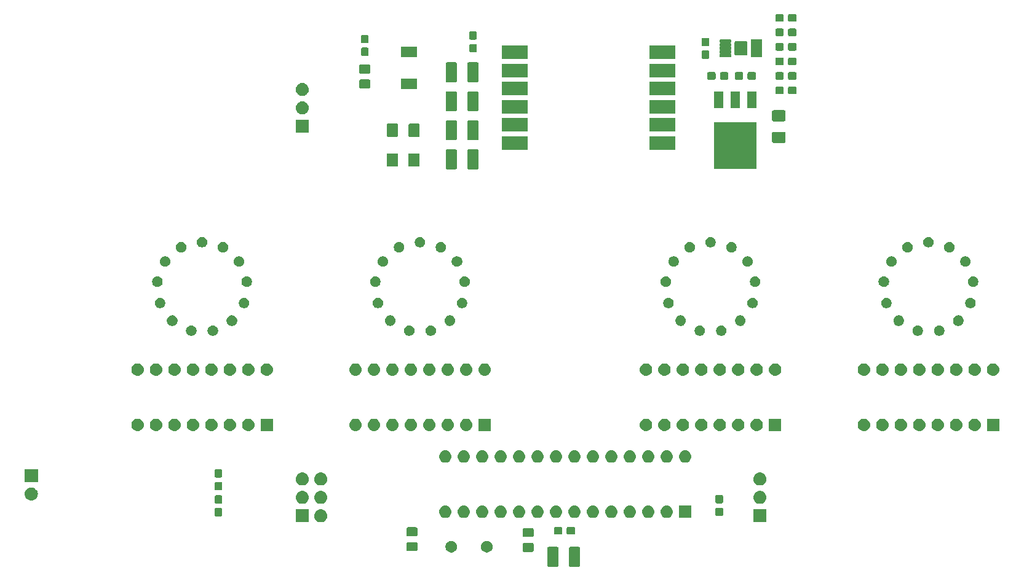
<source format=gbr>
G04 #@! TF.GenerationSoftware,KiCad,Pcbnew,(5.0.2)-1*
G04 #@! TF.CreationDate,2020-02-13T22:52:32+01:00*
G04 #@! TF.ProjectId,Nixie_Clock,4e697869-655f-4436-9c6f-636b2e6b6963,rev?*
G04 #@! TF.SameCoordinates,Original*
G04 #@! TF.FileFunction,Soldermask,Bot*
G04 #@! TF.FilePolarity,Negative*
%FSLAX46Y46*%
G04 Gerber Fmt 4.6, Leading zero omitted, Abs format (unit mm)*
G04 Created by KiCad (PCBNEW (5.0.2)-1) date 13.02.2020 22:52:32*
%MOMM*%
%LPD*%
G01*
G04 APERTURE LIST*
%ADD10C,0.100000*%
G04 APERTURE END LIST*
D10*
G36*
X166900562Y-155828181D02*
X166935477Y-155838773D01*
X166967665Y-155855978D01*
X166995873Y-155879127D01*
X167019022Y-155907335D01*
X167036227Y-155939523D01*
X167046819Y-155974438D01*
X167051000Y-156016895D01*
X167051000Y-158383105D01*
X167046819Y-158425562D01*
X167036227Y-158460477D01*
X167019022Y-158492665D01*
X166995873Y-158520873D01*
X166967665Y-158544022D01*
X166935477Y-158561227D01*
X166900562Y-158571819D01*
X166858105Y-158576000D01*
X165716895Y-158576000D01*
X165674438Y-158571819D01*
X165639523Y-158561227D01*
X165607335Y-158544022D01*
X165579127Y-158520873D01*
X165555978Y-158492665D01*
X165538773Y-158460477D01*
X165528181Y-158425562D01*
X165524000Y-158383105D01*
X165524000Y-156016895D01*
X165528181Y-155974438D01*
X165538773Y-155939523D01*
X165555978Y-155907335D01*
X165579127Y-155879127D01*
X165607335Y-155855978D01*
X165639523Y-155838773D01*
X165674438Y-155828181D01*
X165716895Y-155824000D01*
X166858105Y-155824000D01*
X166900562Y-155828181D01*
X166900562Y-155828181D01*
G37*
G36*
X163925562Y-155828181D02*
X163960477Y-155838773D01*
X163992665Y-155855978D01*
X164020873Y-155879127D01*
X164044022Y-155907335D01*
X164061227Y-155939523D01*
X164071819Y-155974438D01*
X164076000Y-156016895D01*
X164076000Y-158383105D01*
X164071819Y-158425562D01*
X164061227Y-158460477D01*
X164044022Y-158492665D01*
X164020873Y-158520873D01*
X163992665Y-158544022D01*
X163960477Y-158561227D01*
X163925562Y-158571819D01*
X163883105Y-158576000D01*
X162741895Y-158576000D01*
X162699438Y-158571819D01*
X162664523Y-158561227D01*
X162632335Y-158544022D01*
X162604127Y-158520873D01*
X162580978Y-158492665D01*
X162563773Y-158460477D01*
X162553181Y-158425562D01*
X162549000Y-158383105D01*
X162549000Y-156016895D01*
X162553181Y-155974438D01*
X162563773Y-155939523D01*
X162580978Y-155907335D01*
X162604127Y-155879127D01*
X162632335Y-155855978D01*
X162664523Y-155838773D01*
X162699438Y-155828181D01*
X162741895Y-155824000D01*
X163883105Y-155824000D01*
X163925562Y-155828181D01*
X163925562Y-155828181D01*
G37*
G36*
X149553643Y-155029781D02*
X149699415Y-155090162D01*
X149830611Y-155177824D01*
X149942176Y-155289389D01*
X150029838Y-155420585D01*
X150090219Y-155566357D01*
X150121000Y-155721107D01*
X150121000Y-155878893D01*
X150090219Y-156033643D01*
X150029838Y-156179415D01*
X149942176Y-156310611D01*
X149830611Y-156422176D01*
X149699415Y-156509838D01*
X149553643Y-156570219D01*
X149398893Y-156601000D01*
X149241107Y-156601000D01*
X149086357Y-156570219D01*
X148940585Y-156509838D01*
X148809389Y-156422176D01*
X148697824Y-156310611D01*
X148610162Y-156179415D01*
X148549781Y-156033643D01*
X148519000Y-155878893D01*
X148519000Y-155721107D01*
X148549781Y-155566357D01*
X148610162Y-155420585D01*
X148697824Y-155289389D01*
X148809389Y-155177824D01*
X148940585Y-155090162D01*
X149086357Y-155029781D01*
X149241107Y-154999000D01*
X149398893Y-154999000D01*
X149553643Y-155029781D01*
X149553643Y-155029781D01*
G37*
G36*
X154433643Y-155029781D02*
X154579415Y-155090162D01*
X154710611Y-155177824D01*
X154822176Y-155289389D01*
X154909838Y-155420585D01*
X154970219Y-155566357D01*
X155001000Y-155721107D01*
X155001000Y-155878893D01*
X154970219Y-156033643D01*
X154909838Y-156179415D01*
X154822176Y-156310611D01*
X154710611Y-156422176D01*
X154579415Y-156509838D01*
X154433643Y-156570219D01*
X154278893Y-156601000D01*
X154121107Y-156601000D01*
X153966357Y-156570219D01*
X153820585Y-156509838D01*
X153689389Y-156422176D01*
X153577824Y-156310611D01*
X153490162Y-156179415D01*
X153429781Y-156033643D01*
X153399000Y-155878893D01*
X153399000Y-155721107D01*
X153429781Y-155566357D01*
X153490162Y-155420585D01*
X153577824Y-155289389D01*
X153689389Y-155177824D01*
X153820585Y-155090162D01*
X153966357Y-155029781D01*
X154121107Y-154999000D01*
X154278893Y-154999000D01*
X154433643Y-155029781D01*
X154433643Y-155029781D01*
G37*
G36*
X160488677Y-155278465D02*
X160526364Y-155289898D01*
X160561103Y-155308466D01*
X160591548Y-155333452D01*
X160616534Y-155363897D01*
X160635102Y-155398636D01*
X160646535Y-155436323D01*
X160651000Y-155481661D01*
X160651000Y-156318339D01*
X160646535Y-156363677D01*
X160635102Y-156401364D01*
X160616534Y-156436103D01*
X160591548Y-156466548D01*
X160561103Y-156491534D01*
X160526364Y-156510102D01*
X160488677Y-156521535D01*
X160443339Y-156526000D01*
X159356661Y-156526000D01*
X159311323Y-156521535D01*
X159273636Y-156510102D01*
X159238897Y-156491534D01*
X159208452Y-156466548D01*
X159183466Y-156436103D01*
X159164898Y-156401364D01*
X159153465Y-156363677D01*
X159149000Y-156318339D01*
X159149000Y-155481661D01*
X159153465Y-155436323D01*
X159164898Y-155398636D01*
X159183466Y-155363897D01*
X159208452Y-155333452D01*
X159238897Y-155308466D01*
X159273636Y-155289898D01*
X159311323Y-155278465D01*
X159356661Y-155274000D01*
X160443339Y-155274000D01*
X160488677Y-155278465D01*
X160488677Y-155278465D01*
G37*
G36*
X144488677Y-155178465D02*
X144526364Y-155189898D01*
X144561103Y-155208466D01*
X144591548Y-155233452D01*
X144616534Y-155263897D01*
X144635102Y-155298636D01*
X144646535Y-155336323D01*
X144651000Y-155381661D01*
X144651000Y-156218339D01*
X144646535Y-156263677D01*
X144635102Y-156301364D01*
X144616534Y-156336103D01*
X144591548Y-156366548D01*
X144561103Y-156391534D01*
X144526364Y-156410102D01*
X144488677Y-156421535D01*
X144443339Y-156426000D01*
X143356661Y-156426000D01*
X143311323Y-156421535D01*
X143273636Y-156410102D01*
X143238897Y-156391534D01*
X143208452Y-156366548D01*
X143183466Y-156336103D01*
X143164898Y-156301364D01*
X143153465Y-156263677D01*
X143149000Y-156218339D01*
X143149000Y-155381661D01*
X143153465Y-155336323D01*
X143164898Y-155298636D01*
X143183466Y-155263897D01*
X143208452Y-155233452D01*
X143238897Y-155208466D01*
X143273636Y-155189898D01*
X143311323Y-155178465D01*
X143356661Y-155174000D01*
X144443339Y-155174000D01*
X144488677Y-155178465D01*
X144488677Y-155178465D01*
G37*
G36*
X160488677Y-153228465D02*
X160526364Y-153239898D01*
X160561103Y-153258466D01*
X160591548Y-153283452D01*
X160616534Y-153313897D01*
X160635102Y-153348636D01*
X160646535Y-153386323D01*
X160651000Y-153431661D01*
X160651000Y-154268339D01*
X160646535Y-154313677D01*
X160635102Y-154351364D01*
X160616534Y-154386103D01*
X160591548Y-154416548D01*
X160561103Y-154441534D01*
X160526364Y-154460102D01*
X160488677Y-154471535D01*
X160443339Y-154476000D01*
X159356661Y-154476000D01*
X159311323Y-154471535D01*
X159273636Y-154460102D01*
X159238897Y-154441534D01*
X159208452Y-154416548D01*
X159183466Y-154386103D01*
X159164898Y-154351364D01*
X159153465Y-154313677D01*
X159149000Y-154268339D01*
X159149000Y-153431661D01*
X159153465Y-153386323D01*
X159164898Y-153348636D01*
X159183466Y-153313897D01*
X159208452Y-153283452D01*
X159238897Y-153258466D01*
X159273636Y-153239898D01*
X159311323Y-153228465D01*
X159356661Y-153224000D01*
X160443339Y-153224000D01*
X160488677Y-153228465D01*
X160488677Y-153228465D01*
G37*
G36*
X144488677Y-153128465D02*
X144526364Y-153139898D01*
X144561103Y-153158466D01*
X144591548Y-153183452D01*
X144616534Y-153213897D01*
X144635102Y-153248636D01*
X144646535Y-153286323D01*
X144651000Y-153331661D01*
X144651000Y-154168339D01*
X144646535Y-154213677D01*
X144635102Y-154251364D01*
X144616534Y-154286103D01*
X144591548Y-154316548D01*
X144561103Y-154341534D01*
X144526364Y-154360102D01*
X144488677Y-154371535D01*
X144443339Y-154376000D01*
X143356661Y-154376000D01*
X143311323Y-154371535D01*
X143273636Y-154360102D01*
X143238897Y-154341534D01*
X143208452Y-154316548D01*
X143183466Y-154286103D01*
X143164898Y-154251364D01*
X143153465Y-154213677D01*
X143149000Y-154168339D01*
X143149000Y-153331661D01*
X143153465Y-153286323D01*
X143164898Y-153248636D01*
X143183466Y-153213897D01*
X143208452Y-153183452D01*
X143238897Y-153158466D01*
X143273636Y-153139898D01*
X143311323Y-153128465D01*
X143356661Y-153124000D01*
X144443339Y-153124000D01*
X144488677Y-153128465D01*
X144488677Y-153128465D01*
G37*
G36*
X166189499Y-153078445D02*
X166226993Y-153089819D01*
X166261557Y-153108294D01*
X166291847Y-153133153D01*
X166316706Y-153163443D01*
X166335181Y-153198007D01*
X166346555Y-153235501D01*
X166351000Y-153280638D01*
X166351000Y-153919362D01*
X166346555Y-153964499D01*
X166335181Y-154001993D01*
X166316706Y-154036557D01*
X166291847Y-154066847D01*
X166261557Y-154091706D01*
X166226993Y-154110181D01*
X166189499Y-154121555D01*
X166144362Y-154126000D01*
X165405638Y-154126000D01*
X165360501Y-154121555D01*
X165323007Y-154110181D01*
X165288443Y-154091706D01*
X165258153Y-154066847D01*
X165233294Y-154036557D01*
X165214819Y-154001993D01*
X165203445Y-153964499D01*
X165199000Y-153919362D01*
X165199000Y-153280638D01*
X165203445Y-153235501D01*
X165214819Y-153198007D01*
X165233294Y-153163443D01*
X165258153Y-153133153D01*
X165288443Y-153108294D01*
X165323007Y-153089819D01*
X165360501Y-153078445D01*
X165405638Y-153074000D01*
X166144362Y-153074000D01*
X166189499Y-153078445D01*
X166189499Y-153078445D01*
G37*
G36*
X164439499Y-153078445D02*
X164476993Y-153089819D01*
X164511557Y-153108294D01*
X164541847Y-153133153D01*
X164566706Y-153163443D01*
X164585181Y-153198007D01*
X164596555Y-153235501D01*
X164601000Y-153280638D01*
X164601000Y-153919362D01*
X164596555Y-153964499D01*
X164585181Y-154001993D01*
X164566706Y-154036557D01*
X164541847Y-154066847D01*
X164511557Y-154091706D01*
X164476993Y-154110181D01*
X164439499Y-154121555D01*
X164394362Y-154126000D01*
X163655638Y-154126000D01*
X163610501Y-154121555D01*
X163573007Y-154110181D01*
X163538443Y-154091706D01*
X163508153Y-154066847D01*
X163483294Y-154036557D01*
X163464819Y-154001993D01*
X163453445Y-153964499D01*
X163449000Y-153919362D01*
X163449000Y-153280638D01*
X163453445Y-153235501D01*
X163464819Y-153198007D01*
X163483294Y-153163443D01*
X163508153Y-153133153D01*
X163538443Y-153108294D01*
X163573007Y-153089819D01*
X163610501Y-153078445D01*
X163655638Y-153074000D01*
X164394362Y-153074000D01*
X164439499Y-153078445D01*
X164439499Y-153078445D01*
G37*
G36*
X129701000Y-152441000D02*
X127899000Y-152441000D01*
X127899000Y-150639000D01*
X129701000Y-150639000D01*
X129701000Y-152441000D01*
X129701000Y-152441000D01*
G37*
G36*
X192701000Y-152441000D02*
X190899000Y-152441000D01*
X190899000Y-150639000D01*
X192701000Y-150639000D01*
X192701000Y-152441000D01*
X192701000Y-152441000D01*
G37*
G36*
X131450442Y-150645518D02*
X131516627Y-150652037D01*
X131611591Y-150680844D01*
X131686467Y-150703557D01*
X131825087Y-150777652D01*
X131842991Y-150787222D01*
X131878729Y-150816552D01*
X131980186Y-150899814D01*
X132062405Y-151000000D01*
X132092778Y-151037009D01*
X132092779Y-151037011D01*
X132176443Y-151193533D01*
X132176443Y-151193534D01*
X132227963Y-151363373D01*
X132245359Y-151540000D01*
X132227963Y-151716627D01*
X132205698Y-151790025D01*
X132176443Y-151886467D01*
X132102348Y-152025087D01*
X132092778Y-152042991D01*
X132063448Y-152078729D01*
X131980186Y-152180186D01*
X131878729Y-152263448D01*
X131842991Y-152292778D01*
X131842989Y-152292779D01*
X131686467Y-152376443D01*
X131629853Y-152393616D01*
X131516627Y-152427963D01*
X131450442Y-152434482D01*
X131384260Y-152441000D01*
X131295740Y-152441000D01*
X131229558Y-152434482D01*
X131163373Y-152427963D01*
X131050147Y-152393616D01*
X130993533Y-152376443D01*
X130837011Y-152292779D01*
X130837009Y-152292778D01*
X130801271Y-152263448D01*
X130699814Y-152180186D01*
X130616552Y-152078729D01*
X130587222Y-152042991D01*
X130577652Y-152025087D01*
X130503557Y-151886467D01*
X130474302Y-151790025D01*
X130452037Y-151716627D01*
X130434641Y-151540000D01*
X130452037Y-151363373D01*
X130503557Y-151193534D01*
X130503557Y-151193533D01*
X130587221Y-151037011D01*
X130587222Y-151037009D01*
X130617595Y-151000000D01*
X130699814Y-150899814D01*
X130801271Y-150816552D01*
X130837009Y-150787222D01*
X130854913Y-150777652D01*
X130993533Y-150703557D01*
X131068409Y-150680844D01*
X131163373Y-150652037D01*
X131229558Y-150645518D01*
X131295740Y-150639000D01*
X131384260Y-150639000D01*
X131450442Y-150645518D01*
X131450442Y-150645518D01*
G37*
G36*
X156266821Y-150161313D02*
X156266824Y-150161314D01*
X156266825Y-150161314D01*
X156427239Y-150209975D01*
X156427241Y-150209976D01*
X156427244Y-150209977D01*
X156575078Y-150288995D01*
X156704659Y-150395341D01*
X156811005Y-150524922D01*
X156890023Y-150672756D01*
X156890024Y-150672759D01*
X156890025Y-150672761D01*
X156908041Y-150732153D01*
X156938687Y-150833179D01*
X156955117Y-151000000D01*
X156938687Y-151166821D01*
X156890023Y-151327244D01*
X156811005Y-151475078D01*
X156704659Y-151604659D01*
X156575078Y-151711005D01*
X156427244Y-151790023D01*
X156427241Y-151790024D01*
X156427239Y-151790025D01*
X156266825Y-151838686D01*
X156266824Y-151838686D01*
X156266821Y-151838687D01*
X156141804Y-151851000D01*
X156058196Y-151851000D01*
X155933179Y-151838687D01*
X155933176Y-151838686D01*
X155933175Y-151838686D01*
X155772761Y-151790025D01*
X155772759Y-151790024D01*
X155772756Y-151790023D01*
X155624922Y-151711005D01*
X155495341Y-151604659D01*
X155388995Y-151475078D01*
X155309977Y-151327244D01*
X155261313Y-151166821D01*
X155244883Y-151000000D01*
X155261313Y-150833179D01*
X155291959Y-150732153D01*
X155309975Y-150672761D01*
X155309976Y-150672759D01*
X155309977Y-150672756D01*
X155388995Y-150524922D01*
X155495341Y-150395341D01*
X155624922Y-150288995D01*
X155772756Y-150209977D01*
X155772759Y-150209976D01*
X155772761Y-150209975D01*
X155933175Y-150161314D01*
X155933176Y-150161314D01*
X155933179Y-150161313D01*
X156058196Y-150149000D01*
X156141804Y-150149000D01*
X156266821Y-150161313D01*
X156266821Y-150161313D01*
G37*
G36*
X151186821Y-150161313D02*
X151186824Y-150161314D01*
X151186825Y-150161314D01*
X151347239Y-150209975D01*
X151347241Y-150209976D01*
X151347244Y-150209977D01*
X151495078Y-150288995D01*
X151624659Y-150395341D01*
X151731005Y-150524922D01*
X151810023Y-150672756D01*
X151810024Y-150672759D01*
X151810025Y-150672761D01*
X151828041Y-150732153D01*
X151858687Y-150833179D01*
X151875117Y-151000000D01*
X151858687Y-151166821D01*
X151810023Y-151327244D01*
X151731005Y-151475078D01*
X151624659Y-151604659D01*
X151495078Y-151711005D01*
X151347244Y-151790023D01*
X151347241Y-151790024D01*
X151347239Y-151790025D01*
X151186825Y-151838686D01*
X151186824Y-151838686D01*
X151186821Y-151838687D01*
X151061804Y-151851000D01*
X150978196Y-151851000D01*
X150853179Y-151838687D01*
X150853176Y-151838686D01*
X150853175Y-151838686D01*
X150692761Y-151790025D01*
X150692759Y-151790024D01*
X150692756Y-151790023D01*
X150544922Y-151711005D01*
X150415341Y-151604659D01*
X150308995Y-151475078D01*
X150229977Y-151327244D01*
X150181313Y-151166821D01*
X150164883Y-151000000D01*
X150181313Y-150833179D01*
X150211959Y-150732153D01*
X150229975Y-150672761D01*
X150229976Y-150672759D01*
X150229977Y-150672756D01*
X150308995Y-150524922D01*
X150415341Y-150395341D01*
X150544922Y-150288995D01*
X150692756Y-150209977D01*
X150692759Y-150209976D01*
X150692761Y-150209975D01*
X150853175Y-150161314D01*
X150853176Y-150161314D01*
X150853179Y-150161313D01*
X150978196Y-150149000D01*
X151061804Y-150149000D01*
X151186821Y-150161313D01*
X151186821Y-150161313D01*
G37*
G36*
X153726821Y-150161313D02*
X153726824Y-150161314D01*
X153726825Y-150161314D01*
X153887239Y-150209975D01*
X153887241Y-150209976D01*
X153887244Y-150209977D01*
X154035078Y-150288995D01*
X154164659Y-150395341D01*
X154271005Y-150524922D01*
X154350023Y-150672756D01*
X154350024Y-150672759D01*
X154350025Y-150672761D01*
X154368041Y-150732153D01*
X154398687Y-150833179D01*
X154415117Y-151000000D01*
X154398687Y-151166821D01*
X154350023Y-151327244D01*
X154271005Y-151475078D01*
X154164659Y-151604659D01*
X154035078Y-151711005D01*
X153887244Y-151790023D01*
X153887241Y-151790024D01*
X153887239Y-151790025D01*
X153726825Y-151838686D01*
X153726824Y-151838686D01*
X153726821Y-151838687D01*
X153601804Y-151851000D01*
X153518196Y-151851000D01*
X153393179Y-151838687D01*
X153393176Y-151838686D01*
X153393175Y-151838686D01*
X153232761Y-151790025D01*
X153232759Y-151790024D01*
X153232756Y-151790023D01*
X153084922Y-151711005D01*
X152955341Y-151604659D01*
X152848995Y-151475078D01*
X152769977Y-151327244D01*
X152721313Y-151166821D01*
X152704883Y-151000000D01*
X152721313Y-150833179D01*
X152751959Y-150732153D01*
X152769975Y-150672761D01*
X152769976Y-150672759D01*
X152769977Y-150672756D01*
X152848995Y-150524922D01*
X152955341Y-150395341D01*
X153084922Y-150288995D01*
X153232756Y-150209977D01*
X153232759Y-150209976D01*
X153232761Y-150209975D01*
X153393175Y-150161314D01*
X153393176Y-150161314D01*
X153393179Y-150161313D01*
X153518196Y-150149000D01*
X153601804Y-150149000D01*
X153726821Y-150161313D01*
X153726821Y-150161313D01*
G37*
G36*
X158806821Y-150161313D02*
X158806824Y-150161314D01*
X158806825Y-150161314D01*
X158967239Y-150209975D01*
X158967241Y-150209976D01*
X158967244Y-150209977D01*
X159115078Y-150288995D01*
X159244659Y-150395341D01*
X159351005Y-150524922D01*
X159430023Y-150672756D01*
X159430024Y-150672759D01*
X159430025Y-150672761D01*
X159448041Y-150732153D01*
X159478687Y-150833179D01*
X159495117Y-151000000D01*
X159478687Y-151166821D01*
X159430023Y-151327244D01*
X159351005Y-151475078D01*
X159244659Y-151604659D01*
X159115078Y-151711005D01*
X158967244Y-151790023D01*
X158967241Y-151790024D01*
X158967239Y-151790025D01*
X158806825Y-151838686D01*
X158806824Y-151838686D01*
X158806821Y-151838687D01*
X158681804Y-151851000D01*
X158598196Y-151851000D01*
X158473179Y-151838687D01*
X158473176Y-151838686D01*
X158473175Y-151838686D01*
X158312761Y-151790025D01*
X158312759Y-151790024D01*
X158312756Y-151790023D01*
X158164922Y-151711005D01*
X158035341Y-151604659D01*
X157928995Y-151475078D01*
X157849977Y-151327244D01*
X157801313Y-151166821D01*
X157784883Y-151000000D01*
X157801313Y-150833179D01*
X157831959Y-150732153D01*
X157849975Y-150672761D01*
X157849976Y-150672759D01*
X157849977Y-150672756D01*
X157928995Y-150524922D01*
X158035341Y-150395341D01*
X158164922Y-150288995D01*
X158312756Y-150209977D01*
X158312759Y-150209976D01*
X158312761Y-150209975D01*
X158473175Y-150161314D01*
X158473176Y-150161314D01*
X158473179Y-150161313D01*
X158598196Y-150149000D01*
X158681804Y-150149000D01*
X158806821Y-150161313D01*
X158806821Y-150161313D01*
G37*
G36*
X161346821Y-150161313D02*
X161346824Y-150161314D01*
X161346825Y-150161314D01*
X161507239Y-150209975D01*
X161507241Y-150209976D01*
X161507244Y-150209977D01*
X161655078Y-150288995D01*
X161784659Y-150395341D01*
X161891005Y-150524922D01*
X161970023Y-150672756D01*
X161970024Y-150672759D01*
X161970025Y-150672761D01*
X161988041Y-150732153D01*
X162018687Y-150833179D01*
X162035117Y-151000000D01*
X162018687Y-151166821D01*
X161970023Y-151327244D01*
X161891005Y-151475078D01*
X161784659Y-151604659D01*
X161655078Y-151711005D01*
X161507244Y-151790023D01*
X161507241Y-151790024D01*
X161507239Y-151790025D01*
X161346825Y-151838686D01*
X161346824Y-151838686D01*
X161346821Y-151838687D01*
X161221804Y-151851000D01*
X161138196Y-151851000D01*
X161013179Y-151838687D01*
X161013176Y-151838686D01*
X161013175Y-151838686D01*
X160852761Y-151790025D01*
X160852759Y-151790024D01*
X160852756Y-151790023D01*
X160704922Y-151711005D01*
X160575341Y-151604659D01*
X160468995Y-151475078D01*
X160389977Y-151327244D01*
X160341313Y-151166821D01*
X160324883Y-151000000D01*
X160341313Y-150833179D01*
X160371959Y-150732153D01*
X160389975Y-150672761D01*
X160389976Y-150672759D01*
X160389977Y-150672756D01*
X160468995Y-150524922D01*
X160575341Y-150395341D01*
X160704922Y-150288995D01*
X160852756Y-150209977D01*
X160852759Y-150209976D01*
X160852761Y-150209975D01*
X161013175Y-150161314D01*
X161013176Y-150161314D01*
X161013179Y-150161313D01*
X161138196Y-150149000D01*
X161221804Y-150149000D01*
X161346821Y-150161313D01*
X161346821Y-150161313D01*
G37*
G36*
X163886821Y-150161313D02*
X163886824Y-150161314D01*
X163886825Y-150161314D01*
X164047239Y-150209975D01*
X164047241Y-150209976D01*
X164047244Y-150209977D01*
X164195078Y-150288995D01*
X164324659Y-150395341D01*
X164431005Y-150524922D01*
X164510023Y-150672756D01*
X164510024Y-150672759D01*
X164510025Y-150672761D01*
X164528041Y-150732153D01*
X164558687Y-150833179D01*
X164575117Y-151000000D01*
X164558687Y-151166821D01*
X164510023Y-151327244D01*
X164431005Y-151475078D01*
X164324659Y-151604659D01*
X164195078Y-151711005D01*
X164047244Y-151790023D01*
X164047241Y-151790024D01*
X164047239Y-151790025D01*
X163886825Y-151838686D01*
X163886824Y-151838686D01*
X163886821Y-151838687D01*
X163761804Y-151851000D01*
X163678196Y-151851000D01*
X163553179Y-151838687D01*
X163553176Y-151838686D01*
X163553175Y-151838686D01*
X163392761Y-151790025D01*
X163392759Y-151790024D01*
X163392756Y-151790023D01*
X163244922Y-151711005D01*
X163115341Y-151604659D01*
X163008995Y-151475078D01*
X162929977Y-151327244D01*
X162881313Y-151166821D01*
X162864883Y-151000000D01*
X162881313Y-150833179D01*
X162911959Y-150732153D01*
X162929975Y-150672761D01*
X162929976Y-150672759D01*
X162929977Y-150672756D01*
X163008995Y-150524922D01*
X163115341Y-150395341D01*
X163244922Y-150288995D01*
X163392756Y-150209977D01*
X163392759Y-150209976D01*
X163392761Y-150209975D01*
X163553175Y-150161314D01*
X163553176Y-150161314D01*
X163553179Y-150161313D01*
X163678196Y-150149000D01*
X163761804Y-150149000D01*
X163886821Y-150161313D01*
X163886821Y-150161313D01*
G37*
G36*
X166426821Y-150161313D02*
X166426824Y-150161314D01*
X166426825Y-150161314D01*
X166587239Y-150209975D01*
X166587241Y-150209976D01*
X166587244Y-150209977D01*
X166735078Y-150288995D01*
X166864659Y-150395341D01*
X166971005Y-150524922D01*
X167050023Y-150672756D01*
X167050024Y-150672759D01*
X167050025Y-150672761D01*
X167068041Y-150732153D01*
X167098687Y-150833179D01*
X167115117Y-151000000D01*
X167098687Y-151166821D01*
X167050023Y-151327244D01*
X166971005Y-151475078D01*
X166864659Y-151604659D01*
X166735078Y-151711005D01*
X166587244Y-151790023D01*
X166587241Y-151790024D01*
X166587239Y-151790025D01*
X166426825Y-151838686D01*
X166426824Y-151838686D01*
X166426821Y-151838687D01*
X166301804Y-151851000D01*
X166218196Y-151851000D01*
X166093179Y-151838687D01*
X166093176Y-151838686D01*
X166093175Y-151838686D01*
X165932761Y-151790025D01*
X165932759Y-151790024D01*
X165932756Y-151790023D01*
X165784922Y-151711005D01*
X165655341Y-151604659D01*
X165548995Y-151475078D01*
X165469977Y-151327244D01*
X165421313Y-151166821D01*
X165404883Y-151000000D01*
X165421313Y-150833179D01*
X165451959Y-150732153D01*
X165469975Y-150672761D01*
X165469976Y-150672759D01*
X165469977Y-150672756D01*
X165548995Y-150524922D01*
X165655341Y-150395341D01*
X165784922Y-150288995D01*
X165932756Y-150209977D01*
X165932759Y-150209976D01*
X165932761Y-150209975D01*
X166093175Y-150161314D01*
X166093176Y-150161314D01*
X166093179Y-150161313D01*
X166218196Y-150149000D01*
X166301804Y-150149000D01*
X166426821Y-150161313D01*
X166426821Y-150161313D01*
G37*
G36*
X174046821Y-150161313D02*
X174046824Y-150161314D01*
X174046825Y-150161314D01*
X174207239Y-150209975D01*
X174207241Y-150209976D01*
X174207244Y-150209977D01*
X174355078Y-150288995D01*
X174484659Y-150395341D01*
X174591005Y-150524922D01*
X174670023Y-150672756D01*
X174670024Y-150672759D01*
X174670025Y-150672761D01*
X174688041Y-150732153D01*
X174718687Y-150833179D01*
X174735117Y-151000000D01*
X174718687Y-151166821D01*
X174670023Y-151327244D01*
X174591005Y-151475078D01*
X174484659Y-151604659D01*
X174355078Y-151711005D01*
X174207244Y-151790023D01*
X174207241Y-151790024D01*
X174207239Y-151790025D01*
X174046825Y-151838686D01*
X174046824Y-151838686D01*
X174046821Y-151838687D01*
X173921804Y-151851000D01*
X173838196Y-151851000D01*
X173713179Y-151838687D01*
X173713176Y-151838686D01*
X173713175Y-151838686D01*
X173552761Y-151790025D01*
X173552759Y-151790024D01*
X173552756Y-151790023D01*
X173404922Y-151711005D01*
X173275341Y-151604659D01*
X173168995Y-151475078D01*
X173089977Y-151327244D01*
X173041313Y-151166821D01*
X173024883Y-151000000D01*
X173041313Y-150833179D01*
X173071959Y-150732153D01*
X173089975Y-150672761D01*
X173089976Y-150672759D01*
X173089977Y-150672756D01*
X173168995Y-150524922D01*
X173275341Y-150395341D01*
X173404922Y-150288995D01*
X173552756Y-150209977D01*
X173552759Y-150209976D01*
X173552761Y-150209975D01*
X173713175Y-150161314D01*
X173713176Y-150161314D01*
X173713179Y-150161313D01*
X173838196Y-150149000D01*
X173921804Y-150149000D01*
X174046821Y-150161313D01*
X174046821Y-150161313D01*
G37*
G36*
X148646821Y-150161313D02*
X148646824Y-150161314D01*
X148646825Y-150161314D01*
X148807239Y-150209975D01*
X148807241Y-150209976D01*
X148807244Y-150209977D01*
X148955078Y-150288995D01*
X149084659Y-150395341D01*
X149191005Y-150524922D01*
X149270023Y-150672756D01*
X149270024Y-150672759D01*
X149270025Y-150672761D01*
X149288041Y-150732153D01*
X149318687Y-150833179D01*
X149335117Y-151000000D01*
X149318687Y-151166821D01*
X149270023Y-151327244D01*
X149191005Y-151475078D01*
X149084659Y-151604659D01*
X148955078Y-151711005D01*
X148807244Y-151790023D01*
X148807241Y-151790024D01*
X148807239Y-151790025D01*
X148646825Y-151838686D01*
X148646824Y-151838686D01*
X148646821Y-151838687D01*
X148521804Y-151851000D01*
X148438196Y-151851000D01*
X148313179Y-151838687D01*
X148313176Y-151838686D01*
X148313175Y-151838686D01*
X148152761Y-151790025D01*
X148152759Y-151790024D01*
X148152756Y-151790023D01*
X148004922Y-151711005D01*
X147875341Y-151604659D01*
X147768995Y-151475078D01*
X147689977Y-151327244D01*
X147641313Y-151166821D01*
X147624883Y-151000000D01*
X147641313Y-150833179D01*
X147671959Y-150732153D01*
X147689975Y-150672761D01*
X147689976Y-150672759D01*
X147689977Y-150672756D01*
X147768995Y-150524922D01*
X147875341Y-150395341D01*
X148004922Y-150288995D01*
X148152756Y-150209977D01*
X148152759Y-150209976D01*
X148152761Y-150209975D01*
X148313175Y-150161314D01*
X148313176Y-150161314D01*
X148313179Y-150161313D01*
X148438196Y-150149000D01*
X148521804Y-150149000D01*
X148646821Y-150161313D01*
X148646821Y-150161313D01*
G37*
G36*
X182351000Y-151851000D02*
X180649000Y-151851000D01*
X180649000Y-150149000D01*
X182351000Y-150149000D01*
X182351000Y-151851000D01*
X182351000Y-151851000D01*
G37*
G36*
X179126821Y-150161313D02*
X179126824Y-150161314D01*
X179126825Y-150161314D01*
X179287239Y-150209975D01*
X179287241Y-150209976D01*
X179287244Y-150209977D01*
X179435078Y-150288995D01*
X179564659Y-150395341D01*
X179671005Y-150524922D01*
X179750023Y-150672756D01*
X179750024Y-150672759D01*
X179750025Y-150672761D01*
X179768041Y-150732153D01*
X179798687Y-150833179D01*
X179815117Y-151000000D01*
X179798687Y-151166821D01*
X179750023Y-151327244D01*
X179671005Y-151475078D01*
X179564659Y-151604659D01*
X179435078Y-151711005D01*
X179287244Y-151790023D01*
X179287241Y-151790024D01*
X179287239Y-151790025D01*
X179126825Y-151838686D01*
X179126824Y-151838686D01*
X179126821Y-151838687D01*
X179001804Y-151851000D01*
X178918196Y-151851000D01*
X178793179Y-151838687D01*
X178793176Y-151838686D01*
X178793175Y-151838686D01*
X178632761Y-151790025D01*
X178632759Y-151790024D01*
X178632756Y-151790023D01*
X178484922Y-151711005D01*
X178355341Y-151604659D01*
X178248995Y-151475078D01*
X178169977Y-151327244D01*
X178121313Y-151166821D01*
X178104883Y-151000000D01*
X178121313Y-150833179D01*
X178151959Y-150732153D01*
X178169975Y-150672761D01*
X178169976Y-150672759D01*
X178169977Y-150672756D01*
X178248995Y-150524922D01*
X178355341Y-150395341D01*
X178484922Y-150288995D01*
X178632756Y-150209977D01*
X178632759Y-150209976D01*
X178632761Y-150209975D01*
X178793175Y-150161314D01*
X178793176Y-150161314D01*
X178793179Y-150161313D01*
X178918196Y-150149000D01*
X179001804Y-150149000D01*
X179126821Y-150161313D01*
X179126821Y-150161313D01*
G37*
G36*
X176586821Y-150161313D02*
X176586824Y-150161314D01*
X176586825Y-150161314D01*
X176747239Y-150209975D01*
X176747241Y-150209976D01*
X176747244Y-150209977D01*
X176895078Y-150288995D01*
X177024659Y-150395341D01*
X177131005Y-150524922D01*
X177210023Y-150672756D01*
X177210024Y-150672759D01*
X177210025Y-150672761D01*
X177228041Y-150732153D01*
X177258687Y-150833179D01*
X177275117Y-151000000D01*
X177258687Y-151166821D01*
X177210023Y-151327244D01*
X177131005Y-151475078D01*
X177024659Y-151604659D01*
X176895078Y-151711005D01*
X176747244Y-151790023D01*
X176747241Y-151790024D01*
X176747239Y-151790025D01*
X176586825Y-151838686D01*
X176586824Y-151838686D01*
X176586821Y-151838687D01*
X176461804Y-151851000D01*
X176378196Y-151851000D01*
X176253179Y-151838687D01*
X176253176Y-151838686D01*
X176253175Y-151838686D01*
X176092761Y-151790025D01*
X176092759Y-151790024D01*
X176092756Y-151790023D01*
X175944922Y-151711005D01*
X175815341Y-151604659D01*
X175708995Y-151475078D01*
X175629977Y-151327244D01*
X175581313Y-151166821D01*
X175564883Y-151000000D01*
X175581313Y-150833179D01*
X175611959Y-150732153D01*
X175629975Y-150672761D01*
X175629976Y-150672759D01*
X175629977Y-150672756D01*
X175708995Y-150524922D01*
X175815341Y-150395341D01*
X175944922Y-150288995D01*
X176092756Y-150209977D01*
X176092759Y-150209976D01*
X176092761Y-150209975D01*
X176253175Y-150161314D01*
X176253176Y-150161314D01*
X176253179Y-150161313D01*
X176378196Y-150149000D01*
X176461804Y-150149000D01*
X176586821Y-150161313D01*
X176586821Y-150161313D01*
G37*
G36*
X171506821Y-150161313D02*
X171506824Y-150161314D01*
X171506825Y-150161314D01*
X171667239Y-150209975D01*
X171667241Y-150209976D01*
X171667244Y-150209977D01*
X171815078Y-150288995D01*
X171944659Y-150395341D01*
X172051005Y-150524922D01*
X172130023Y-150672756D01*
X172130024Y-150672759D01*
X172130025Y-150672761D01*
X172148041Y-150732153D01*
X172178687Y-150833179D01*
X172195117Y-151000000D01*
X172178687Y-151166821D01*
X172130023Y-151327244D01*
X172051005Y-151475078D01*
X171944659Y-151604659D01*
X171815078Y-151711005D01*
X171667244Y-151790023D01*
X171667241Y-151790024D01*
X171667239Y-151790025D01*
X171506825Y-151838686D01*
X171506824Y-151838686D01*
X171506821Y-151838687D01*
X171381804Y-151851000D01*
X171298196Y-151851000D01*
X171173179Y-151838687D01*
X171173176Y-151838686D01*
X171173175Y-151838686D01*
X171012761Y-151790025D01*
X171012759Y-151790024D01*
X171012756Y-151790023D01*
X170864922Y-151711005D01*
X170735341Y-151604659D01*
X170628995Y-151475078D01*
X170549977Y-151327244D01*
X170501313Y-151166821D01*
X170484883Y-151000000D01*
X170501313Y-150833179D01*
X170531959Y-150732153D01*
X170549975Y-150672761D01*
X170549976Y-150672759D01*
X170549977Y-150672756D01*
X170628995Y-150524922D01*
X170735341Y-150395341D01*
X170864922Y-150288995D01*
X171012756Y-150209977D01*
X171012759Y-150209976D01*
X171012761Y-150209975D01*
X171173175Y-150161314D01*
X171173176Y-150161314D01*
X171173179Y-150161313D01*
X171298196Y-150149000D01*
X171381804Y-150149000D01*
X171506821Y-150161313D01*
X171506821Y-150161313D01*
G37*
G36*
X168966821Y-150161313D02*
X168966824Y-150161314D01*
X168966825Y-150161314D01*
X169127239Y-150209975D01*
X169127241Y-150209976D01*
X169127244Y-150209977D01*
X169275078Y-150288995D01*
X169404659Y-150395341D01*
X169511005Y-150524922D01*
X169590023Y-150672756D01*
X169590024Y-150672759D01*
X169590025Y-150672761D01*
X169608041Y-150732153D01*
X169638687Y-150833179D01*
X169655117Y-151000000D01*
X169638687Y-151166821D01*
X169590023Y-151327244D01*
X169511005Y-151475078D01*
X169404659Y-151604659D01*
X169275078Y-151711005D01*
X169127244Y-151790023D01*
X169127241Y-151790024D01*
X169127239Y-151790025D01*
X168966825Y-151838686D01*
X168966824Y-151838686D01*
X168966821Y-151838687D01*
X168841804Y-151851000D01*
X168758196Y-151851000D01*
X168633179Y-151838687D01*
X168633176Y-151838686D01*
X168633175Y-151838686D01*
X168472761Y-151790025D01*
X168472759Y-151790024D01*
X168472756Y-151790023D01*
X168324922Y-151711005D01*
X168195341Y-151604659D01*
X168088995Y-151475078D01*
X168009977Y-151327244D01*
X167961313Y-151166821D01*
X167944883Y-151000000D01*
X167961313Y-150833179D01*
X167991959Y-150732153D01*
X168009975Y-150672761D01*
X168009976Y-150672759D01*
X168009977Y-150672756D01*
X168088995Y-150524922D01*
X168195341Y-150395341D01*
X168324922Y-150288995D01*
X168472756Y-150209977D01*
X168472759Y-150209976D01*
X168472761Y-150209975D01*
X168633175Y-150161314D01*
X168633176Y-150161314D01*
X168633179Y-150161313D01*
X168758196Y-150149000D01*
X168841804Y-150149000D01*
X168966821Y-150161313D01*
X168966821Y-150161313D01*
G37*
G36*
X117618355Y-150473598D02*
X117655849Y-150484972D01*
X117690413Y-150503447D01*
X117720703Y-150528306D01*
X117745562Y-150558596D01*
X117764037Y-150593160D01*
X117775411Y-150630654D01*
X117779856Y-150675791D01*
X117779856Y-151414515D01*
X117775411Y-151459652D01*
X117764037Y-151497146D01*
X117745562Y-151531710D01*
X117720703Y-151562000D01*
X117690413Y-151586859D01*
X117655849Y-151605334D01*
X117618355Y-151616708D01*
X117573218Y-151621153D01*
X116934494Y-151621153D01*
X116889357Y-151616708D01*
X116851863Y-151605334D01*
X116817299Y-151586859D01*
X116787009Y-151562000D01*
X116762150Y-151531710D01*
X116743675Y-151497146D01*
X116732301Y-151459652D01*
X116727856Y-151414515D01*
X116727856Y-150675791D01*
X116732301Y-150630654D01*
X116743675Y-150593160D01*
X116762150Y-150558596D01*
X116787009Y-150528306D01*
X116817299Y-150503447D01*
X116851863Y-150484972D01*
X116889357Y-150473598D01*
X116934494Y-150469153D01*
X117573218Y-150469153D01*
X117618355Y-150473598D01*
X117618355Y-150473598D01*
G37*
G36*
X186564499Y-150428445D02*
X186601993Y-150439819D01*
X186636557Y-150458294D01*
X186666847Y-150483153D01*
X186691706Y-150513443D01*
X186710181Y-150548007D01*
X186721555Y-150585501D01*
X186726000Y-150630638D01*
X186726000Y-151369362D01*
X186721555Y-151414499D01*
X186710181Y-151451993D01*
X186691706Y-151486557D01*
X186666847Y-151516847D01*
X186636557Y-151541706D01*
X186601993Y-151560181D01*
X186564499Y-151571555D01*
X186519362Y-151576000D01*
X185880638Y-151576000D01*
X185835501Y-151571555D01*
X185798007Y-151560181D01*
X185763443Y-151541706D01*
X185733153Y-151516847D01*
X185708294Y-151486557D01*
X185689819Y-151451993D01*
X185678445Y-151414499D01*
X185674000Y-151369362D01*
X185674000Y-150630638D01*
X185678445Y-150585501D01*
X185689819Y-150548007D01*
X185708294Y-150513443D01*
X185733153Y-150483153D01*
X185763443Y-150458294D01*
X185798007Y-150439819D01*
X185835501Y-150428445D01*
X185880638Y-150424000D01*
X186519362Y-150424000D01*
X186564499Y-150428445D01*
X186564499Y-150428445D01*
G37*
G36*
X131450442Y-148105518D02*
X131516627Y-148112037D01*
X131629853Y-148146384D01*
X131686467Y-148163557D01*
X131742547Y-148193533D01*
X131842991Y-148247222D01*
X131878729Y-148276552D01*
X131980186Y-148359814D01*
X132063448Y-148461271D01*
X132092778Y-148497009D01*
X132092779Y-148497011D01*
X132176443Y-148653533D01*
X132176443Y-148653534D01*
X132227963Y-148823373D01*
X132245359Y-149000000D01*
X132227963Y-149176627D01*
X132226883Y-149180186D01*
X132176443Y-149346467D01*
X132160420Y-149376443D01*
X132092778Y-149502991D01*
X132063448Y-149538729D01*
X131980186Y-149640186D01*
X131895540Y-149709652D01*
X131842991Y-149752778D01*
X131842989Y-149752779D01*
X131686467Y-149836443D01*
X131629853Y-149853616D01*
X131516627Y-149887963D01*
X131450442Y-149894482D01*
X131384260Y-149901000D01*
X131295740Y-149901000D01*
X131229558Y-149894482D01*
X131163373Y-149887963D01*
X131050147Y-149853616D01*
X130993533Y-149836443D01*
X130837011Y-149752779D01*
X130837009Y-149752778D01*
X130784460Y-149709652D01*
X130699814Y-149640186D01*
X130616552Y-149538729D01*
X130587222Y-149502991D01*
X130519580Y-149376443D01*
X130503557Y-149346467D01*
X130453117Y-149180186D01*
X130452037Y-149176627D01*
X130434641Y-149000000D01*
X130452037Y-148823373D01*
X130503557Y-148653534D01*
X130503557Y-148653533D01*
X130587221Y-148497011D01*
X130587222Y-148497009D01*
X130616552Y-148461271D01*
X130699814Y-148359814D01*
X130801271Y-148276552D01*
X130837009Y-148247222D01*
X130937453Y-148193533D01*
X130993533Y-148163557D01*
X131050147Y-148146384D01*
X131163373Y-148112037D01*
X131229558Y-148105518D01*
X131295740Y-148099000D01*
X131384260Y-148099000D01*
X131450442Y-148105518D01*
X131450442Y-148105518D01*
G37*
G36*
X191910442Y-148105518D02*
X191976627Y-148112037D01*
X192089853Y-148146384D01*
X192146467Y-148163557D01*
X192202547Y-148193533D01*
X192302991Y-148247222D01*
X192338729Y-148276552D01*
X192440186Y-148359814D01*
X192523448Y-148461271D01*
X192552778Y-148497009D01*
X192552779Y-148497011D01*
X192636443Y-148653533D01*
X192636443Y-148653534D01*
X192687963Y-148823373D01*
X192705359Y-149000000D01*
X192687963Y-149176627D01*
X192686883Y-149180186D01*
X192636443Y-149346467D01*
X192620420Y-149376443D01*
X192552778Y-149502991D01*
X192523448Y-149538729D01*
X192440186Y-149640186D01*
X192355540Y-149709652D01*
X192302991Y-149752778D01*
X192302989Y-149752779D01*
X192146467Y-149836443D01*
X192089853Y-149853616D01*
X191976627Y-149887963D01*
X191910442Y-149894482D01*
X191844260Y-149901000D01*
X191755740Y-149901000D01*
X191689558Y-149894482D01*
X191623373Y-149887963D01*
X191510147Y-149853616D01*
X191453533Y-149836443D01*
X191297011Y-149752779D01*
X191297009Y-149752778D01*
X191244460Y-149709652D01*
X191159814Y-149640186D01*
X191076552Y-149538729D01*
X191047222Y-149502991D01*
X190979580Y-149376443D01*
X190963557Y-149346467D01*
X190913117Y-149180186D01*
X190912037Y-149176627D01*
X190894641Y-149000000D01*
X190912037Y-148823373D01*
X190963557Y-148653534D01*
X190963557Y-148653533D01*
X191047221Y-148497011D01*
X191047222Y-148497009D01*
X191076552Y-148461271D01*
X191159814Y-148359814D01*
X191261271Y-148276552D01*
X191297009Y-148247222D01*
X191397453Y-148193533D01*
X191453533Y-148163557D01*
X191510147Y-148146384D01*
X191623373Y-148112037D01*
X191689558Y-148105518D01*
X191755740Y-148099000D01*
X191844260Y-148099000D01*
X191910442Y-148105518D01*
X191910442Y-148105518D01*
G37*
G36*
X128910442Y-148105518D02*
X128976627Y-148112037D01*
X129089853Y-148146384D01*
X129146467Y-148163557D01*
X129202547Y-148193533D01*
X129302991Y-148247222D01*
X129338729Y-148276552D01*
X129440186Y-148359814D01*
X129523448Y-148461271D01*
X129552778Y-148497009D01*
X129552779Y-148497011D01*
X129636443Y-148653533D01*
X129636443Y-148653534D01*
X129687963Y-148823373D01*
X129705359Y-149000000D01*
X129687963Y-149176627D01*
X129686883Y-149180186D01*
X129636443Y-149346467D01*
X129620420Y-149376443D01*
X129552778Y-149502991D01*
X129523448Y-149538729D01*
X129440186Y-149640186D01*
X129355540Y-149709652D01*
X129302991Y-149752778D01*
X129302989Y-149752779D01*
X129146467Y-149836443D01*
X129089853Y-149853616D01*
X128976627Y-149887963D01*
X128910442Y-149894482D01*
X128844260Y-149901000D01*
X128755740Y-149901000D01*
X128689558Y-149894482D01*
X128623373Y-149887963D01*
X128510147Y-149853616D01*
X128453533Y-149836443D01*
X128297011Y-149752779D01*
X128297009Y-149752778D01*
X128244460Y-149709652D01*
X128159814Y-149640186D01*
X128076552Y-149538729D01*
X128047222Y-149502991D01*
X127979580Y-149376443D01*
X127963557Y-149346467D01*
X127913117Y-149180186D01*
X127912037Y-149176627D01*
X127894641Y-149000000D01*
X127912037Y-148823373D01*
X127963557Y-148653534D01*
X127963557Y-148653533D01*
X128047221Y-148497011D01*
X128047222Y-148497009D01*
X128076552Y-148461271D01*
X128159814Y-148359814D01*
X128261271Y-148276552D01*
X128297009Y-148247222D01*
X128397453Y-148193533D01*
X128453533Y-148163557D01*
X128510147Y-148146384D01*
X128623373Y-148112037D01*
X128689558Y-148105518D01*
X128755740Y-148099000D01*
X128844260Y-148099000D01*
X128910442Y-148105518D01*
X128910442Y-148105518D01*
G37*
G36*
X117618355Y-148723598D02*
X117655849Y-148734972D01*
X117690413Y-148753447D01*
X117720703Y-148778306D01*
X117745562Y-148808596D01*
X117764037Y-148843160D01*
X117775411Y-148880654D01*
X117779856Y-148925791D01*
X117779856Y-149664515D01*
X117775411Y-149709652D01*
X117764037Y-149747146D01*
X117745562Y-149781710D01*
X117720703Y-149812000D01*
X117690413Y-149836859D01*
X117655849Y-149855334D01*
X117618355Y-149866708D01*
X117573218Y-149871153D01*
X116934494Y-149871153D01*
X116889357Y-149866708D01*
X116851863Y-149855334D01*
X116817299Y-149836859D01*
X116787009Y-149812000D01*
X116762150Y-149781710D01*
X116743675Y-149747146D01*
X116732301Y-149709652D01*
X116727856Y-149664515D01*
X116727856Y-148925791D01*
X116732301Y-148880654D01*
X116743675Y-148843160D01*
X116762150Y-148808596D01*
X116787009Y-148778306D01*
X116817299Y-148753447D01*
X116851863Y-148734972D01*
X116889357Y-148723598D01*
X116934494Y-148719153D01*
X117573218Y-148719153D01*
X117618355Y-148723598D01*
X117618355Y-148723598D01*
G37*
G36*
X186564499Y-148678445D02*
X186601993Y-148689819D01*
X186636557Y-148708294D01*
X186666847Y-148733153D01*
X186691706Y-148763443D01*
X186710181Y-148798007D01*
X186721555Y-148835501D01*
X186726000Y-148880638D01*
X186726000Y-149619362D01*
X186721555Y-149664499D01*
X186710181Y-149701993D01*
X186691706Y-149736557D01*
X186666847Y-149766847D01*
X186636557Y-149791706D01*
X186601993Y-149810181D01*
X186564499Y-149821555D01*
X186519362Y-149826000D01*
X185880638Y-149826000D01*
X185835501Y-149821555D01*
X185798007Y-149810181D01*
X185763443Y-149791706D01*
X185733153Y-149766847D01*
X185708294Y-149736557D01*
X185689819Y-149701993D01*
X185678445Y-149664499D01*
X185674000Y-149619362D01*
X185674000Y-148880638D01*
X185678445Y-148835501D01*
X185689819Y-148798007D01*
X185708294Y-148763443D01*
X185733153Y-148733153D01*
X185763443Y-148708294D01*
X185798007Y-148689819D01*
X185835501Y-148678445D01*
X185880638Y-148674000D01*
X186519362Y-148674000D01*
X186564499Y-148678445D01*
X186564499Y-148678445D01*
G37*
G36*
X91610443Y-147645519D02*
X91676627Y-147652037D01*
X91789853Y-147686384D01*
X91846467Y-147703557D01*
X91948607Y-147758153D01*
X92002991Y-147787222D01*
X92030090Y-147809462D01*
X92140186Y-147899814D01*
X92203390Y-147976830D01*
X92252778Y-148037009D01*
X92252779Y-148037011D01*
X92336443Y-148193533D01*
X92336443Y-148193534D01*
X92387963Y-148363373D01*
X92405359Y-148540000D01*
X92387963Y-148716627D01*
X92355582Y-148823373D01*
X92336443Y-148886467D01*
X92309432Y-148937000D01*
X92252778Y-149042991D01*
X92223448Y-149078729D01*
X92140186Y-149180186D01*
X92038729Y-149263448D01*
X92002991Y-149292778D01*
X92002989Y-149292779D01*
X91846467Y-149376443D01*
X91789853Y-149393616D01*
X91676627Y-149427963D01*
X91610443Y-149434481D01*
X91544260Y-149441000D01*
X91455740Y-149441000D01*
X91389557Y-149434481D01*
X91323373Y-149427963D01*
X91210147Y-149393616D01*
X91153533Y-149376443D01*
X90997011Y-149292779D01*
X90997009Y-149292778D01*
X90961271Y-149263448D01*
X90859814Y-149180186D01*
X90776552Y-149078729D01*
X90747222Y-149042991D01*
X90690568Y-148937000D01*
X90663557Y-148886467D01*
X90644418Y-148823373D01*
X90612037Y-148716627D01*
X90594641Y-148540000D01*
X90612037Y-148363373D01*
X90663557Y-148193534D01*
X90663557Y-148193533D01*
X90747221Y-148037011D01*
X90747222Y-148037009D01*
X90796610Y-147976830D01*
X90859814Y-147899814D01*
X90969910Y-147809462D01*
X90997009Y-147787222D01*
X91051393Y-147758153D01*
X91153533Y-147703557D01*
X91210147Y-147686384D01*
X91323373Y-147652037D01*
X91389557Y-147645519D01*
X91455740Y-147639000D01*
X91544260Y-147639000D01*
X91610443Y-147645519D01*
X91610443Y-147645519D01*
G37*
G36*
X117618355Y-146873598D02*
X117655849Y-146884972D01*
X117690413Y-146903447D01*
X117720703Y-146928306D01*
X117745562Y-146958596D01*
X117764037Y-146993160D01*
X117775411Y-147030654D01*
X117779856Y-147075791D01*
X117779856Y-147814515D01*
X117775411Y-147859652D01*
X117764037Y-147897146D01*
X117745562Y-147931710D01*
X117720703Y-147962000D01*
X117690413Y-147986859D01*
X117655849Y-148005334D01*
X117618355Y-148016708D01*
X117573218Y-148021153D01*
X116934494Y-148021153D01*
X116889357Y-148016708D01*
X116851863Y-148005334D01*
X116817299Y-147986859D01*
X116787009Y-147962000D01*
X116762150Y-147931710D01*
X116743675Y-147897146D01*
X116732301Y-147859652D01*
X116727856Y-147814515D01*
X116727856Y-147075791D01*
X116732301Y-147030654D01*
X116743675Y-146993160D01*
X116762150Y-146958596D01*
X116787009Y-146928306D01*
X116817299Y-146903447D01*
X116851863Y-146884972D01*
X116889357Y-146873598D01*
X116934494Y-146869153D01*
X117573218Y-146869153D01*
X117618355Y-146873598D01*
X117618355Y-146873598D01*
G37*
G36*
X131450443Y-145565519D02*
X131516627Y-145572037D01*
X131629853Y-145606384D01*
X131686467Y-145623557D01*
X131825087Y-145697652D01*
X131842991Y-145707222D01*
X131878729Y-145736552D01*
X131980186Y-145819814D01*
X132063448Y-145921271D01*
X132092778Y-145957009D01*
X132092779Y-145957011D01*
X132176443Y-146113533D01*
X132176443Y-146113534D01*
X132227963Y-146283373D01*
X132245359Y-146460000D01*
X132227963Y-146636627D01*
X132193616Y-146749853D01*
X132176443Y-146806467D01*
X132132235Y-146889173D01*
X132092778Y-146962991D01*
X132068019Y-146993160D01*
X131980186Y-147100186D01*
X131878729Y-147183448D01*
X131842991Y-147212778D01*
X131842989Y-147212779D01*
X131686467Y-147296443D01*
X131629853Y-147313616D01*
X131516627Y-147347963D01*
X131450442Y-147354482D01*
X131384260Y-147361000D01*
X131295740Y-147361000D01*
X131229558Y-147354482D01*
X131163373Y-147347963D01*
X131050147Y-147313616D01*
X130993533Y-147296443D01*
X130837011Y-147212779D01*
X130837009Y-147212778D01*
X130801271Y-147183448D01*
X130699814Y-147100186D01*
X130611981Y-146993160D01*
X130587222Y-146962991D01*
X130547765Y-146889173D01*
X130503557Y-146806467D01*
X130486384Y-146749853D01*
X130452037Y-146636627D01*
X130434641Y-146460000D01*
X130452037Y-146283373D01*
X130503557Y-146113534D01*
X130503557Y-146113533D01*
X130587221Y-145957011D01*
X130587222Y-145957009D01*
X130616552Y-145921271D01*
X130699814Y-145819814D01*
X130801271Y-145736552D01*
X130837009Y-145707222D01*
X130854913Y-145697652D01*
X130993533Y-145623557D01*
X131050147Y-145606384D01*
X131163373Y-145572037D01*
X131229557Y-145565519D01*
X131295740Y-145559000D01*
X131384260Y-145559000D01*
X131450443Y-145565519D01*
X131450443Y-145565519D01*
G37*
G36*
X191910443Y-145565519D02*
X191976627Y-145572037D01*
X192089853Y-145606384D01*
X192146467Y-145623557D01*
X192285087Y-145697652D01*
X192302991Y-145707222D01*
X192338729Y-145736552D01*
X192440186Y-145819814D01*
X192523448Y-145921271D01*
X192552778Y-145957009D01*
X192552779Y-145957011D01*
X192636443Y-146113533D01*
X192636443Y-146113534D01*
X192687963Y-146283373D01*
X192705359Y-146460000D01*
X192687963Y-146636627D01*
X192653616Y-146749853D01*
X192636443Y-146806467D01*
X192592235Y-146889173D01*
X192552778Y-146962991D01*
X192528019Y-146993160D01*
X192440186Y-147100186D01*
X192338729Y-147183448D01*
X192302991Y-147212778D01*
X192302989Y-147212779D01*
X192146467Y-147296443D01*
X192089853Y-147313616D01*
X191976627Y-147347963D01*
X191910442Y-147354482D01*
X191844260Y-147361000D01*
X191755740Y-147361000D01*
X191689558Y-147354482D01*
X191623373Y-147347963D01*
X191510147Y-147313616D01*
X191453533Y-147296443D01*
X191297011Y-147212779D01*
X191297009Y-147212778D01*
X191261271Y-147183448D01*
X191159814Y-147100186D01*
X191071981Y-146993160D01*
X191047222Y-146962991D01*
X191007765Y-146889173D01*
X190963557Y-146806467D01*
X190946384Y-146749853D01*
X190912037Y-146636627D01*
X190894641Y-146460000D01*
X190912037Y-146283373D01*
X190963557Y-146113534D01*
X190963557Y-146113533D01*
X191047221Y-145957011D01*
X191047222Y-145957009D01*
X191076552Y-145921271D01*
X191159814Y-145819814D01*
X191261271Y-145736552D01*
X191297009Y-145707222D01*
X191314913Y-145697652D01*
X191453533Y-145623557D01*
X191510147Y-145606384D01*
X191623373Y-145572037D01*
X191689557Y-145565519D01*
X191755740Y-145559000D01*
X191844260Y-145559000D01*
X191910443Y-145565519D01*
X191910443Y-145565519D01*
G37*
G36*
X128910443Y-145565519D02*
X128976627Y-145572037D01*
X129089853Y-145606384D01*
X129146467Y-145623557D01*
X129285087Y-145697652D01*
X129302991Y-145707222D01*
X129338729Y-145736552D01*
X129440186Y-145819814D01*
X129523448Y-145921271D01*
X129552778Y-145957009D01*
X129552779Y-145957011D01*
X129636443Y-146113533D01*
X129636443Y-146113534D01*
X129687963Y-146283373D01*
X129705359Y-146460000D01*
X129687963Y-146636627D01*
X129653616Y-146749853D01*
X129636443Y-146806467D01*
X129592235Y-146889173D01*
X129552778Y-146962991D01*
X129528019Y-146993160D01*
X129440186Y-147100186D01*
X129338729Y-147183448D01*
X129302991Y-147212778D01*
X129302989Y-147212779D01*
X129146467Y-147296443D01*
X129089853Y-147313616D01*
X128976627Y-147347963D01*
X128910442Y-147354482D01*
X128844260Y-147361000D01*
X128755740Y-147361000D01*
X128689558Y-147354482D01*
X128623373Y-147347963D01*
X128510147Y-147313616D01*
X128453533Y-147296443D01*
X128297011Y-147212779D01*
X128297009Y-147212778D01*
X128261271Y-147183448D01*
X128159814Y-147100186D01*
X128071981Y-146993160D01*
X128047222Y-146962991D01*
X128007765Y-146889173D01*
X127963557Y-146806467D01*
X127946384Y-146749853D01*
X127912037Y-146636627D01*
X127894641Y-146460000D01*
X127912037Y-146283373D01*
X127963557Y-146113534D01*
X127963557Y-146113533D01*
X128047221Y-145957011D01*
X128047222Y-145957009D01*
X128076552Y-145921271D01*
X128159814Y-145819814D01*
X128261271Y-145736552D01*
X128297009Y-145707222D01*
X128314913Y-145697652D01*
X128453533Y-145623557D01*
X128510147Y-145606384D01*
X128623373Y-145572037D01*
X128689557Y-145565519D01*
X128755740Y-145559000D01*
X128844260Y-145559000D01*
X128910443Y-145565519D01*
X128910443Y-145565519D01*
G37*
G36*
X92401000Y-146901000D02*
X90599000Y-146901000D01*
X90599000Y-145099000D01*
X92401000Y-145099000D01*
X92401000Y-146901000D01*
X92401000Y-146901000D01*
G37*
G36*
X117618355Y-145123598D02*
X117655849Y-145134972D01*
X117690413Y-145153447D01*
X117720703Y-145178306D01*
X117745562Y-145208596D01*
X117764037Y-145243160D01*
X117775411Y-145280654D01*
X117779856Y-145325791D01*
X117779856Y-146064515D01*
X117775411Y-146109652D01*
X117764037Y-146147146D01*
X117745562Y-146181710D01*
X117720703Y-146212000D01*
X117690413Y-146236859D01*
X117655849Y-146255334D01*
X117618355Y-146266708D01*
X117573218Y-146271153D01*
X116934494Y-146271153D01*
X116889357Y-146266708D01*
X116851863Y-146255334D01*
X116817299Y-146236859D01*
X116787009Y-146212000D01*
X116762150Y-146181710D01*
X116743675Y-146147146D01*
X116732301Y-146109652D01*
X116727856Y-146064515D01*
X116727856Y-145325791D01*
X116732301Y-145280654D01*
X116743675Y-145243160D01*
X116762150Y-145208596D01*
X116787009Y-145178306D01*
X116817299Y-145153447D01*
X116851863Y-145134972D01*
X116889357Y-145123598D01*
X116934494Y-145119153D01*
X117573218Y-145119153D01*
X117618355Y-145123598D01*
X117618355Y-145123598D01*
G37*
G36*
X153726821Y-142541313D02*
X153726824Y-142541314D01*
X153726825Y-142541314D01*
X153887239Y-142589975D01*
X153887241Y-142589976D01*
X153887244Y-142589977D01*
X154035078Y-142668995D01*
X154164659Y-142775341D01*
X154271005Y-142904922D01*
X154350023Y-143052756D01*
X154398687Y-143213179D01*
X154415117Y-143380000D01*
X154398687Y-143546821D01*
X154350023Y-143707244D01*
X154271005Y-143855078D01*
X154164659Y-143984659D01*
X154035078Y-144091005D01*
X153887244Y-144170023D01*
X153887241Y-144170024D01*
X153887239Y-144170025D01*
X153726825Y-144218686D01*
X153726824Y-144218686D01*
X153726821Y-144218687D01*
X153601804Y-144231000D01*
X153518196Y-144231000D01*
X153393179Y-144218687D01*
X153393176Y-144218686D01*
X153393175Y-144218686D01*
X153232761Y-144170025D01*
X153232759Y-144170024D01*
X153232756Y-144170023D01*
X153084922Y-144091005D01*
X152955341Y-143984659D01*
X152848995Y-143855078D01*
X152769977Y-143707244D01*
X152721313Y-143546821D01*
X152704883Y-143380000D01*
X152721313Y-143213179D01*
X152769977Y-143052756D01*
X152848995Y-142904922D01*
X152955341Y-142775341D01*
X153084922Y-142668995D01*
X153232756Y-142589977D01*
X153232759Y-142589976D01*
X153232761Y-142589975D01*
X153393175Y-142541314D01*
X153393176Y-142541314D01*
X153393179Y-142541313D01*
X153518196Y-142529000D01*
X153601804Y-142529000D01*
X153726821Y-142541313D01*
X153726821Y-142541313D01*
G37*
G36*
X148646821Y-142541313D02*
X148646824Y-142541314D01*
X148646825Y-142541314D01*
X148807239Y-142589975D01*
X148807241Y-142589976D01*
X148807244Y-142589977D01*
X148955078Y-142668995D01*
X149084659Y-142775341D01*
X149191005Y-142904922D01*
X149270023Y-143052756D01*
X149318687Y-143213179D01*
X149335117Y-143380000D01*
X149318687Y-143546821D01*
X149270023Y-143707244D01*
X149191005Y-143855078D01*
X149084659Y-143984659D01*
X148955078Y-144091005D01*
X148807244Y-144170023D01*
X148807241Y-144170024D01*
X148807239Y-144170025D01*
X148646825Y-144218686D01*
X148646824Y-144218686D01*
X148646821Y-144218687D01*
X148521804Y-144231000D01*
X148438196Y-144231000D01*
X148313179Y-144218687D01*
X148313176Y-144218686D01*
X148313175Y-144218686D01*
X148152761Y-144170025D01*
X148152759Y-144170024D01*
X148152756Y-144170023D01*
X148004922Y-144091005D01*
X147875341Y-143984659D01*
X147768995Y-143855078D01*
X147689977Y-143707244D01*
X147641313Y-143546821D01*
X147624883Y-143380000D01*
X147641313Y-143213179D01*
X147689977Y-143052756D01*
X147768995Y-142904922D01*
X147875341Y-142775341D01*
X148004922Y-142668995D01*
X148152756Y-142589977D01*
X148152759Y-142589976D01*
X148152761Y-142589975D01*
X148313175Y-142541314D01*
X148313176Y-142541314D01*
X148313179Y-142541313D01*
X148438196Y-142529000D01*
X148521804Y-142529000D01*
X148646821Y-142541313D01*
X148646821Y-142541313D01*
G37*
G36*
X156266821Y-142541313D02*
X156266824Y-142541314D01*
X156266825Y-142541314D01*
X156427239Y-142589975D01*
X156427241Y-142589976D01*
X156427244Y-142589977D01*
X156575078Y-142668995D01*
X156704659Y-142775341D01*
X156811005Y-142904922D01*
X156890023Y-143052756D01*
X156938687Y-143213179D01*
X156955117Y-143380000D01*
X156938687Y-143546821D01*
X156890023Y-143707244D01*
X156811005Y-143855078D01*
X156704659Y-143984659D01*
X156575078Y-144091005D01*
X156427244Y-144170023D01*
X156427241Y-144170024D01*
X156427239Y-144170025D01*
X156266825Y-144218686D01*
X156266824Y-144218686D01*
X156266821Y-144218687D01*
X156141804Y-144231000D01*
X156058196Y-144231000D01*
X155933179Y-144218687D01*
X155933176Y-144218686D01*
X155933175Y-144218686D01*
X155772761Y-144170025D01*
X155772759Y-144170024D01*
X155772756Y-144170023D01*
X155624922Y-144091005D01*
X155495341Y-143984659D01*
X155388995Y-143855078D01*
X155309977Y-143707244D01*
X155261313Y-143546821D01*
X155244883Y-143380000D01*
X155261313Y-143213179D01*
X155309977Y-143052756D01*
X155388995Y-142904922D01*
X155495341Y-142775341D01*
X155624922Y-142668995D01*
X155772756Y-142589977D01*
X155772759Y-142589976D01*
X155772761Y-142589975D01*
X155933175Y-142541314D01*
X155933176Y-142541314D01*
X155933179Y-142541313D01*
X156058196Y-142529000D01*
X156141804Y-142529000D01*
X156266821Y-142541313D01*
X156266821Y-142541313D01*
G37*
G36*
X151186821Y-142541313D02*
X151186824Y-142541314D01*
X151186825Y-142541314D01*
X151347239Y-142589975D01*
X151347241Y-142589976D01*
X151347244Y-142589977D01*
X151495078Y-142668995D01*
X151624659Y-142775341D01*
X151731005Y-142904922D01*
X151810023Y-143052756D01*
X151858687Y-143213179D01*
X151875117Y-143380000D01*
X151858687Y-143546821D01*
X151810023Y-143707244D01*
X151731005Y-143855078D01*
X151624659Y-143984659D01*
X151495078Y-144091005D01*
X151347244Y-144170023D01*
X151347241Y-144170024D01*
X151347239Y-144170025D01*
X151186825Y-144218686D01*
X151186824Y-144218686D01*
X151186821Y-144218687D01*
X151061804Y-144231000D01*
X150978196Y-144231000D01*
X150853179Y-144218687D01*
X150853176Y-144218686D01*
X150853175Y-144218686D01*
X150692761Y-144170025D01*
X150692759Y-144170024D01*
X150692756Y-144170023D01*
X150544922Y-144091005D01*
X150415341Y-143984659D01*
X150308995Y-143855078D01*
X150229977Y-143707244D01*
X150181313Y-143546821D01*
X150164883Y-143380000D01*
X150181313Y-143213179D01*
X150229977Y-143052756D01*
X150308995Y-142904922D01*
X150415341Y-142775341D01*
X150544922Y-142668995D01*
X150692756Y-142589977D01*
X150692759Y-142589976D01*
X150692761Y-142589975D01*
X150853175Y-142541314D01*
X150853176Y-142541314D01*
X150853179Y-142541313D01*
X150978196Y-142529000D01*
X151061804Y-142529000D01*
X151186821Y-142541313D01*
X151186821Y-142541313D01*
G37*
G36*
X168966821Y-142541313D02*
X168966824Y-142541314D01*
X168966825Y-142541314D01*
X169127239Y-142589975D01*
X169127241Y-142589976D01*
X169127244Y-142589977D01*
X169275078Y-142668995D01*
X169404659Y-142775341D01*
X169511005Y-142904922D01*
X169590023Y-143052756D01*
X169638687Y-143213179D01*
X169655117Y-143380000D01*
X169638687Y-143546821D01*
X169590023Y-143707244D01*
X169511005Y-143855078D01*
X169404659Y-143984659D01*
X169275078Y-144091005D01*
X169127244Y-144170023D01*
X169127241Y-144170024D01*
X169127239Y-144170025D01*
X168966825Y-144218686D01*
X168966824Y-144218686D01*
X168966821Y-144218687D01*
X168841804Y-144231000D01*
X168758196Y-144231000D01*
X168633179Y-144218687D01*
X168633176Y-144218686D01*
X168633175Y-144218686D01*
X168472761Y-144170025D01*
X168472759Y-144170024D01*
X168472756Y-144170023D01*
X168324922Y-144091005D01*
X168195341Y-143984659D01*
X168088995Y-143855078D01*
X168009977Y-143707244D01*
X167961313Y-143546821D01*
X167944883Y-143380000D01*
X167961313Y-143213179D01*
X168009977Y-143052756D01*
X168088995Y-142904922D01*
X168195341Y-142775341D01*
X168324922Y-142668995D01*
X168472756Y-142589977D01*
X168472759Y-142589976D01*
X168472761Y-142589975D01*
X168633175Y-142541314D01*
X168633176Y-142541314D01*
X168633179Y-142541313D01*
X168758196Y-142529000D01*
X168841804Y-142529000D01*
X168966821Y-142541313D01*
X168966821Y-142541313D01*
G37*
G36*
X171506821Y-142541313D02*
X171506824Y-142541314D01*
X171506825Y-142541314D01*
X171667239Y-142589975D01*
X171667241Y-142589976D01*
X171667244Y-142589977D01*
X171815078Y-142668995D01*
X171944659Y-142775341D01*
X172051005Y-142904922D01*
X172130023Y-143052756D01*
X172178687Y-143213179D01*
X172195117Y-143380000D01*
X172178687Y-143546821D01*
X172130023Y-143707244D01*
X172051005Y-143855078D01*
X171944659Y-143984659D01*
X171815078Y-144091005D01*
X171667244Y-144170023D01*
X171667241Y-144170024D01*
X171667239Y-144170025D01*
X171506825Y-144218686D01*
X171506824Y-144218686D01*
X171506821Y-144218687D01*
X171381804Y-144231000D01*
X171298196Y-144231000D01*
X171173179Y-144218687D01*
X171173176Y-144218686D01*
X171173175Y-144218686D01*
X171012761Y-144170025D01*
X171012759Y-144170024D01*
X171012756Y-144170023D01*
X170864922Y-144091005D01*
X170735341Y-143984659D01*
X170628995Y-143855078D01*
X170549977Y-143707244D01*
X170501313Y-143546821D01*
X170484883Y-143380000D01*
X170501313Y-143213179D01*
X170549977Y-143052756D01*
X170628995Y-142904922D01*
X170735341Y-142775341D01*
X170864922Y-142668995D01*
X171012756Y-142589977D01*
X171012759Y-142589976D01*
X171012761Y-142589975D01*
X171173175Y-142541314D01*
X171173176Y-142541314D01*
X171173179Y-142541313D01*
X171298196Y-142529000D01*
X171381804Y-142529000D01*
X171506821Y-142541313D01*
X171506821Y-142541313D01*
G37*
G36*
X158806821Y-142541313D02*
X158806824Y-142541314D01*
X158806825Y-142541314D01*
X158967239Y-142589975D01*
X158967241Y-142589976D01*
X158967244Y-142589977D01*
X159115078Y-142668995D01*
X159244659Y-142775341D01*
X159351005Y-142904922D01*
X159430023Y-143052756D01*
X159478687Y-143213179D01*
X159495117Y-143380000D01*
X159478687Y-143546821D01*
X159430023Y-143707244D01*
X159351005Y-143855078D01*
X159244659Y-143984659D01*
X159115078Y-144091005D01*
X158967244Y-144170023D01*
X158967241Y-144170024D01*
X158967239Y-144170025D01*
X158806825Y-144218686D01*
X158806824Y-144218686D01*
X158806821Y-144218687D01*
X158681804Y-144231000D01*
X158598196Y-144231000D01*
X158473179Y-144218687D01*
X158473176Y-144218686D01*
X158473175Y-144218686D01*
X158312761Y-144170025D01*
X158312759Y-144170024D01*
X158312756Y-144170023D01*
X158164922Y-144091005D01*
X158035341Y-143984659D01*
X157928995Y-143855078D01*
X157849977Y-143707244D01*
X157801313Y-143546821D01*
X157784883Y-143380000D01*
X157801313Y-143213179D01*
X157849977Y-143052756D01*
X157928995Y-142904922D01*
X158035341Y-142775341D01*
X158164922Y-142668995D01*
X158312756Y-142589977D01*
X158312759Y-142589976D01*
X158312761Y-142589975D01*
X158473175Y-142541314D01*
X158473176Y-142541314D01*
X158473179Y-142541313D01*
X158598196Y-142529000D01*
X158681804Y-142529000D01*
X158806821Y-142541313D01*
X158806821Y-142541313D01*
G37*
G36*
X161346821Y-142541313D02*
X161346824Y-142541314D01*
X161346825Y-142541314D01*
X161507239Y-142589975D01*
X161507241Y-142589976D01*
X161507244Y-142589977D01*
X161655078Y-142668995D01*
X161784659Y-142775341D01*
X161891005Y-142904922D01*
X161970023Y-143052756D01*
X162018687Y-143213179D01*
X162035117Y-143380000D01*
X162018687Y-143546821D01*
X161970023Y-143707244D01*
X161891005Y-143855078D01*
X161784659Y-143984659D01*
X161655078Y-144091005D01*
X161507244Y-144170023D01*
X161507241Y-144170024D01*
X161507239Y-144170025D01*
X161346825Y-144218686D01*
X161346824Y-144218686D01*
X161346821Y-144218687D01*
X161221804Y-144231000D01*
X161138196Y-144231000D01*
X161013179Y-144218687D01*
X161013176Y-144218686D01*
X161013175Y-144218686D01*
X160852761Y-144170025D01*
X160852759Y-144170024D01*
X160852756Y-144170023D01*
X160704922Y-144091005D01*
X160575341Y-143984659D01*
X160468995Y-143855078D01*
X160389977Y-143707244D01*
X160341313Y-143546821D01*
X160324883Y-143380000D01*
X160341313Y-143213179D01*
X160389977Y-143052756D01*
X160468995Y-142904922D01*
X160575341Y-142775341D01*
X160704922Y-142668995D01*
X160852756Y-142589977D01*
X160852759Y-142589976D01*
X160852761Y-142589975D01*
X161013175Y-142541314D01*
X161013176Y-142541314D01*
X161013179Y-142541313D01*
X161138196Y-142529000D01*
X161221804Y-142529000D01*
X161346821Y-142541313D01*
X161346821Y-142541313D01*
G37*
G36*
X176586821Y-142541313D02*
X176586824Y-142541314D01*
X176586825Y-142541314D01*
X176747239Y-142589975D01*
X176747241Y-142589976D01*
X176747244Y-142589977D01*
X176895078Y-142668995D01*
X177024659Y-142775341D01*
X177131005Y-142904922D01*
X177210023Y-143052756D01*
X177258687Y-143213179D01*
X177275117Y-143380000D01*
X177258687Y-143546821D01*
X177210023Y-143707244D01*
X177131005Y-143855078D01*
X177024659Y-143984659D01*
X176895078Y-144091005D01*
X176747244Y-144170023D01*
X176747241Y-144170024D01*
X176747239Y-144170025D01*
X176586825Y-144218686D01*
X176586824Y-144218686D01*
X176586821Y-144218687D01*
X176461804Y-144231000D01*
X176378196Y-144231000D01*
X176253179Y-144218687D01*
X176253176Y-144218686D01*
X176253175Y-144218686D01*
X176092761Y-144170025D01*
X176092759Y-144170024D01*
X176092756Y-144170023D01*
X175944922Y-144091005D01*
X175815341Y-143984659D01*
X175708995Y-143855078D01*
X175629977Y-143707244D01*
X175581313Y-143546821D01*
X175564883Y-143380000D01*
X175581313Y-143213179D01*
X175629977Y-143052756D01*
X175708995Y-142904922D01*
X175815341Y-142775341D01*
X175944922Y-142668995D01*
X176092756Y-142589977D01*
X176092759Y-142589976D01*
X176092761Y-142589975D01*
X176253175Y-142541314D01*
X176253176Y-142541314D01*
X176253179Y-142541313D01*
X176378196Y-142529000D01*
X176461804Y-142529000D01*
X176586821Y-142541313D01*
X176586821Y-142541313D01*
G37*
G36*
X163886821Y-142541313D02*
X163886824Y-142541314D01*
X163886825Y-142541314D01*
X164047239Y-142589975D01*
X164047241Y-142589976D01*
X164047244Y-142589977D01*
X164195078Y-142668995D01*
X164324659Y-142775341D01*
X164431005Y-142904922D01*
X164510023Y-143052756D01*
X164558687Y-143213179D01*
X164575117Y-143380000D01*
X164558687Y-143546821D01*
X164510023Y-143707244D01*
X164431005Y-143855078D01*
X164324659Y-143984659D01*
X164195078Y-144091005D01*
X164047244Y-144170023D01*
X164047241Y-144170024D01*
X164047239Y-144170025D01*
X163886825Y-144218686D01*
X163886824Y-144218686D01*
X163886821Y-144218687D01*
X163761804Y-144231000D01*
X163678196Y-144231000D01*
X163553179Y-144218687D01*
X163553176Y-144218686D01*
X163553175Y-144218686D01*
X163392761Y-144170025D01*
X163392759Y-144170024D01*
X163392756Y-144170023D01*
X163244922Y-144091005D01*
X163115341Y-143984659D01*
X163008995Y-143855078D01*
X162929977Y-143707244D01*
X162881313Y-143546821D01*
X162864883Y-143380000D01*
X162881313Y-143213179D01*
X162929977Y-143052756D01*
X163008995Y-142904922D01*
X163115341Y-142775341D01*
X163244922Y-142668995D01*
X163392756Y-142589977D01*
X163392759Y-142589976D01*
X163392761Y-142589975D01*
X163553175Y-142541314D01*
X163553176Y-142541314D01*
X163553179Y-142541313D01*
X163678196Y-142529000D01*
X163761804Y-142529000D01*
X163886821Y-142541313D01*
X163886821Y-142541313D01*
G37*
G36*
X179126821Y-142541313D02*
X179126824Y-142541314D01*
X179126825Y-142541314D01*
X179287239Y-142589975D01*
X179287241Y-142589976D01*
X179287244Y-142589977D01*
X179435078Y-142668995D01*
X179564659Y-142775341D01*
X179671005Y-142904922D01*
X179750023Y-143052756D01*
X179798687Y-143213179D01*
X179815117Y-143380000D01*
X179798687Y-143546821D01*
X179750023Y-143707244D01*
X179671005Y-143855078D01*
X179564659Y-143984659D01*
X179435078Y-144091005D01*
X179287244Y-144170023D01*
X179287241Y-144170024D01*
X179287239Y-144170025D01*
X179126825Y-144218686D01*
X179126824Y-144218686D01*
X179126821Y-144218687D01*
X179001804Y-144231000D01*
X178918196Y-144231000D01*
X178793179Y-144218687D01*
X178793176Y-144218686D01*
X178793175Y-144218686D01*
X178632761Y-144170025D01*
X178632759Y-144170024D01*
X178632756Y-144170023D01*
X178484922Y-144091005D01*
X178355341Y-143984659D01*
X178248995Y-143855078D01*
X178169977Y-143707244D01*
X178121313Y-143546821D01*
X178104883Y-143380000D01*
X178121313Y-143213179D01*
X178169977Y-143052756D01*
X178248995Y-142904922D01*
X178355341Y-142775341D01*
X178484922Y-142668995D01*
X178632756Y-142589977D01*
X178632759Y-142589976D01*
X178632761Y-142589975D01*
X178793175Y-142541314D01*
X178793176Y-142541314D01*
X178793179Y-142541313D01*
X178918196Y-142529000D01*
X179001804Y-142529000D01*
X179126821Y-142541313D01*
X179126821Y-142541313D01*
G37*
G36*
X166426821Y-142541313D02*
X166426824Y-142541314D01*
X166426825Y-142541314D01*
X166587239Y-142589975D01*
X166587241Y-142589976D01*
X166587244Y-142589977D01*
X166735078Y-142668995D01*
X166864659Y-142775341D01*
X166971005Y-142904922D01*
X167050023Y-143052756D01*
X167098687Y-143213179D01*
X167115117Y-143380000D01*
X167098687Y-143546821D01*
X167050023Y-143707244D01*
X166971005Y-143855078D01*
X166864659Y-143984659D01*
X166735078Y-144091005D01*
X166587244Y-144170023D01*
X166587241Y-144170024D01*
X166587239Y-144170025D01*
X166426825Y-144218686D01*
X166426824Y-144218686D01*
X166426821Y-144218687D01*
X166301804Y-144231000D01*
X166218196Y-144231000D01*
X166093179Y-144218687D01*
X166093176Y-144218686D01*
X166093175Y-144218686D01*
X165932761Y-144170025D01*
X165932759Y-144170024D01*
X165932756Y-144170023D01*
X165784922Y-144091005D01*
X165655341Y-143984659D01*
X165548995Y-143855078D01*
X165469977Y-143707244D01*
X165421313Y-143546821D01*
X165404883Y-143380000D01*
X165421313Y-143213179D01*
X165469977Y-143052756D01*
X165548995Y-142904922D01*
X165655341Y-142775341D01*
X165784922Y-142668995D01*
X165932756Y-142589977D01*
X165932759Y-142589976D01*
X165932761Y-142589975D01*
X166093175Y-142541314D01*
X166093176Y-142541314D01*
X166093179Y-142541313D01*
X166218196Y-142529000D01*
X166301804Y-142529000D01*
X166426821Y-142541313D01*
X166426821Y-142541313D01*
G37*
G36*
X181666821Y-142541313D02*
X181666824Y-142541314D01*
X181666825Y-142541314D01*
X181827239Y-142589975D01*
X181827241Y-142589976D01*
X181827244Y-142589977D01*
X181975078Y-142668995D01*
X182104659Y-142775341D01*
X182211005Y-142904922D01*
X182290023Y-143052756D01*
X182338687Y-143213179D01*
X182355117Y-143380000D01*
X182338687Y-143546821D01*
X182290023Y-143707244D01*
X182211005Y-143855078D01*
X182104659Y-143984659D01*
X181975078Y-144091005D01*
X181827244Y-144170023D01*
X181827241Y-144170024D01*
X181827239Y-144170025D01*
X181666825Y-144218686D01*
X181666824Y-144218686D01*
X181666821Y-144218687D01*
X181541804Y-144231000D01*
X181458196Y-144231000D01*
X181333179Y-144218687D01*
X181333176Y-144218686D01*
X181333175Y-144218686D01*
X181172761Y-144170025D01*
X181172759Y-144170024D01*
X181172756Y-144170023D01*
X181024922Y-144091005D01*
X180895341Y-143984659D01*
X180788995Y-143855078D01*
X180709977Y-143707244D01*
X180661313Y-143546821D01*
X180644883Y-143380000D01*
X180661313Y-143213179D01*
X180709977Y-143052756D01*
X180788995Y-142904922D01*
X180895341Y-142775341D01*
X181024922Y-142668995D01*
X181172756Y-142589977D01*
X181172759Y-142589976D01*
X181172761Y-142589975D01*
X181333175Y-142541314D01*
X181333176Y-142541314D01*
X181333179Y-142541313D01*
X181458196Y-142529000D01*
X181541804Y-142529000D01*
X181666821Y-142541313D01*
X181666821Y-142541313D01*
G37*
G36*
X174046821Y-142541313D02*
X174046824Y-142541314D01*
X174046825Y-142541314D01*
X174207239Y-142589975D01*
X174207241Y-142589976D01*
X174207244Y-142589977D01*
X174355078Y-142668995D01*
X174484659Y-142775341D01*
X174591005Y-142904922D01*
X174670023Y-143052756D01*
X174718687Y-143213179D01*
X174735117Y-143380000D01*
X174718687Y-143546821D01*
X174670023Y-143707244D01*
X174591005Y-143855078D01*
X174484659Y-143984659D01*
X174355078Y-144091005D01*
X174207244Y-144170023D01*
X174207241Y-144170024D01*
X174207239Y-144170025D01*
X174046825Y-144218686D01*
X174046824Y-144218686D01*
X174046821Y-144218687D01*
X173921804Y-144231000D01*
X173838196Y-144231000D01*
X173713179Y-144218687D01*
X173713176Y-144218686D01*
X173713175Y-144218686D01*
X173552761Y-144170025D01*
X173552759Y-144170024D01*
X173552756Y-144170023D01*
X173404922Y-144091005D01*
X173275341Y-143984659D01*
X173168995Y-143855078D01*
X173089977Y-143707244D01*
X173041313Y-143546821D01*
X173024883Y-143380000D01*
X173041313Y-143213179D01*
X173089977Y-143052756D01*
X173168995Y-142904922D01*
X173275341Y-142775341D01*
X173404922Y-142668995D01*
X173552756Y-142589977D01*
X173552759Y-142589976D01*
X173552761Y-142589975D01*
X173713175Y-142541314D01*
X173713176Y-142541314D01*
X173713179Y-142541313D01*
X173838196Y-142529000D01*
X173921804Y-142529000D01*
X174046821Y-142541313D01*
X174046821Y-142541313D01*
G37*
G36*
X151526821Y-138161313D02*
X151526824Y-138161314D01*
X151526825Y-138161314D01*
X151687239Y-138209975D01*
X151687241Y-138209976D01*
X151687244Y-138209977D01*
X151835078Y-138288995D01*
X151964659Y-138395341D01*
X152071005Y-138524922D01*
X152150023Y-138672756D01*
X152198687Y-138833179D01*
X152215117Y-139000000D01*
X152198687Y-139166821D01*
X152150023Y-139327244D01*
X152071005Y-139475078D01*
X151964659Y-139604659D01*
X151835078Y-139711005D01*
X151687244Y-139790023D01*
X151687241Y-139790024D01*
X151687239Y-139790025D01*
X151526825Y-139838686D01*
X151526824Y-139838686D01*
X151526821Y-139838687D01*
X151401804Y-139851000D01*
X151318196Y-139851000D01*
X151193179Y-139838687D01*
X151193176Y-139838686D01*
X151193175Y-139838686D01*
X151032761Y-139790025D01*
X151032759Y-139790024D01*
X151032756Y-139790023D01*
X150884922Y-139711005D01*
X150755341Y-139604659D01*
X150648995Y-139475078D01*
X150569977Y-139327244D01*
X150521313Y-139166821D01*
X150504883Y-139000000D01*
X150521313Y-138833179D01*
X150569977Y-138672756D01*
X150648995Y-138524922D01*
X150755341Y-138395341D01*
X150884922Y-138288995D01*
X151032756Y-138209977D01*
X151032759Y-138209976D01*
X151032761Y-138209975D01*
X151193175Y-138161314D01*
X151193176Y-138161314D01*
X151193179Y-138161313D01*
X151318196Y-138149000D01*
X151401804Y-138149000D01*
X151526821Y-138161313D01*
X151526821Y-138161313D01*
G37*
G36*
X141366821Y-138161313D02*
X141366824Y-138161314D01*
X141366825Y-138161314D01*
X141527239Y-138209975D01*
X141527241Y-138209976D01*
X141527244Y-138209977D01*
X141675078Y-138288995D01*
X141804659Y-138395341D01*
X141911005Y-138524922D01*
X141990023Y-138672756D01*
X142038687Y-138833179D01*
X142055117Y-139000000D01*
X142038687Y-139166821D01*
X141990023Y-139327244D01*
X141911005Y-139475078D01*
X141804659Y-139604659D01*
X141675078Y-139711005D01*
X141527244Y-139790023D01*
X141527241Y-139790024D01*
X141527239Y-139790025D01*
X141366825Y-139838686D01*
X141366824Y-139838686D01*
X141366821Y-139838687D01*
X141241804Y-139851000D01*
X141158196Y-139851000D01*
X141033179Y-139838687D01*
X141033176Y-139838686D01*
X141033175Y-139838686D01*
X140872761Y-139790025D01*
X140872759Y-139790024D01*
X140872756Y-139790023D01*
X140724922Y-139711005D01*
X140595341Y-139604659D01*
X140488995Y-139475078D01*
X140409977Y-139327244D01*
X140361313Y-139166821D01*
X140344883Y-139000000D01*
X140361313Y-138833179D01*
X140409977Y-138672756D01*
X140488995Y-138524922D01*
X140595341Y-138395341D01*
X140724922Y-138288995D01*
X140872756Y-138209977D01*
X140872759Y-138209976D01*
X140872761Y-138209975D01*
X141033175Y-138161314D01*
X141033176Y-138161314D01*
X141033179Y-138161313D01*
X141158196Y-138149000D01*
X141241804Y-138149000D01*
X141366821Y-138161313D01*
X141366821Y-138161313D01*
G37*
G36*
X148986821Y-138161313D02*
X148986824Y-138161314D01*
X148986825Y-138161314D01*
X149147239Y-138209975D01*
X149147241Y-138209976D01*
X149147244Y-138209977D01*
X149295078Y-138288995D01*
X149424659Y-138395341D01*
X149531005Y-138524922D01*
X149610023Y-138672756D01*
X149658687Y-138833179D01*
X149675117Y-139000000D01*
X149658687Y-139166821D01*
X149610023Y-139327244D01*
X149531005Y-139475078D01*
X149424659Y-139604659D01*
X149295078Y-139711005D01*
X149147244Y-139790023D01*
X149147241Y-139790024D01*
X149147239Y-139790025D01*
X148986825Y-139838686D01*
X148986824Y-139838686D01*
X148986821Y-139838687D01*
X148861804Y-139851000D01*
X148778196Y-139851000D01*
X148653179Y-139838687D01*
X148653176Y-139838686D01*
X148653175Y-139838686D01*
X148492761Y-139790025D01*
X148492759Y-139790024D01*
X148492756Y-139790023D01*
X148344922Y-139711005D01*
X148215341Y-139604659D01*
X148108995Y-139475078D01*
X148029977Y-139327244D01*
X147981313Y-139166821D01*
X147964883Y-139000000D01*
X147981313Y-138833179D01*
X148029977Y-138672756D01*
X148108995Y-138524922D01*
X148215341Y-138395341D01*
X148344922Y-138288995D01*
X148492756Y-138209977D01*
X148492759Y-138209976D01*
X148492761Y-138209975D01*
X148653175Y-138161314D01*
X148653176Y-138161314D01*
X148653179Y-138161313D01*
X148778196Y-138149000D01*
X148861804Y-138149000D01*
X148986821Y-138161313D01*
X148986821Y-138161313D01*
G37*
G36*
X146446821Y-138161313D02*
X146446824Y-138161314D01*
X146446825Y-138161314D01*
X146607239Y-138209975D01*
X146607241Y-138209976D01*
X146607244Y-138209977D01*
X146755078Y-138288995D01*
X146884659Y-138395341D01*
X146991005Y-138524922D01*
X147070023Y-138672756D01*
X147118687Y-138833179D01*
X147135117Y-139000000D01*
X147118687Y-139166821D01*
X147070023Y-139327244D01*
X146991005Y-139475078D01*
X146884659Y-139604659D01*
X146755078Y-139711005D01*
X146607244Y-139790023D01*
X146607241Y-139790024D01*
X146607239Y-139790025D01*
X146446825Y-139838686D01*
X146446824Y-139838686D01*
X146446821Y-139838687D01*
X146321804Y-139851000D01*
X146238196Y-139851000D01*
X146113179Y-139838687D01*
X146113176Y-139838686D01*
X146113175Y-139838686D01*
X145952761Y-139790025D01*
X145952759Y-139790024D01*
X145952756Y-139790023D01*
X145804922Y-139711005D01*
X145675341Y-139604659D01*
X145568995Y-139475078D01*
X145489977Y-139327244D01*
X145441313Y-139166821D01*
X145424883Y-139000000D01*
X145441313Y-138833179D01*
X145489977Y-138672756D01*
X145568995Y-138524922D01*
X145675341Y-138395341D01*
X145804922Y-138288995D01*
X145952756Y-138209977D01*
X145952759Y-138209976D01*
X145952761Y-138209975D01*
X146113175Y-138161314D01*
X146113176Y-138161314D01*
X146113179Y-138161313D01*
X146238196Y-138149000D01*
X146321804Y-138149000D01*
X146446821Y-138161313D01*
X146446821Y-138161313D01*
G37*
G36*
X143906821Y-138161313D02*
X143906824Y-138161314D01*
X143906825Y-138161314D01*
X144067239Y-138209975D01*
X144067241Y-138209976D01*
X144067244Y-138209977D01*
X144215078Y-138288995D01*
X144344659Y-138395341D01*
X144451005Y-138524922D01*
X144530023Y-138672756D01*
X144578687Y-138833179D01*
X144595117Y-139000000D01*
X144578687Y-139166821D01*
X144530023Y-139327244D01*
X144451005Y-139475078D01*
X144344659Y-139604659D01*
X144215078Y-139711005D01*
X144067244Y-139790023D01*
X144067241Y-139790024D01*
X144067239Y-139790025D01*
X143906825Y-139838686D01*
X143906824Y-139838686D01*
X143906821Y-139838687D01*
X143781804Y-139851000D01*
X143698196Y-139851000D01*
X143573179Y-139838687D01*
X143573176Y-139838686D01*
X143573175Y-139838686D01*
X143412761Y-139790025D01*
X143412759Y-139790024D01*
X143412756Y-139790023D01*
X143264922Y-139711005D01*
X143135341Y-139604659D01*
X143028995Y-139475078D01*
X142949977Y-139327244D01*
X142901313Y-139166821D01*
X142884883Y-139000000D01*
X142901313Y-138833179D01*
X142949977Y-138672756D01*
X143028995Y-138524922D01*
X143135341Y-138395341D01*
X143264922Y-138288995D01*
X143412756Y-138209977D01*
X143412759Y-138209976D01*
X143412761Y-138209975D01*
X143573175Y-138161314D01*
X143573176Y-138161314D01*
X143573179Y-138161313D01*
X143698196Y-138149000D01*
X143781804Y-138149000D01*
X143906821Y-138161313D01*
X143906821Y-138161313D01*
G37*
G36*
X113906821Y-138161313D02*
X113906824Y-138161314D01*
X113906825Y-138161314D01*
X114067239Y-138209975D01*
X114067241Y-138209976D01*
X114067244Y-138209977D01*
X114215078Y-138288995D01*
X114344659Y-138395341D01*
X114451005Y-138524922D01*
X114530023Y-138672756D01*
X114578687Y-138833179D01*
X114595117Y-139000000D01*
X114578687Y-139166821D01*
X114530023Y-139327244D01*
X114451005Y-139475078D01*
X114344659Y-139604659D01*
X114215078Y-139711005D01*
X114067244Y-139790023D01*
X114067241Y-139790024D01*
X114067239Y-139790025D01*
X113906825Y-139838686D01*
X113906824Y-139838686D01*
X113906821Y-139838687D01*
X113781804Y-139851000D01*
X113698196Y-139851000D01*
X113573179Y-139838687D01*
X113573176Y-139838686D01*
X113573175Y-139838686D01*
X113412761Y-139790025D01*
X113412759Y-139790024D01*
X113412756Y-139790023D01*
X113264922Y-139711005D01*
X113135341Y-139604659D01*
X113028995Y-139475078D01*
X112949977Y-139327244D01*
X112901313Y-139166821D01*
X112884883Y-139000000D01*
X112901313Y-138833179D01*
X112949977Y-138672756D01*
X113028995Y-138524922D01*
X113135341Y-138395341D01*
X113264922Y-138288995D01*
X113412756Y-138209977D01*
X113412759Y-138209976D01*
X113412761Y-138209975D01*
X113573175Y-138161314D01*
X113573176Y-138161314D01*
X113573179Y-138161313D01*
X113698196Y-138149000D01*
X113781804Y-138149000D01*
X113906821Y-138161313D01*
X113906821Y-138161313D01*
G37*
G36*
X138826821Y-138161313D02*
X138826824Y-138161314D01*
X138826825Y-138161314D01*
X138987239Y-138209975D01*
X138987241Y-138209976D01*
X138987244Y-138209977D01*
X139135078Y-138288995D01*
X139264659Y-138395341D01*
X139371005Y-138524922D01*
X139450023Y-138672756D01*
X139498687Y-138833179D01*
X139515117Y-139000000D01*
X139498687Y-139166821D01*
X139450023Y-139327244D01*
X139371005Y-139475078D01*
X139264659Y-139604659D01*
X139135078Y-139711005D01*
X138987244Y-139790023D01*
X138987241Y-139790024D01*
X138987239Y-139790025D01*
X138826825Y-139838686D01*
X138826824Y-139838686D01*
X138826821Y-139838687D01*
X138701804Y-139851000D01*
X138618196Y-139851000D01*
X138493179Y-139838687D01*
X138493176Y-139838686D01*
X138493175Y-139838686D01*
X138332761Y-139790025D01*
X138332759Y-139790024D01*
X138332756Y-139790023D01*
X138184922Y-139711005D01*
X138055341Y-139604659D01*
X137948995Y-139475078D01*
X137869977Y-139327244D01*
X137821313Y-139166821D01*
X137804883Y-139000000D01*
X137821313Y-138833179D01*
X137869977Y-138672756D01*
X137948995Y-138524922D01*
X138055341Y-138395341D01*
X138184922Y-138288995D01*
X138332756Y-138209977D01*
X138332759Y-138209976D01*
X138332761Y-138209975D01*
X138493175Y-138161314D01*
X138493176Y-138161314D01*
X138493179Y-138161313D01*
X138618196Y-138149000D01*
X138701804Y-138149000D01*
X138826821Y-138161313D01*
X138826821Y-138161313D01*
G37*
G36*
X136286821Y-138161313D02*
X136286824Y-138161314D01*
X136286825Y-138161314D01*
X136447239Y-138209975D01*
X136447241Y-138209976D01*
X136447244Y-138209977D01*
X136595078Y-138288995D01*
X136724659Y-138395341D01*
X136831005Y-138524922D01*
X136910023Y-138672756D01*
X136958687Y-138833179D01*
X136975117Y-139000000D01*
X136958687Y-139166821D01*
X136910023Y-139327244D01*
X136831005Y-139475078D01*
X136724659Y-139604659D01*
X136595078Y-139711005D01*
X136447244Y-139790023D01*
X136447241Y-139790024D01*
X136447239Y-139790025D01*
X136286825Y-139838686D01*
X136286824Y-139838686D01*
X136286821Y-139838687D01*
X136161804Y-139851000D01*
X136078196Y-139851000D01*
X135953179Y-139838687D01*
X135953176Y-139838686D01*
X135953175Y-139838686D01*
X135792761Y-139790025D01*
X135792759Y-139790024D01*
X135792756Y-139790023D01*
X135644922Y-139711005D01*
X135515341Y-139604659D01*
X135408995Y-139475078D01*
X135329977Y-139327244D01*
X135281313Y-139166821D01*
X135264883Y-139000000D01*
X135281313Y-138833179D01*
X135329977Y-138672756D01*
X135408995Y-138524922D01*
X135515341Y-138395341D01*
X135644922Y-138288995D01*
X135792756Y-138209977D01*
X135792759Y-138209976D01*
X135792761Y-138209975D01*
X135953175Y-138161314D01*
X135953176Y-138161314D01*
X135953179Y-138161313D01*
X136078196Y-138149000D01*
X136161804Y-138149000D01*
X136286821Y-138161313D01*
X136286821Y-138161313D01*
G37*
G36*
X124751000Y-139851000D02*
X123049000Y-139851000D01*
X123049000Y-138149000D01*
X124751000Y-138149000D01*
X124751000Y-139851000D01*
X124751000Y-139851000D01*
G37*
G36*
X111366821Y-138161313D02*
X111366824Y-138161314D01*
X111366825Y-138161314D01*
X111527239Y-138209975D01*
X111527241Y-138209976D01*
X111527244Y-138209977D01*
X111675078Y-138288995D01*
X111804659Y-138395341D01*
X111911005Y-138524922D01*
X111990023Y-138672756D01*
X112038687Y-138833179D01*
X112055117Y-139000000D01*
X112038687Y-139166821D01*
X111990023Y-139327244D01*
X111911005Y-139475078D01*
X111804659Y-139604659D01*
X111675078Y-139711005D01*
X111527244Y-139790023D01*
X111527241Y-139790024D01*
X111527239Y-139790025D01*
X111366825Y-139838686D01*
X111366824Y-139838686D01*
X111366821Y-139838687D01*
X111241804Y-139851000D01*
X111158196Y-139851000D01*
X111033179Y-139838687D01*
X111033176Y-139838686D01*
X111033175Y-139838686D01*
X110872761Y-139790025D01*
X110872759Y-139790024D01*
X110872756Y-139790023D01*
X110724922Y-139711005D01*
X110595341Y-139604659D01*
X110488995Y-139475078D01*
X110409977Y-139327244D01*
X110361313Y-139166821D01*
X110344883Y-139000000D01*
X110361313Y-138833179D01*
X110409977Y-138672756D01*
X110488995Y-138524922D01*
X110595341Y-138395341D01*
X110724922Y-138288995D01*
X110872756Y-138209977D01*
X110872759Y-138209976D01*
X110872761Y-138209975D01*
X111033175Y-138161314D01*
X111033176Y-138161314D01*
X111033179Y-138161313D01*
X111158196Y-138149000D01*
X111241804Y-138149000D01*
X111366821Y-138161313D01*
X111366821Y-138161313D01*
G37*
G36*
X108826821Y-138161313D02*
X108826824Y-138161314D01*
X108826825Y-138161314D01*
X108987239Y-138209975D01*
X108987241Y-138209976D01*
X108987244Y-138209977D01*
X109135078Y-138288995D01*
X109264659Y-138395341D01*
X109371005Y-138524922D01*
X109450023Y-138672756D01*
X109498687Y-138833179D01*
X109515117Y-139000000D01*
X109498687Y-139166821D01*
X109450023Y-139327244D01*
X109371005Y-139475078D01*
X109264659Y-139604659D01*
X109135078Y-139711005D01*
X108987244Y-139790023D01*
X108987241Y-139790024D01*
X108987239Y-139790025D01*
X108826825Y-139838686D01*
X108826824Y-139838686D01*
X108826821Y-139838687D01*
X108701804Y-139851000D01*
X108618196Y-139851000D01*
X108493179Y-139838687D01*
X108493176Y-139838686D01*
X108493175Y-139838686D01*
X108332761Y-139790025D01*
X108332759Y-139790024D01*
X108332756Y-139790023D01*
X108184922Y-139711005D01*
X108055341Y-139604659D01*
X107948995Y-139475078D01*
X107869977Y-139327244D01*
X107821313Y-139166821D01*
X107804883Y-139000000D01*
X107821313Y-138833179D01*
X107869977Y-138672756D01*
X107948995Y-138524922D01*
X108055341Y-138395341D01*
X108184922Y-138288995D01*
X108332756Y-138209977D01*
X108332759Y-138209976D01*
X108332761Y-138209975D01*
X108493175Y-138161314D01*
X108493176Y-138161314D01*
X108493179Y-138161313D01*
X108618196Y-138149000D01*
X108701804Y-138149000D01*
X108826821Y-138161313D01*
X108826821Y-138161313D01*
G37*
G36*
X106286821Y-138161313D02*
X106286824Y-138161314D01*
X106286825Y-138161314D01*
X106447239Y-138209975D01*
X106447241Y-138209976D01*
X106447244Y-138209977D01*
X106595078Y-138288995D01*
X106724659Y-138395341D01*
X106831005Y-138524922D01*
X106910023Y-138672756D01*
X106958687Y-138833179D01*
X106975117Y-139000000D01*
X106958687Y-139166821D01*
X106910023Y-139327244D01*
X106831005Y-139475078D01*
X106724659Y-139604659D01*
X106595078Y-139711005D01*
X106447244Y-139790023D01*
X106447241Y-139790024D01*
X106447239Y-139790025D01*
X106286825Y-139838686D01*
X106286824Y-139838686D01*
X106286821Y-139838687D01*
X106161804Y-139851000D01*
X106078196Y-139851000D01*
X105953179Y-139838687D01*
X105953176Y-139838686D01*
X105953175Y-139838686D01*
X105792761Y-139790025D01*
X105792759Y-139790024D01*
X105792756Y-139790023D01*
X105644922Y-139711005D01*
X105515341Y-139604659D01*
X105408995Y-139475078D01*
X105329977Y-139327244D01*
X105281313Y-139166821D01*
X105264883Y-139000000D01*
X105281313Y-138833179D01*
X105329977Y-138672756D01*
X105408995Y-138524922D01*
X105515341Y-138395341D01*
X105644922Y-138288995D01*
X105792756Y-138209977D01*
X105792759Y-138209976D01*
X105792761Y-138209975D01*
X105953175Y-138161314D01*
X105953176Y-138161314D01*
X105953179Y-138161313D01*
X106078196Y-138149000D01*
X106161804Y-138149000D01*
X106286821Y-138161313D01*
X106286821Y-138161313D01*
G37*
G36*
X218986821Y-138161313D02*
X218986824Y-138161314D01*
X218986825Y-138161314D01*
X219147239Y-138209975D01*
X219147241Y-138209976D01*
X219147244Y-138209977D01*
X219295078Y-138288995D01*
X219424659Y-138395341D01*
X219531005Y-138524922D01*
X219610023Y-138672756D01*
X219658687Y-138833179D01*
X219675117Y-139000000D01*
X219658687Y-139166821D01*
X219610023Y-139327244D01*
X219531005Y-139475078D01*
X219424659Y-139604659D01*
X219295078Y-139711005D01*
X219147244Y-139790023D01*
X219147241Y-139790024D01*
X219147239Y-139790025D01*
X218986825Y-139838686D01*
X218986824Y-139838686D01*
X218986821Y-139838687D01*
X218861804Y-139851000D01*
X218778196Y-139851000D01*
X218653179Y-139838687D01*
X218653176Y-139838686D01*
X218653175Y-139838686D01*
X218492761Y-139790025D01*
X218492759Y-139790024D01*
X218492756Y-139790023D01*
X218344922Y-139711005D01*
X218215341Y-139604659D01*
X218108995Y-139475078D01*
X218029977Y-139327244D01*
X217981313Y-139166821D01*
X217964883Y-139000000D01*
X217981313Y-138833179D01*
X218029977Y-138672756D01*
X218108995Y-138524922D01*
X218215341Y-138395341D01*
X218344922Y-138288995D01*
X218492756Y-138209977D01*
X218492759Y-138209976D01*
X218492761Y-138209975D01*
X218653175Y-138161314D01*
X218653176Y-138161314D01*
X218653179Y-138161313D01*
X218778196Y-138149000D01*
X218861804Y-138149000D01*
X218986821Y-138161313D01*
X218986821Y-138161313D01*
G37*
G36*
X224751000Y-139851000D02*
X223049000Y-139851000D01*
X223049000Y-138149000D01*
X224751000Y-138149000D01*
X224751000Y-139851000D01*
X224751000Y-139851000D01*
G37*
G36*
X181366821Y-138161313D02*
X181366824Y-138161314D01*
X181366825Y-138161314D01*
X181527239Y-138209975D01*
X181527241Y-138209976D01*
X181527244Y-138209977D01*
X181675078Y-138288995D01*
X181804659Y-138395341D01*
X181911005Y-138524922D01*
X181990023Y-138672756D01*
X182038687Y-138833179D01*
X182055117Y-139000000D01*
X182038687Y-139166821D01*
X181990023Y-139327244D01*
X181911005Y-139475078D01*
X181804659Y-139604659D01*
X181675078Y-139711005D01*
X181527244Y-139790023D01*
X181527241Y-139790024D01*
X181527239Y-139790025D01*
X181366825Y-139838686D01*
X181366824Y-139838686D01*
X181366821Y-139838687D01*
X181241804Y-139851000D01*
X181158196Y-139851000D01*
X181033179Y-139838687D01*
X181033176Y-139838686D01*
X181033175Y-139838686D01*
X180872761Y-139790025D01*
X180872759Y-139790024D01*
X180872756Y-139790023D01*
X180724922Y-139711005D01*
X180595341Y-139604659D01*
X180488995Y-139475078D01*
X180409977Y-139327244D01*
X180361313Y-139166821D01*
X180344883Y-139000000D01*
X180361313Y-138833179D01*
X180409977Y-138672756D01*
X180488995Y-138524922D01*
X180595341Y-138395341D01*
X180724922Y-138288995D01*
X180872756Y-138209977D01*
X180872759Y-138209976D01*
X180872761Y-138209975D01*
X181033175Y-138161314D01*
X181033176Y-138161314D01*
X181033179Y-138161313D01*
X181158196Y-138149000D01*
X181241804Y-138149000D01*
X181366821Y-138161313D01*
X181366821Y-138161313D01*
G37*
G36*
X221526821Y-138161313D02*
X221526824Y-138161314D01*
X221526825Y-138161314D01*
X221687239Y-138209975D01*
X221687241Y-138209976D01*
X221687244Y-138209977D01*
X221835078Y-138288995D01*
X221964659Y-138395341D01*
X222071005Y-138524922D01*
X222150023Y-138672756D01*
X222198687Y-138833179D01*
X222215117Y-139000000D01*
X222198687Y-139166821D01*
X222150023Y-139327244D01*
X222071005Y-139475078D01*
X221964659Y-139604659D01*
X221835078Y-139711005D01*
X221687244Y-139790023D01*
X221687241Y-139790024D01*
X221687239Y-139790025D01*
X221526825Y-139838686D01*
X221526824Y-139838686D01*
X221526821Y-139838687D01*
X221401804Y-139851000D01*
X221318196Y-139851000D01*
X221193179Y-139838687D01*
X221193176Y-139838686D01*
X221193175Y-139838686D01*
X221032761Y-139790025D01*
X221032759Y-139790024D01*
X221032756Y-139790023D01*
X220884922Y-139711005D01*
X220755341Y-139604659D01*
X220648995Y-139475078D01*
X220569977Y-139327244D01*
X220521313Y-139166821D01*
X220504883Y-139000000D01*
X220521313Y-138833179D01*
X220569977Y-138672756D01*
X220648995Y-138524922D01*
X220755341Y-138395341D01*
X220884922Y-138288995D01*
X221032756Y-138209977D01*
X221032759Y-138209976D01*
X221032761Y-138209975D01*
X221193175Y-138161314D01*
X221193176Y-138161314D01*
X221193179Y-138161313D01*
X221318196Y-138149000D01*
X221401804Y-138149000D01*
X221526821Y-138161313D01*
X221526821Y-138161313D01*
G37*
G36*
X176286821Y-138161313D02*
X176286824Y-138161314D01*
X176286825Y-138161314D01*
X176447239Y-138209975D01*
X176447241Y-138209976D01*
X176447244Y-138209977D01*
X176595078Y-138288995D01*
X176724659Y-138395341D01*
X176831005Y-138524922D01*
X176910023Y-138672756D01*
X176958687Y-138833179D01*
X176975117Y-139000000D01*
X176958687Y-139166821D01*
X176910023Y-139327244D01*
X176831005Y-139475078D01*
X176724659Y-139604659D01*
X176595078Y-139711005D01*
X176447244Y-139790023D01*
X176447241Y-139790024D01*
X176447239Y-139790025D01*
X176286825Y-139838686D01*
X176286824Y-139838686D01*
X176286821Y-139838687D01*
X176161804Y-139851000D01*
X176078196Y-139851000D01*
X175953179Y-139838687D01*
X175953176Y-139838686D01*
X175953175Y-139838686D01*
X175792761Y-139790025D01*
X175792759Y-139790024D01*
X175792756Y-139790023D01*
X175644922Y-139711005D01*
X175515341Y-139604659D01*
X175408995Y-139475078D01*
X175329977Y-139327244D01*
X175281313Y-139166821D01*
X175264883Y-139000000D01*
X175281313Y-138833179D01*
X175329977Y-138672756D01*
X175408995Y-138524922D01*
X175515341Y-138395341D01*
X175644922Y-138288995D01*
X175792756Y-138209977D01*
X175792759Y-138209976D01*
X175792761Y-138209975D01*
X175953175Y-138161314D01*
X175953176Y-138161314D01*
X175953179Y-138161313D01*
X176078196Y-138149000D01*
X176161804Y-138149000D01*
X176286821Y-138161313D01*
X176286821Y-138161313D01*
G37*
G36*
X154751000Y-139851000D02*
X153049000Y-139851000D01*
X153049000Y-138149000D01*
X154751000Y-138149000D01*
X154751000Y-139851000D01*
X154751000Y-139851000D01*
G37*
G36*
X118986821Y-138161313D02*
X118986824Y-138161314D01*
X118986825Y-138161314D01*
X119147239Y-138209975D01*
X119147241Y-138209976D01*
X119147244Y-138209977D01*
X119295078Y-138288995D01*
X119424659Y-138395341D01*
X119531005Y-138524922D01*
X119610023Y-138672756D01*
X119658687Y-138833179D01*
X119675117Y-139000000D01*
X119658687Y-139166821D01*
X119610023Y-139327244D01*
X119531005Y-139475078D01*
X119424659Y-139604659D01*
X119295078Y-139711005D01*
X119147244Y-139790023D01*
X119147241Y-139790024D01*
X119147239Y-139790025D01*
X118986825Y-139838686D01*
X118986824Y-139838686D01*
X118986821Y-139838687D01*
X118861804Y-139851000D01*
X118778196Y-139851000D01*
X118653179Y-139838687D01*
X118653176Y-139838686D01*
X118653175Y-139838686D01*
X118492761Y-139790025D01*
X118492759Y-139790024D01*
X118492756Y-139790023D01*
X118344922Y-139711005D01*
X118215341Y-139604659D01*
X118108995Y-139475078D01*
X118029977Y-139327244D01*
X117981313Y-139166821D01*
X117964883Y-139000000D01*
X117981313Y-138833179D01*
X118029977Y-138672756D01*
X118108995Y-138524922D01*
X118215341Y-138395341D01*
X118344922Y-138288995D01*
X118492756Y-138209977D01*
X118492759Y-138209976D01*
X118492761Y-138209975D01*
X118653175Y-138161314D01*
X118653176Y-138161314D01*
X118653179Y-138161313D01*
X118778196Y-138149000D01*
X118861804Y-138149000D01*
X118986821Y-138161313D01*
X118986821Y-138161313D01*
G37*
G36*
X216446821Y-138161313D02*
X216446824Y-138161314D01*
X216446825Y-138161314D01*
X216607239Y-138209975D01*
X216607241Y-138209976D01*
X216607244Y-138209977D01*
X216755078Y-138288995D01*
X216884659Y-138395341D01*
X216991005Y-138524922D01*
X217070023Y-138672756D01*
X217118687Y-138833179D01*
X217135117Y-139000000D01*
X217118687Y-139166821D01*
X217070023Y-139327244D01*
X216991005Y-139475078D01*
X216884659Y-139604659D01*
X216755078Y-139711005D01*
X216607244Y-139790023D01*
X216607241Y-139790024D01*
X216607239Y-139790025D01*
X216446825Y-139838686D01*
X216446824Y-139838686D01*
X216446821Y-139838687D01*
X216321804Y-139851000D01*
X216238196Y-139851000D01*
X216113179Y-139838687D01*
X216113176Y-139838686D01*
X216113175Y-139838686D01*
X215952761Y-139790025D01*
X215952759Y-139790024D01*
X215952756Y-139790023D01*
X215804922Y-139711005D01*
X215675341Y-139604659D01*
X215568995Y-139475078D01*
X215489977Y-139327244D01*
X215441313Y-139166821D01*
X215424883Y-139000000D01*
X215441313Y-138833179D01*
X215489977Y-138672756D01*
X215568995Y-138524922D01*
X215675341Y-138395341D01*
X215804922Y-138288995D01*
X215952756Y-138209977D01*
X215952759Y-138209976D01*
X215952761Y-138209975D01*
X216113175Y-138161314D01*
X216113176Y-138161314D01*
X216113179Y-138161313D01*
X216238196Y-138149000D01*
X216321804Y-138149000D01*
X216446821Y-138161313D01*
X216446821Y-138161313D01*
G37*
G36*
X213906821Y-138161313D02*
X213906824Y-138161314D01*
X213906825Y-138161314D01*
X214067239Y-138209975D01*
X214067241Y-138209976D01*
X214067244Y-138209977D01*
X214215078Y-138288995D01*
X214344659Y-138395341D01*
X214451005Y-138524922D01*
X214530023Y-138672756D01*
X214578687Y-138833179D01*
X214595117Y-139000000D01*
X214578687Y-139166821D01*
X214530023Y-139327244D01*
X214451005Y-139475078D01*
X214344659Y-139604659D01*
X214215078Y-139711005D01*
X214067244Y-139790023D01*
X214067241Y-139790024D01*
X214067239Y-139790025D01*
X213906825Y-139838686D01*
X213906824Y-139838686D01*
X213906821Y-139838687D01*
X213781804Y-139851000D01*
X213698196Y-139851000D01*
X213573179Y-139838687D01*
X213573176Y-139838686D01*
X213573175Y-139838686D01*
X213412761Y-139790025D01*
X213412759Y-139790024D01*
X213412756Y-139790023D01*
X213264922Y-139711005D01*
X213135341Y-139604659D01*
X213028995Y-139475078D01*
X212949977Y-139327244D01*
X212901313Y-139166821D01*
X212884883Y-139000000D01*
X212901313Y-138833179D01*
X212949977Y-138672756D01*
X213028995Y-138524922D01*
X213135341Y-138395341D01*
X213264922Y-138288995D01*
X213412756Y-138209977D01*
X213412759Y-138209976D01*
X213412761Y-138209975D01*
X213573175Y-138161314D01*
X213573176Y-138161314D01*
X213573179Y-138161313D01*
X213698196Y-138149000D01*
X213781804Y-138149000D01*
X213906821Y-138161313D01*
X213906821Y-138161313D01*
G37*
G36*
X116446821Y-138161313D02*
X116446824Y-138161314D01*
X116446825Y-138161314D01*
X116607239Y-138209975D01*
X116607241Y-138209976D01*
X116607244Y-138209977D01*
X116755078Y-138288995D01*
X116884659Y-138395341D01*
X116991005Y-138524922D01*
X117070023Y-138672756D01*
X117118687Y-138833179D01*
X117135117Y-139000000D01*
X117118687Y-139166821D01*
X117070023Y-139327244D01*
X116991005Y-139475078D01*
X116884659Y-139604659D01*
X116755078Y-139711005D01*
X116607244Y-139790023D01*
X116607241Y-139790024D01*
X116607239Y-139790025D01*
X116446825Y-139838686D01*
X116446824Y-139838686D01*
X116446821Y-139838687D01*
X116321804Y-139851000D01*
X116238196Y-139851000D01*
X116113179Y-139838687D01*
X116113176Y-139838686D01*
X116113175Y-139838686D01*
X115952761Y-139790025D01*
X115952759Y-139790024D01*
X115952756Y-139790023D01*
X115804922Y-139711005D01*
X115675341Y-139604659D01*
X115568995Y-139475078D01*
X115489977Y-139327244D01*
X115441313Y-139166821D01*
X115424883Y-139000000D01*
X115441313Y-138833179D01*
X115489977Y-138672756D01*
X115568995Y-138524922D01*
X115675341Y-138395341D01*
X115804922Y-138288995D01*
X115952756Y-138209977D01*
X115952759Y-138209976D01*
X115952761Y-138209975D01*
X116113175Y-138161314D01*
X116113176Y-138161314D01*
X116113179Y-138161313D01*
X116238196Y-138149000D01*
X116321804Y-138149000D01*
X116446821Y-138161313D01*
X116446821Y-138161313D01*
G37*
G36*
X211366821Y-138161313D02*
X211366824Y-138161314D01*
X211366825Y-138161314D01*
X211527239Y-138209975D01*
X211527241Y-138209976D01*
X211527244Y-138209977D01*
X211675078Y-138288995D01*
X211804659Y-138395341D01*
X211911005Y-138524922D01*
X211990023Y-138672756D01*
X212038687Y-138833179D01*
X212055117Y-139000000D01*
X212038687Y-139166821D01*
X211990023Y-139327244D01*
X211911005Y-139475078D01*
X211804659Y-139604659D01*
X211675078Y-139711005D01*
X211527244Y-139790023D01*
X211527241Y-139790024D01*
X211527239Y-139790025D01*
X211366825Y-139838686D01*
X211366824Y-139838686D01*
X211366821Y-139838687D01*
X211241804Y-139851000D01*
X211158196Y-139851000D01*
X211033179Y-139838687D01*
X211033176Y-139838686D01*
X211033175Y-139838686D01*
X210872761Y-139790025D01*
X210872759Y-139790024D01*
X210872756Y-139790023D01*
X210724922Y-139711005D01*
X210595341Y-139604659D01*
X210488995Y-139475078D01*
X210409977Y-139327244D01*
X210361313Y-139166821D01*
X210344883Y-139000000D01*
X210361313Y-138833179D01*
X210409977Y-138672756D01*
X210488995Y-138524922D01*
X210595341Y-138395341D01*
X210724922Y-138288995D01*
X210872756Y-138209977D01*
X210872759Y-138209976D01*
X210872761Y-138209975D01*
X211033175Y-138161314D01*
X211033176Y-138161314D01*
X211033179Y-138161313D01*
X211158196Y-138149000D01*
X211241804Y-138149000D01*
X211366821Y-138161313D01*
X211366821Y-138161313D01*
G37*
G36*
X208826821Y-138161313D02*
X208826824Y-138161314D01*
X208826825Y-138161314D01*
X208987239Y-138209975D01*
X208987241Y-138209976D01*
X208987244Y-138209977D01*
X209135078Y-138288995D01*
X209264659Y-138395341D01*
X209371005Y-138524922D01*
X209450023Y-138672756D01*
X209498687Y-138833179D01*
X209515117Y-139000000D01*
X209498687Y-139166821D01*
X209450023Y-139327244D01*
X209371005Y-139475078D01*
X209264659Y-139604659D01*
X209135078Y-139711005D01*
X208987244Y-139790023D01*
X208987241Y-139790024D01*
X208987239Y-139790025D01*
X208826825Y-139838686D01*
X208826824Y-139838686D01*
X208826821Y-139838687D01*
X208701804Y-139851000D01*
X208618196Y-139851000D01*
X208493179Y-139838687D01*
X208493176Y-139838686D01*
X208493175Y-139838686D01*
X208332761Y-139790025D01*
X208332759Y-139790024D01*
X208332756Y-139790023D01*
X208184922Y-139711005D01*
X208055341Y-139604659D01*
X207948995Y-139475078D01*
X207869977Y-139327244D01*
X207821313Y-139166821D01*
X207804883Y-139000000D01*
X207821313Y-138833179D01*
X207869977Y-138672756D01*
X207948995Y-138524922D01*
X208055341Y-138395341D01*
X208184922Y-138288995D01*
X208332756Y-138209977D01*
X208332759Y-138209976D01*
X208332761Y-138209975D01*
X208493175Y-138161314D01*
X208493176Y-138161314D01*
X208493179Y-138161313D01*
X208618196Y-138149000D01*
X208701804Y-138149000D01*
X208826821Y-138161313D01*
X208826821Y-138161313D01*
G37*
G36*
X206286821Y-138161313D02*
X206286824Y-138161314D01*
X206286825Y-138161314D01*
X206447239Y-138209975D01*
X206447241Y-138209976D01*
X206447244Y-138209977D01*
X206595078Y-138288995D01*
X206724659Y-138395341D01*
X206831005Y-138524922D01*
X206910023Y-138672756D01*
X206958687Y-138833179D01*
X206975117Y-139000000D01*
X206958687Y-139166821D01*
X206910023Y-139327244D01*
X206831005Y-139475078D01*
X206724659Y-139604659D01*
X206595078Y-139711005D01*
X206447244Y-139790023D01*
X206447241Y-139790024D01*
X206447239Y-139790025D01*
X206286825Y-139838686D01*
X206286824Y-139838686D01*
X206286821Y-139838687D01*
X206161804Y-139851000D01*
X206078196Y-139851000D01*
X205953179Y-139838687D01*
X205953176Y-139838686D01*
X205953175Y-139838686D01*
X205792761Y-139790025D01*
X205792759Y-139790024D01*
X205792756Y-139790023D01*
X205644922Y-139711005D01*
X205515341Y-139604659D01*
X205408995Y-139475078D01*
X205329977Y-139327244D01*
X205281313Y-139166821D01*
X205264883Y-139000000D01*
X205281313Y-138833179D01*
X205329977Y-138672756D01*
X205408995Y-138524922D01*
X205515341Y-138395341D01*
X205644922Y-138288995D01*
X205792756Y-138209977D01*
X205792759Y-138209976D01*
X205792761Y-138209975D01*
X205953175Y-138161314D01*
X205953176Y-138161314D01*
X205953179Y-138161313D01*
X206078196Y-138149000D01*
X206161804Y-138149000D01*
X206286821Y-138161313D01*
X206286821Y-138161313D01*
G37*
G36*
X194751000Y-139851000D02*
X193049000Y-139851000D01*
X193049000Y-138149000D01*
X194751000Y-138149000D01*
X194751000Y-139851000D01*
X194751000Y-139851000D01*
G37*
G36*
X191526821Y-138161313D02*
X191526824Y-138161314D01*
X191526825Y-138161314D01*
X191687239Y-138209975D01*
X191687241Y-138209976D01*
X191687244Y-138209977D01*
X191835078Y-138288995D01*
X191964659Y-138395341D01*
X192071005Y-138524922D01*
X192150023Y-138672756D01*
X192198687Y-138833179D01*
X192215117Y-139000000D01*
X192198687Y-139166821D01*
X192150023Y-139327244D01*
X192071005Y-139475078D01*
X191964659Y-139604659D01*
X191835078Y-139711005D01*
X191687244Y-139790023D01*
X191687241Y-139790024D01*
X191687239Y-139790025D01*
X191526825Y-139838686D01*
X191526824Y-139838686D01*
X191526821Y-139838687D01*
X191401804Y-139851000D01*
X191318196Y-139851000D01*
X191193179Y-139838687D01*
X191193176Y-139838686D01*
X191193175Y-139838686D01*
X191032761Y-139790025D01*
X191032759Y-139790024D01*
X191032756Y-139790023D01*
X190884922Y-139711005D01*
X190755341Y-139604659D01*
X190648995Y-139475078D01*
X190569977Y-139327244D01*
X190521313Y-139166821D01*
X190504883Y-139000000D01*
X190521313Y-138833179D01*
X190569977Y-138672756D01*
X190648995Y-138524922D01*
X190755341Y-138395341D01*
X190884922Y-138288995D01*
X191032756Y-138209977D01*
X191032759Y-138209976D01*
X191032761Y-138209975D01*
X191193175Y-138161314D01*
X191193176Y-138161314D01*
X191193179Y-138161313D01*
X191318196Y-138149000D01*
X191401804Y-138149000D01*
X191526821Y-138161313D01*
X191526821Y-138161313D01*
G37*
G36*
X188986821Y-138161313D02*
X188986824Y-138161314D01*
X188986825Y-138161314D01*
X189147239Y-138209975D01*
X189147241Y-138209976D01*
X189147244Y-138209977D01*
X189295078Y-138288995D01*
X189424659Y-138395341D01*
X189531005Y-138524922D01*
X189610023Y-138672756D01*
X189658687Y-138833179D01*
X189675117Y-139000000D01*
X189658687Y-139166821D01*
X189610023Y-139327244D01*
X189531005Y-139475078D01*
X189424659Y-139604659D01*
X189295078Y-139711005D01*
X189147244Y-139790023D01*
X189147241Y-139790024D01*
X189147239Y-139790025D01*
X188986825Y-139838686D01*
X188986824Y-139838686D01*
X188986821Y-139838687D01*
X188861804Y-139851000D01*
X188778196Y-139851000D01*
X188653179Y-139838687D01*
X188653176Y-139838686D01*
X188653175Y-139838686D01*
X188492761Y-139790025D01*
X188492759Y-139790024D01*
X188492756Y-139790023D01*
X188344922Y-139711005D01*
X188215341Y-139604659D01*
X188108995Y-139475078D01*
X188029977Y-139327244D01*
X187981313Y-139166821D01*
X187964883Y-139000000D01*
X187981313Y-138833179D01*
X188029977Y-138672756D01*
X188108995Y-138524922D01*
X188215341Y-138395341D01*
X188344922Y-138288995D01*
X188492756Y-138209977D01*
X188492759Y-138209976D01*
X188492761Y-138209975D01*
X188653175Y-138161314D01*
X188653176Y-138161314D01*
X188653179Y-138161313D01*
X188778196Y-138149000D01*
X188861804Y-138149000D01*
X188986821Y-138161313D01*
X188986821Y-138161313D01*
G37*
G36*
X186446821Y-138161313D02*
X186446824Y-138161314D01*
X186446825Y-138161314D01*
X186607239Y-138209975D01*
X186607241Y-138209976D01*
X186607244Y-138209977D01*
X186755078Y-138288995D01*
X186884659Y-138395341D01*
X186991005Y-138524922D01*
X187070023Y-138672756D01*
X187118687Y-138833179D01*
X187135117Y-139000000D01*
X187118687Y-139166821D01*
X187070023Y-139327244D01*
X186991005Y-139475078D01*
X186884659Y-139604659D01*
X186755078Y-139711005D01*
X186607244Y-139790023D01*
X186607241Y-139790024D01*
X186607239Y-139790025D01*
X186446825Y-139838686D01*
X186446824Y-139838686D01*
X186446821Y-139838687D01*
X186321804Y-139851000D01*
X186238196Y-139851000D01*
X186113179Y-139838687D01*
X186113176Y-139838686D01*
X186113175Y-139838686D01*
X185952761Y-139790025D01*
X185952759Y-139790024D01*
X185952756Y-139790023D01*
X185804922Y-139711005D01*
X185675341Y-139604659D01*
X185568995Y-139475078D01*
X185489977Y-139327244D01*
X185441313Y-139166821D01*
X185424883Y-139000000D01*
X185441313Y-138833179D01*
X185489977Y-138672756D01*
X185568995Y-138524922D01*
X185675341Y-138395341D01*
X185804922Y-138288995D01*
X185952756Y-138209977D01*
X185952759Y-138209976D01*
X185952761Y-138209975D01*
X186113175Y-138161314D01*
X186113176Y-138161314D01*
X186113179Y-138161313D01*
X186238196Y-138149000D01*
X186321804Y-138149000D01*
X186446821Y-138161313D01*
X186446821Y-138161313D01*
G37*
G36*
X183906821Y-138161313D02*
X183906824Y-138161314D01*
X183906825Y-138161314D01*
X184067239Y-138209975D01*
X184067241Y-138209976D01*
X184067244Y-138209977D01*
X184215078Y-138288995D01*
X184344659Y-138395341D01*
X184451005Y-138524922D01*
X184530023Y-138672756D01*
X184578687Y-138833179D01*
X184595117Y-139000000D01*
X184578687Y-139166821D01*
X184530023Y-139327244D01*
X184451005Y-139475078D01*
X184344659Y-139604659D01*
X184215078Y-139711005D01*
X184067244Y-139790023D01*
X184067241Y-139790024D01*
X184067239Y-139790025D01*
X183906825Y-139838686D01*
X183906824Y-139838686D01*
X183906821Y-139838687D01*
X183781804Y-139851000D01*
X183698196Y-139851000D01*
X183573179Y-139838687D01*
X183573176Y-139838686D01*
X183573175Y-139838686D01*
X183412761Y-139790025D01*
X183412759Y-139790024D01*
X183412756Y-139790023D01*
X183264922Y-139711005D01*
X183135341Y-139604659D01*
X183028995Y-139475078D01*
X182949977Y-139327244D01*
X182901313Y-139166821D01*
X182884883Y-139000000D01*
X182901313Y-138833179D01*
X182949977Y-138672756D01*
X183028995Y-138524922D01*
X183135341Y-138395341D01*
X183264922Y-138288995D01*
X183412756Y-138209977D01*
X183412759Y-138209976D01*
X183412761Y-138209975D01*
X183573175Y-138161314D01*
X183573176Y-138161314D01*
X183573179Y-138161313D01*
X183698196Y-138149000D01*
X183781804Y-138149000D01*
X183906821Y-138161313D01*
X183906821Y-138161313D01*
G37*
G36*
X121526821Y-138161313D02*
X121526824Y-138161314D01*
X121526825Y-138161314D01*
X121687239Y-138209975D01*
X121687241Y-138209976D01*
X121687244Y-138209977D01*
X121835078Y-138288995D01*
X121964659Y-138395341D01*
X122071005Y-138524922D01*
X122150023Y-138672756D01*
X122198687Y-138833179D01*
X122215117Y-139000000D01*
X122198687Y-139166821D01*
X122150023Y-139327244D01*
X122071005Y-139475078D01*
X121964659Y-139604659D01*
X121835078Y-139711005D01*
X121687244Y-139790023D01*
X121687241Y-139790024D01*
X121687239Y-139790025D01*
X121526825Y-139838686D01*
X121526824Y-139838686D01*
X121526821Y-139838687D01*
X121401804Y-139851000D01*
X121318196Y-139851000D01*
X121193179Y-139838687D01*
X121193176Y-139838686D01*
X121193175Y-139838686D01*
X121032761Y-139790025D01*
X121032759Y-139790024D01*
X121032756Y-139790023D01*
X120884922Y-139711005D01*
X120755341Y-139604659D01*
X120648995Y-139475078D01*
X120569977Y-139327244D01*
X120521313Y-139166821D01*
X120504883Y-139000000D01*
X120521313Y-138833179D01*
X120569977Y-138672756D01*
X120648995Y-138524922D01*
X120755341Y-138395341D01*
X120884922Y-138288995D01*
X121032756Y-138209977D01*
X121032759Y-138209976D01*
X121032761Y-138209975D01*
X121193175Y-138161314D01*
X121193176Y-138161314D01*
X121193179Y-138161313D01*
X121318196Y-138149000D01*
X121401804Y-138149000D01*
X121526821Y-138161313D01*
X121526821Y-138161313D01*
G37*
G36*
X178826821Y-138161313D02*
X178826824Y-138161314D01*
X178826825Y-138161314D01*
X178987239Y-138209975D01*
X178987241Y-138209976D01*
X178987244Y-138209977D01*
X179135078Y-138288995D01*
X179264659Y-138395341D01*
X179371005Y-138524922D01*
X179450023Y-138672756D01*
X179498687Y-138833179D01*
X179515117Y-139000000D01*
X179498687Y-139166821D01*
X179450023Y-139327244D01*
X179371005Y-139475078D01*
X179264659Y-139604659D01*
X179135078Y-139711005D01*
X178987244Y-139790023D01*
X178987241Y-139790024D01*
X178987239Y-139790025D01*
X178826825Y-139838686D01*
X178826824Y-139838686D01*
X178826821Y-139838687D01*
X178701804Y-139851000D01*
X178618196Y-139851000D01*
X178493179Y-139838687D01*
X178493176Y-139838686D01*
X178493175Y-139838686D01*
X178332761Y-139790025D01*
X178332759Y-139790024D01*
X178332756Y-139790023D01*
X178184922Y-139711005D01*
X178055341Y-139604659D01*
X177948995Y-139475078D01*
X177869977Y-139327244D01*
X177821313Y-139166821D01*
X177804883Y-139000000D01*
X177821313Y-138833179D01*
X177869977Y-138672756D01*
X177948995Y-138524922D01*
X178055341Y-138395341D01*
X178184922Y-138288995D01*
X178332756Y-138209977D01*
X178332759Y-138209976D01*
X178332761Y-138209975D01*
X178493175Y-138161314D01*
X178493176Y-138161314D01*
X178493179Y-138161313D01*
X178618196Y-138149000D01*
X178701804Y-138149000D01*
X178826821Y-138161313D01*
X178826821Y-138161313D01*
G37*
G36*
X211366821Y-130541313D02*
X211366824Y-130541314D01*
X211366825Y-130541314D01*
X211527239Y-130589975D01*
X211527241Y-130589976D01*
X211527244Y-130589977D01*
X211675078Y-130668995D01*
X211804659Y-130775341D01*
X211911005Y-130904922D01*
X211990023Y-131052756D01*
X212038687Y-131213179D01*
X212055117Y-131380000D01*
X212038687Y-131546821D01*
X211990023Y-131707244D01*
X211911005Y-131855078D01*
X211804659Y-131984659D01*
X211675078Y-132091005D01*
X211527244Y-132170023D01*
X211527241Y-132170024D01*
X211527239Y-132170025D01*
X211366825Y-132218686D01*
X211366824Y-132218686D01*
X211366821Y-132218687D01*
X211241804Y-132231000D01*
X211158196Y-132231000D01*
X211033179Y-132218687D01*
X211033176Y-132218686D01*
X211033175Y-132218686D01*
X210872761Y-132170025D01*
X210872759Y-132170024D01*
X210872756Y-132170023D01*
X210724922Y-132091005D01*
X210595341Y-131984659D01*
X210488995Y-131855078D01*
X210409977Y-131707244D01*
X210361313Y-131546821D01*
X210344883Y-131380000D01*
X210361313Y-131213179D01*
X210409977Y-131052756D01*
X210488995Y-130904922D01*
X210595341Y-130775341D01*
X210724922Y-130668995D01*
X210872756Y-130589977D01*
X210872759Y-130589976D01*
X210872761Y-130589975D01*
X211033175Y-130541314D01*
X211033176Y-130541314D01*
X211033179Y-130541313D01*
X211158196Y-130529000D01*
X211241804Y-130529000D01*
X211366821Y-130541313D01*
X211366821Y-130541313D01*
G37*
G36*
X136286821Y-130541313D02*
X136286824Y-130541314D01*
X136286825Y-130541314D01*
X136447239Y-130589975D01*
X136447241Y-130589976D01*
X136447244Y-130589977D01*
X136595078Y-130668995D01*
X136724659Y-130775341D01*
X136831005Y-130904922D01*
X136910023Y-131052756D01*
X136958687Y-131213179D01*
X136975117Y-131380000D01*
X136958687Y-131546821D01*
X136910023Y-131707244D01*
X136831005Y-131855078D01*
X136724659Y-131984659D01*
X136595078Y-132091005D01*
X136447244Y-132170023D01*
X136447241Y-132170024D01*
X136447239Y-132170025D01*
X136286825Y-132218686D01*
X136286824Y-132218686D01*
X136286821Y-132218687D01*
X136161804Y-132231000D01*
X136078196Y-132231000D01*
X135953179Y-132218687D01*
X135953176Y-132218686D01*
X135953175Y-132218686D01*
X135792761Y-132170025D01*
X135792759Y-132170024D01*
X135792756Y-132170023D01*
X135644922Y-132091005D01*
X135515341Y-131984659D01*
X135408995Y-131855078D01*
X135329977Y-131707244D01*
X135281313Y-131546821D01*
X135264883Y-131380000D01*
X135281313Y-131213179D01*
X135329977Y-131052756D01*
X135408995Y-130904922D01*
X135515341Y-130775341D01*
X135644922Y-130668995D01*
X135792756Y-130589977D01*
X135792759Y-130589976D01*
X135792761Y-130589975D01*
X135953175Y-130541314D01*
X135953176Y-130541314D01*
X135953179Y-130541313D01*
X136078196Y-130529000D01*
X136161804Y-130529000D01*
X136286821Y-130541313D01*
X136286821Y-130541313D01*
G37*
G36*
X213906821Y-130541313D02*
X213906824Y-130541314D01*
X213906825Y-130541314D01*
X214067239Y-130589975D01*
X214067241Y-130589976D01*
X214067244Y-130589977D01*
X214215078Y-130668995D01*
X214344659Y-130775341D01*
X214451005Y-130904922D01*
X214530023Y-131052756D01*
X214578687Y-131213179D01*
X214595117Y-131380000D01*
X214578687Y-131546821D01*
X214530023Y-131707244D01*
X214451005Y-131855078D01*
X214344659Y-131984659D01*
X214215078Y-132091005D01*
X214067244Y-132170023D01*
X214067241Y-132170024D01*
X214067239Y-132170025D01*
X213906825Y-132218686D01*
X213906824Y-132218686D01*
X213906821Y-132218687D01*
X213781804Y-132231000D01*
X213698196Y-132231000D01*
X213573179Y-132218687D01*
X213573176Y-132218686D01*
X213573175Y-132218686D01*
X213412761Y-132170025D01*
X213412759Y-132170024D01*
X213412756Y-132170023D01*
X213264922Y-132091005D01*
X213135341Y-131984659D01*
X213028995Y-131855078D01*
X212949977Y-131707244D01*
X212901313Y-131546821D01*
X212884883Y-131380000D01*
X212901313Y-131213179D01*
X212949977Y-131052756D01*
X213028995Y-130904922D01*
X213135341Y-130775341D01*
X213264922Y-130668995D01*
X213412756Y-130589977D01*
X213412759Y-130589976D01*
X213412761Y-130589975D01*
X213573175Y-130541314D01*
X213573176Y-130541314D01*
X213573179Y-130541313D01*
X213698196Y-130529000D01*
X213781804Y-130529000D01*
X213906821Y-130541313D01*
X213906821Y-130541313D01*
G37*
G36*
X124066821Y-130541313D02*
X124066824Y-130541314D01*
X124066825Y-130541314D01*
X124227239Y-130589975D01*
X124227241Y-130589976D01*
X124227244Y-130589977D01*
X124375078Y-130668995D01*
X124504659Y-130775341D01*
X124611005Y-130904922D01*
X124690023Y-131052756D01*
X124738687Y-131213179D01*
X124755117Y-131380000D01*
X124738687Y-131546821D01*
X124690023Y-131707244D01*
X124611005Y-131855078D01*
X124504659Y-131984659D01*
X124375078Y-132091005D01*
X124227244Y-132170023D01*
X124227241Y-132170024D01*
X124227239Y-132170025D01*
X124066825Y-132218686D01*
X124066824Y-132218686D01*
X124066821Y-132218687D01*
X123941804Y-132231000D01*
X123858196Y-132231000D01*
X123733179Y-132218687D01*
X123733176Y-132218686D01*
X123733175Y-132218686D01*
X123572761Y-132170025D01*
X123572759Y-132170024D01*
X123572756Y-132170023D01*
X123424922Y-132091005D01*
X123295341Y-131984659D01*
X123188995Y-131855078D01*
X123109977Y-131707244D01*
X123061313Y-131546821D01*
X123044883Y-131380000D01*
X123061313Y-131213179D01*
X123109977Y-131052756D01*
X123188995Y-130904922D01*
X123295341Y-130775341D01*
X123424922Y-130668995D01*
X123572756Y-130589977D01*
X123572759Y-130589976D01*
X123572761Y-130589975D01*
X123733175Y-130541314D01*
X123733176Y-130541314D01*
X123733179Y-130541313D01*
X123858196Y-130529000D01*
X123941804Y-130529000D01*
X124066821Y-130541313D01*
X124066821Y-130541313D01*
G37*
G36*
X216446821Y-130541313D02*
X216446824Y-130541314D01*
X216446825Y-130541314D01*
X216607239Y-130589975D01*
X216607241Y-130589976D01*
X216607244Y-130589977D01*
X216755078Y-130668995D01*
X216884659Y-130775341D01*
X216991005Y-130904922D01*
X217070023Y-131052756D01*
X217118687Y-131213179D01*
X217135117Y-131380000D01*
X217118687Y-131546821D01*
X217070023Y-131707244D01*
X216991005Y-131855078D01*
X216884659Y-131984659D01*
X216755078Y-132091005D01*
X216607244Y-132170023D01*
X216607241Y-132170024D01*
X216607239Y-132170025D01*
X216446825Y-132218686D01*
X216446824Y-132218686D01*
X216446821Y-132218687D01*
X216321804Y-132231000D01*
X216238196Y-132231000D01*
X216113179Y-132218687D01*
X216113176Y-132218686D01*
X216113175Y-132218686D01*
X215952761Y-132170025D01*
X215952759Y-132170024D01*
X215952756Y-132170023D01*
X215804922Y-132091005D01*
X215675341Y-131984659D01*
X215568995Y-131855078D01*
X215489977Y-131707244D01*
X215441313Y-131546821D01*
X215424883Y-131380000D01*
X215441313Y-131213179D01*
X215489977Y-131052756D01*
X215568995Y-130904922D01*
X215675341Y-130775341D01*
X215804922Y-130668995D01*
X215952756Y-130589977D01*
X215952759Y-130589976D01*
X215952761Y-130589975D01*
X216113175Y-130541314D01*
X216113176Y-130541314D01*
X216113179Y-130541313D01*
X216238196Y-130529000D01*
X216321804Y-130529000D01*
X216446821Y-130541313D01*
X216446821Y-130541313D01*
G37*
G36*
X121526821Y-130541313D02*
X121526824Y-130541314D01*
X121526825Y-130541314D01*
X121687239Y-130589975D01*
X121687241Y-130589976D01*
X121687244Y-130589977D01*
X121835078Y-130668995D01*
X121964659Y-130775341D01*
X122071005Y-130904922D01*
X122150023Y-131052756D01*
X122198687Y-131213179D01*
X122215117Y-131380000D01*
X122198687Y-131546821D01*
X122150023Y-131707244D01*
X122071005Y-131855078D01*
X121964659Y-131984659D01*
X121835078Y-132091005D01*
X121687244Y-132170023D01*
X121687241Y-132170024D01*
X121687239Y-132170025D01*
X121526825Y-132218686D01*
X121526824Y-132218686D01*
X121526821Y-132218687D01*
X121401804Y-132231000D01*
X121318196Y-132231000D01*
X121193179Y-132218687D01*
X121193176Y-132218686D01*
X121193175Y-132218686D01*
X121032761Y-132170025D01*
X121032759Y-132170024D01*
X121032756Y-132170023D01*
X120884922Y-132091005D01*
X120755341Y-131984659D01*
X120648995Y-131855078D01*
X120569977Y-131707244D01*
X120521313Y-131546821D01*
X120504883Y-131380000D01*
X120521313Y-131213179D01*
X120569977Y-131052756D01*
X120648995Y-130904922D01*
X120755341Y-130775341D01*
X120884922Y-130668995D01*
X121032756Y-130589977D01*
X121032759Y-130589976D01*
X121032761Y-130589975D01*
X121193175Y-130541314D01*
X121193176Y-130541314D01*
X121193179Y-130541313D01*
X121318196Y-130529000D01*
X121401804Y-130529000D01*
X121526821Y-130541313D01*
X121526821Y-130541313D01*
G37*
G36*
X218986821Y-130541313D02*
X218986824Y-130541314D01*
X218986825Y-130541314D01*
X219147239Y-130589975D01*
X219147241Y-130589976D01*
X219147244Y-130589977D01*
X219295078Y-130668995D01*
X219424659Y-130775341D01*
X219531005Y-130904922D01*
X219610023Y-131052756D01*
X219658687Y-131213179D01*
X219675117Y-131380000D01*
X219658687Y-131546821D01*
X219610023Y-131707244D01*
X219531005Y-131855078D01*
X219424659Y-131984659D01*
X219295078Y-132091005D01*
X219147244Y-132170023D01*
X219147241Y-132170024D01*
X219147239Y-132170025D01*
X218986825Y-132218686D01*
X218986824Y-132218686D01*
X218986821Y-132218687D01*
X218861804Y-132231000D01*
X218778196Y-132231000D01*
X218653179Y-132218687D01*
X218653176Y-132218686D01*
X218653175Y-132218686D01*
X218492761Y-132170025D01*
X218492759Y-132170024D01*
X218492756Y-132170023D01*
X218344922Y-132091005D01*
X218215341Y-131984659D01*
X218108995Y-131855078D01*
X218029977Y-131707244D01*
X217981313Y-131546821D01*
X217964883Y-131380000D01*
X217981313Y-131213179D01*
X218029977Y-131052756D01*
X218108995Y-130904922D01*
X218215341Y-130775341D01*
X218344922Y-130668995D01*
X218492756Y-130589977D01*
X218492759Y-130589976D01*
X218492761Y-130589975D01*
X218653175Y-130541314D01*
X218653176Y-130541314D01*
X218653179Y-130541313D01*
X218778196Y-130529000D01*
X218861804Y-130529000D01*
X218986821Y-130541313D01*
X218986821Y-130541313D01*
G37*
G36*
X118986821Y-130541313D02*
X118986824Y-130541314D01*
X118986825Y-130541314D01*
X119147239Y-130589975D01*
X119147241Y-130589976D01*
X119147244Y-130589977D01*
X119295078Y-130668995D01*
X119424659Y-130775341D01*
X119531005Y-130904922D01*
X119610023Y-131052756D01*
X119658687Y-131213179D01*
X119675117Y-131380000D01*
X119658687Y-131546821D01*
X119610023Y-131707244D01*
X119531005Y-131855078D01*
X119424659Y-131984659D01*
X119295078Y-132091005D01*
X119147244Y-132170023D01*
X119147241Y-132170024D01*
X119147239Y-132170025D01*
X118986825Y-132218686D01*
X118986824Y-132218686D01*
X118986821Y-132218687D01*
X118861804Y-132231000D01*
X118778196Y-132231000D01*
X118653179Y-132218687D01*
X118653176Y-132218686D01*
X118653175Y-132218686D01*
X118492761Y-132170025D01*
X118492759Y-132170024D01*
X118492756Y-132170023D01*
X118344922Y-132091005D01*
X118215341Y-131984659D01*
X118108995Y-131855078D01*
X118029977Y-131707244D01*
X117981313Y-131546821D01*
X117964883Y-131380000D01*
X117981313Y-131213179D01*
X118029977Y-131052756D01*
X118108995Y-130904922D01*
X118215341Y-130775341D01*
X118344922Y-130668995D01*
X118492756Y-130589977D01*
X118492759Y-130589976D01*
X118492761Y-130589975D01*
X118653175Y-130541314D01*
X118653176Y-130541314D01*
X118653179Y-130541313D01*
X118778196Y-130529000D01*
X118861804Y-130529000D01*
X118986821Y-130541313D01*
X118986821Y-130541313D01*
G37*
G36*
X221526821Y-130541313D02*
X221526824Y-130541314D01*
X221526825Y-130541314D01*
X221687239Y-130589975D01*
X221687241Y-130589976D01*
X221687244Y-130589977D01*
X221835078Y-130668995D01*
X221964659Y-130775341D01*
X222071005Y-130904922D01*
X222150023Y-131052756D01*
X222198687Y-131213179D01*
X222215117Y-131380000D01*
X222198687Y-131546821D01*
X222150023Y-131707244D01*
X222071005Y-131855078D01*
X221964659Y-131984659D01*
X221835078Y-132091005D01*
X221687244Y-132170023D01*
X221687241Y-132170024D01*
X221687239Y-132170025D01*
X221526825Y-132218686D01*
X221526824Y-132218686D01*
X221526821Y-132218687D01*
X221401804Y-132231000D01*
X221318196Y-132231000D01*
X221193179Y-132218687D01*
X221193176Y-132218686D01*
X221193175Y-132218686D01*
X221032761Y-132170025D01*
X221032759Y-132170024D01*
X221032756Y-132170023D01*
X220884922Y-132091005D01*
X220755341Y-131984659D01*
X220648995Y-131855078D01*
X220569977Y-131707244D01*
X220521313Y-131546821D01*
X220504883Y-131380000D01*
X220521313Y-131213179D01*
X220569977Y-131052756D01*
X220648995Y-130904922D01*
X220755341Y-130775341D01*
X220884922Y-130668995D01*
X221032756Y-130589977D01*
X221032759Y-130589976D01*
X221032761Y-130589975D01*
X221193175Y-130541314D01*
X221193176Y-130541314D01*
X221193179Y-130541313D01*
X221318196Y-130529000D01*
X221401804Y-130529000D01*
X221526821Y-130541313D01*
X221526821Y-130541313D01*
G37*
G36*
X116446821Y-130541313D02*
X116446824Y-130541314D01*
X116446825Y-130541314D01*
X116607239Y-130589975D01*
X116607241Y-130589976D01*
X116607244Y-130589977D01*
X116755078Y-130668995D01*
X116884659Y-130775341D01*
X116991005Y-130904922D01*
X117070023Y-131052756D01*
X117118687Y-131213179D01*
X117135117Y-131380000D01*
X117118687Y-131546821D01*
X117070023Y-131707244D01*
X116991005Y-131855078D01*
X116884659Y-131984659D01*
X116755078Y-132091005D01*
X116607244Y-132170023D01*
X116607241Y-132170024D01*
X116607239Y-132170025D01*
X116446825Y-132218686D01*
X116446824Y-132218686D01*
X116446821Y-132218687D01*
X116321804Y-132231000D01*
X116238196Y-132231000D01*
X116113179Y-132218687D01*
X116113176Y-132218686D01*
X116113175Y-132218686D01*
X115952761Y-132170025D01*
X115952759Y-132170024D01*
X115952756Y-132170023D01*
X115804922Y-132091005D01*
X115675341Y-131984659D01*
X115568995Y-131855078D01*
X115489977Y-131707244D01*
X115441313Y-131546821D01*
X115424883Y-131380000D01*
X115441313Y-131213179D01*
X115489977Y-131052756D01*
X115568995Y-130904922D01*
X115675341Y-130775341D01*
X115804922Y-130668995D01*
X115952756Y-130589977D01*
X115952759Y-130589976D01*
X115952761Y-130589975D01*
X116113175Y-130541314D01*
X116113176Y-130541314D01*
X116113179Y-130541313D01*
X116238196Y-130529000D01*
X116321804Y-130529000D01*
X116446821Y-130541313D01*
X116446821Y-130541313D01*
G37*
G36*
X224066821Y-130541313D02*
X224066824Y-130541314D01*
X224066825Y-130541314D01*
X224227239Y-130589975D01*
X224227241Y-130589976D01*
X224227244Y-130589977D01*
X224375078Y-130668995D01*
X224504659Y-130775341D01*
X224611005Y-130904922D01*
X224690023Y-131052756D01*
X224738687Y-131213179D01*
X224755117Y-131380000D01*
X224738687Y-131546821D01*
X224690023Y-131707244D01*
X224611005Y-131855078D01*
X224504659Y-131984659D01*
X224375078Y-132091005D01*
X224227244Y-132170023D01*
X224227241Y-132170024D01*
X224227239Y-132170025D01*
X224066825Y-132218686D01*
X224066824Y-132218686D01*
X224066821Y-132218687D01*
X223941804Y-132231000D01*
X223858196Y-132231000D01*
X223733179Y-132218687D01*
X223733176Y-132218686D01*
X223733175Y-132218686D01*
X223572761Y-132170025D01*
X223572759Y-132170024D01*
X223572756Y-132170023D01*
X223424922Y-132091005D01*
X223295341Y-131984659D01*
X223188995Y-131855078D01*
X223109977Y-131707244D01*
X223061313Y-131546821D01*
X223044883Y-131380000D01*
X223061313Y-131213179D01*
X223109977Y-131052756D01*
X223188995Y-130904922D01*
X223295341Y-130775341D01*
X223424922Y-130668995D01*
X223572756Y-130589977D01*
X223572759Y-130589976D01*
X223572761Y-130589975D01*
X223733175Y-130541314D01*
X223733176Y-130541314D01*
X223733179Y-130541313D01*
X223858196Y-130529000D01*
X223941804Y-130529000D01*
X224066821Y-130541313D01*
X224066821Y-130541313D01*
G37*
G36*
X113906821Y-130541313D02*
X113906824Y-130541314D01*
X113906825Y-130541314D01*
X114067239Y-130589975D01*
X114067241Y-130589976D01*
X114067244Y-130589977D01*
X114215078Y-130668995D01*
X114344659Y-130775341D01*
X114451005Y-130904922D01*
X114530023Y-131052756D01*
X114578687Y-131213179D01*
X114595117Y-131380000D01*
X114578687Y-131546821D01*
X114530023Y-131707244D01*
X114451005Y-131855078D01*
X114344659Y-131984659D01*
X114215078Y-132091005D01*
X114067244Y-132170023D01*
X114067241Y-132170024D01*
X114067239Y-132170025D01*
X113906825Y-132218686D01*
X113906824Y-132218686D01*
X113906821Y-132218687D01*
X113781804Y-132231000D01*
X113698196Y-132231000D01*
X113573179Y-132218687D01*
X113573176Y-132218686D01*
X113573175Y-132218686D01*
X113412761Y-132170025D01*
X113412759Y-132170024D01*
X113412756Y-132170023D01*
X113264922Y-132091005D01*
X113135341Y-131984659D01*
X113028995Y-131855078D01*
X112949977Y-131707244D01*
X112901313Y-131546821D01*
X112884883Y-131380000D01*
X112901313Y-131213179D01*
X112949977Y-131052756D01*
X113028995Y-130904922D01*
X113135341Y-130775341D01*
X113264922Y-130668995D01*
X113412756Y-130589977D01*
X113412759Y-130589976D01*
X113412761Y-130589975D01*
X113573175Y-130541314D01*
X113573176Y-130541314D01*
X113573179Y-130541313D01*
X113698196Y-130529000D01*
X113781804Y-130529000D01*
X113906821Y-130541313D01*
X113906821Y-130541313D01*
G37*
G36*
X111366821Y-130541313D02*
X111366824Y-130541314D01*
X111366825Y-130541314D01*
X111527239Y-130589975D01*
X111527241Y-130589976D01*
X111527244Y-130589977D01*
X111675078Y-130668995D01*
X111804659Y-130775341D01*
X111911005Y-130904922D01*
X111990023Y-131052756D01*
X112038687Y-131213179D01*
X112055117Y-131380000D01*
X112038687Y-131546821D01*
X111990023Y-131707244D01*
X111911005Y-131855078D01*
X111804659Y-131984659D01*
X111675078Y-132091005D01*
X111527244Y-132170023D01*
X111527241Y-132170024D01*
X111527239Y-132170025D01*
X111366825Y-132218686D01*
X111366824Y-132218686D01*
X111366821Y-132218687D01*
X111241804Y-132231000D01*
X111158196Y-132231000D01*
X111033179Y-132218687D01*
X111033176Y-132218686D01*
X111033175Y-132218686D01*
X110872761Y-132170025D01*
X110872759Y-132170024D01*
X110872756Y-132170023D01*
X110724922Y-132091005D01*
X110595341Y-131984659D01*
X110488995Y-131855078D01*
X110409977Y-131707244D01*
X110361313Y-131546821D01*
X110344883Y-131380000D01*
X110361313Y-131213179D01*
X110409977Y-131052756D01*
X110488995Y-130904922D01*
X110595341Y-130775341D01*
X110724922Y-130668995D01*
X110872756Y-130589977D01*
X110872759Y-130589976D01*
X110872761Y-130589975D01*
X111033175Y-130541314D01*
X111033176Y-130541314D01*
X111033179Y-130541313D01*
X111158196Y-130529000D01*
X111241804Y-130529000D01*
X111366821Y-130541313D01*
X111366821Y-130541313D01*
G37*
G36*
X106286821Y-130541313D02*
X106286824Y-130541314D01*
X106286825Y-130541314D01*
X106447239Y-130589975D01*
X106447241Y-130589976D01*
X106447244Y-130589977D01*
X106595078Y-130668995D01*
X106724659Y-130775341D01*
X106831005Y-130904922D01*
X106910023Y-131052756D01*
X106958687Y-131213179D01*
X106975117Y-131380000D01*
X106958687Y-131546821D01*
X106910023Y-131707244D01*
X106831005Y-131855078D01*
X106724659Y-131984659D01*
X106595078Y-132091005D01*
X106447244Y-132170023D01*
X106447241Y-132170024D01*
X106447239Y-132170025D01*
X106286825Y-132218686D01*
X106286824Y-132218686D01*
X106286821Y-132218687D01*
X106161804Y-132231000D01*
X106078196Y-132231000D01*
X105953179Y-132218687D01*
X105953176Y-132218686D01*
X105953175Y-132218686D01*
X105792761Y-132170025D01*
X105792759Y-132170024D01*
X105792756Y-132170023D01*
X105644922Y-132091005D01*
X105515341Y-131984659D01*
X105408995Y-131855078D01*
X105329977Y-131707244D01*
X105281313Y-131546821D01*
X105264883Y-131380000D01*
X105281313Y-131213179D01*
X105329977Y-131052756D01*
X105408995Y-130904922D01*
X105515341Y-130775341D01*
X105644922Y-130668995D01*
X105792756Y-130589977D01*
X105792759Y-130589976D01*
X105792761Y-130589975D01*
X105953175Y-130541314D01*
X105953176Y-130541314D01*
X105953179Y-130541313D01*
X106078196Y-130529000D01*
X106161804Y-130529000D01*
X106286821Y-130541313D01*
X106286821Y-130541313D01*
G37*
G36*
X191526821Y-130541313D02*
X191526824Y-130541314D01*
X191526825Y-130541314D01*
X191687239Y-130589975D01*
X191687241Y-130589976D01*
X191687244Y-130589977D01*
X191835078Y-130668995D01*
X191964659Y-130775341D01*
X192071005Y-130904922D01*
X192150023Y-131052756D01*
X192198687Y-131213179D01*
X192215117Y-131380000D01*
X192198687Y-131546821D01*
X192150023Y-131707244D01*
X192071005Y-131855078D01*
X191964659Y-131984659D01*
X191835078Y-132091005D01*
X191687244Y-132170023D01*
X191687241Y-132170024D01*
X191687239Y-132170025D01*
X191526825Y-132218686D01*
X191526824Y-132218686D01*
X191526821Y-132218687D01*
X191401804Y-132231000D01*
X191318196Y-132231000D01*
X191193179Y-132218687D01*
X191193176Y-132218686D01*
X191193175Y-132218686D01*
X191032761Y-132170025D01*
X191032759Y-132170024D01*
X191032756Y-132170023D01*
X190884922Y-132091005D01*
X190755341Y-131984659D01*
X190648995Y-131855078D01*
X190569977Y-131707244D01*
X190521313Y-131546821D01*
X190504883Y-131380000D01*
X190521313Y-131213179D01*
X190569977Y-131052756D01*
X190648995Y-130904922D01*
X190755341Y-130775341D01*
X190884922Y-130668995D01*
X191032756Y-130589977D01*
X191032759Y-130589976D01*
X191032761Y-130589975D01*
X191193175Y-130541314D01*
X191193176Y-130541314D01*
X191193179Y-130541313D01*
X191318196Y-130529000D01*
X191401804Y-130529000D01*
X191526821Y-130541313D01*
X191526821Y-130541313D01*
G37*
G36*
X194066821Y-130541313D02*
X194066824Y-130541314D01*
X194066825Y-130541314D01*
X194227239Y-130589975D01*
X194227241Y-130589976D01*
X194227244Y-130589977D01*
X194375078Y-130668995D01*
X194504659Y-130775341D01*
X194611005Y-130904922D01*
X194690023Y-131052756D01*
X194738687Y-131213179D01*
X194755117Y-131380000D01*
X194738687Y-131546821D01*
X194690023Y-131707244D01*
X194611005Y-131855078D01*
X194504659Y-131984659D01*
X194375078Y-132091005D01*
X194227244Y-132170023D01*
X194227241Y-132170024D01*
X194227239Y-132170025D01*
X194066825Y-132218686D01*
X194066824Y-132218686D01*
X194066821Y-132218687D01*
X193941804Y-132231000D01*
X193858196Y-132231000D01*
X193733179Y-132218687D01*
X193733176Y-132218686D01*
X193733175Y-132218686D01*
X193572761Y-132170025D01*
X193572759Y-132170024D01*
X193572756Y-132170023D01*
X193424922Y-132091005D01*
X193295341Y-131984659D01*
X193188995Y-131855078D01*
X193109977Y-131707244D01*
X193061313Y-131546821D01*
X193044883Y-131380000D01*
X193061313Y-131213179D01*
X193109977Y-131052756D01*
X193188995Y-130904922D01*
X193295341Y-130775341D01*
X193424922Y-130668995D01*
X193572756Y-130589977D01*
X193572759Y-130589976D01*
X193572761Y-130589975D01*
X193733175Y-130541314D01*
X193733176Y-130541314D01*
X193733179Y-130541313D01*
X193858196Y-130529000D01*
X193941804Y-130529000D01*
X194066821Y-130541313D01*
X194066821Y-130541313D01*
G37*
G36*
X208826821Y-130541313D02*
X208826824Y-130541314D01*
X208826825Y-130541314D01*
X208987239Y-130589975D01*
X208987241Y-130589976D01*
X208987244Y-130589977D01*
X209135078Y-130668995D01*
X209264659Y-130775341D01*
X209371005Y-130904922D01*
X209450023Y-131052756D01*
X209498687Y-131213179D01*
X209515117Y-131380000D01*
X209498687Y-131546821D01*
X209450023Y-131707244D01*
X209371005Y-131855078D01*
X209264659Y-131984659D01*
X209135078Y-132091005D01*
X208987244Y-132170023D01*
X208987241Y-132170024D01*
X208987239Y-132170025D01*
X208826825Y-132218686D01*
X208826824Y-132218686D01*
X208826821Y-132218687D01*
X208701804Y-132231000D01*
X208618196Y-132231000D01*
X208493179Y-132218687D01*
X208493176Y-132218686D01*
X208493175Y-132218686D01*
X208332761Y-132170025D01*
X208332759Y-132170024D01*
X208332756Y-132170023D01*
X208184922Y-132091005D01*
X208055341Y-131984659D01*
X207948995Y-131855078D01*
X207869977Y-131707244D01*
X207821313Y-131546821D01*
X207804883Y-131380000D01*
X207821313Y-131213179D01*
X207869977Y-131052756D01*
X207948995Y-130904922D01*
X208055341Y-130775341D01*
X208184922Y-130668995D01*
X208332756Y-130589977D01*
X208332759Y-130589976D01*
X208332761Y-130589975D01*
X208493175Y-130541314D01*
X208493176Y-130541314D01*
X208493179Y-130541313D01*
X208618196Y-130529000D01*
X208701804Y-130529000D01*
X208826821Y-130541313D01*
X208826821Y-130541313D01*
G37*
G36*
X138826821Y-130541313D02*
X138826824Y-130541314D01*
X138826825Y-130541314D01*
X138987239Y-130589975D01*
X138987241Y-130589976D01*
X138987244Y-130589977D01*
X139135078Y-130668995D01*
X139264659Y-130775341D01*
X139371005Y-130904922D01*
X139450023Y-131052756D01*
X139498687Y-131213179D01*
X139515117Y-131380000D01*
X139498687Y-131546821D01*
X139450023Y-131707244D01*
X139371005Y-131855078D01*
X139264659Y-131984659D01*
X139135078Y-132091005D01*
X138987244Y-132170023D01*
X138987241Y-132170024D01*
X138987239Y-132170025D01*
X138826825Y-132218686D01*
X138826824Y-132218686D01*
X138826821Y-132218687D01*
X138701804Y-132231000D01*
X138618196Y-132231000D01*
X138493179Y-132218687D01*
X138493176Y-132218686D01*
X138493175Y-132218686D01*
X138332761Y-132170025D01*
X138332759Y-132170024D01*
X138332756Y-132170023D01*
X138184922Y-132091005D01*
X138055341Y-131984659D01*
X137948995Y-131855078D01*
X137869977Y-131707244D01*
X137821313Y-131546821D01*
X137804883Y-131380000D01*
X137821313Y-131213179D01*
X137869977Y-131052756D01*
X137948995Y-130904922D01*
X138055341Y-130775341D01*
X138184922Y-130668995D01*
X138332756Y-130589977D01*
X138332759Y-130589976D01*
X138332761Y-130589975D01*
X138493175Y-130541314D01*
X138493176Y-130541314D01*
X138493179Y-130541313D01*
X138618196Y-130529000D01*
X138701804Y-130529000D01*
X138826821Y-130541313D01*
X138826821Y-130541313D01*
G37*
G36*
X141366821Y-130541313D02*
X141366824Y-130541314D01*
X141366825Y-130541314D01*
X141527239Y-130589975D01*
X141527241Y-130589976D01*
X141527244Y-130589977D01*
X141675078Y-130668995D01*
X141804659Y-130775341D01*
X141911005Y-130904922D01*
X141990023Y-131052756D01*
X142038687Y-131213179D01*
X142055117Y-131380000D01*
X142038687Y-131546821D01*
X141990023Y-131707244D01*
X141911005Y-131855078D01*
X141804659Y-131984659D01*
X141675078Y-132091005D01*
X141527244Y-132170023D01*
X141527241Y-132170024D01*
X141527239Y-132170025D01*
X141366825Y-132218686D01*
X141366824Y-132218686D01*
X141366821Y-132218687D01*
X141241804Y-132231000D01*
X141158196Y-132231000D01*
X141033179Y-132218687D01*
X141033176Y-132218686D01*
X141033175Y-132218686D01*
X140872761Y-132170025D01*
X140872759Y-132170024D01*
X140872756Y-132170023D01*
X140724922Y-132091005D01*
X140595341Y-131984659D01*
X140488995Y-131855078D01*
X140409977Y-131707244D01*
X140361313Y-131546821D01*
X140344883Y-131380000D01*
X140361313Y-131213179D01*
X140409977Y-131052756D01*
X140488995Y-130904922D01*
X140595341Y-130775341D01*
X140724922Y-130668995D01*
X140872756Y-130589977D01*
X140872759Y-130589976D01*
X140872761Y-130589975D01*
X141033175Y-130541314D01*
X141033176Y-130541314D01*
X141033179Y-130541313D01*
X141158196Y-130529000D01*
X141241804Y-130529000D01*
X141366821Y-130541313D01*
X141366821Y-130541313D01*
G37*
G36*
X188986821Y-130541313D02*
X188986824Y-130541314D01*
X188986825Y-130541314D01*
X189147239Y-130589975D01*
X189147241Y-130589976D01*
X189147244Y-130589977D01*
X189295078Y-130668995D01*
X189424659Y-130775341D01*
X189531005Y-130904922D01*
X189610023Y-131052756D01*
X189658687Y-131213179D01*
X189675117Y-131380000D01*
X189658687Y-131546821D01*
X189610023Y-131707244D01*
X189531005Y-131855078D01*
X189424659Y-131984659D01*
X189295078Y-132091005D01*
X189147244Y-132170023D01*
X189147241Y-132170024D01*
X189147239Y-132170025D01*
X188986825Y-132218686D01*
X188986824Y-132218686D01*
X188986821Y-132218687D01*
X188861804Y-132231000D01*
X188778196Y-132231000D01*
X188653179Y-132218687D01*
X188653176Y-132218686D01*
X188653175Y-132218686D01*
X188492761Y-132170025D01*
X188492759Y-132170024D01*
X188492756Y-132170023D01*
X188344922Y-132091005D01*
X188215341Y-131984659D01*
X188108995Y-131855078D01*
X188029977Y-131707244D01*
X187981313Y-131546821D01*
X187964883Y-131380000D01*
X187981313Y-131213179D01*
X188029977Y-131052756D01*
X188108995Y-130904922D01*
X188215341Y-130775341D01*
X188344922Y-130668995D01*
X188492756Y-130589977D01*
X188492759Y-130589976D01*
X188492761Y-130589975D01*
X188653175Y-130541314D01*
X188653176Y-130541314D01*
X188653179Y-130541313D01*
X188778196Y-130529000D01*
X188861804Y-130529000D01*
X188986821Y-130541313D01*
X188986821Y-130541313D01*
G37*
G36*
X206286821Y-130541313D02*
X206286824Y-130541314D01*
X206286825Y-130541314D01*
X206447239Y-130589975D01*
X206447241Y-130589976D01*
X206447244Y-130589977D01*
X206595078Y-130668995D01*
X206724659Y-130775341D01*
X206831005Y-130904922D01*
X206910023Y-131052756D01*
X206958687Y-131213179D01*
X206975117Y-131380000D01*
X206958687Y-131546821D01*
X206910023Y-131707244D01*
X206831005Y-131855078D01*
X206724659Y-131984659D01*
X206595078Y-132091005D01*
X206447244Y-132170023D01*
X206447241Y-132170024D01*
X206447239Y-132170025D01*
X206286825Y-132218686D01*
X206286824Y-132218686D01*
X206286821Y-132218687D01*
X206161804Y-132231000D01*
X206078196Y-132231000D01*
X205953179Y-132218687D01*
X205953176Y-132218686D01*
X205953175Y-132218686D01*
X205792761Y-132170025D01*
X205792759Y-132170024D01*
X205792756Y-132170023D01*
X205644922Y-132091005D01*
X205515341Y-131984659D01*
X205408995Y-131855078D01*
X205329977Y-131707244D01*
X205281313Y-131546821D01*
X205264883Y-131380000D01*
X205281313Y-131213179D01*
X205329977Y-131052756D01*
X205408995Y-130904922D01*
X205515341Y-130775341D01*
X205644922Y-130668995D01*
X205792756Y-130589977D01*
X205792759Y-130589976D01*
X205792761Y-130589975D01*
X205953175Y-130541314D01*
X205953176Y-130541314D01*
X205953179Y-130541313D01*
X206078196Y-130529000D01*
X206161804Y-130529000D01*
X206286821Y-130541313D01*
X206286821Y-130541313D01*
G37*
G36*
X143906821Y-130541313D02*
X143906824Y-130541314D01*
X143906825Y-130541314D01*
X144067239Y-130589975D01*
X144067241Y-130589976D01*
X144067244Y-130589977D01*
X144215078Y-130668995D01*
X144344659Y-130775341D01*
X144451005Y-130904922D01*
X144530023Y-131052756D01*
X144578687Y-131213179D01*
X144595117Y-131380000D01*
X144578687Y-131546821D01*
X144530023Y-131707244D01*
X144451005Y-131855078D01*
X144344659Y-131984659D01*
X144215078Y-132091005D01*
X144067244Y-132170023D01*
X144067241Y-132170024D01*
X144067239Y-132170025D01*
X143906825Y-132218686D01*
X143906824Y-132218686D01*
X143906821Y-132218687D01*
X143781804Y-132231000D01*
X143698196Y-132231000D01*
X143573179Y-132218687D01*
X143573176Y-132218686D01*
X143573175Y-132218686D01*
X143412761Y-132170025D01*
X143412759Y-132170024D01*
X143412756Y-132170023D01*
X143264922Y-132091005D01*
X143135341Y-131984659D01*
X143028995Y-131855078D01*
X142949977Y-131707244D01*
X142901313Y-131546821D01*
X142884883Y-131380000D01*
X142901313Y-131213179D01*
X142949977Y-131052756D01*
X143028995Y-130904922D01*
X143135341Y-130775341D01*
X143264922Y-130668995D01*
X143412756Y-130589977D01*
X143412759Y-130589976D01*
X143412761Y-130589975D01*
X143573175Y-130541314D01*
X143573176Y-130541314D01*
X143573179Y-130541313D01*
X143698196Y-130529000D01*
X143781804Y-130529000D01*
X143906821Y-130541313D01*
X143906821Y-130541313D01*
G37*
G36*
X146446821Y-130541313D02*
X146446824Y-130541314D01*
X146446825Y-130541314D01*
X146607239Y-130589975D01*
X146607241Y-130589976D01*
X146607244Y-130589977D01*
X146755078Y-130668995D01*
X146884659Y-130775341D01*
X146991005Y-130904922D01*
X147070023Y-131052756D01*
X147118687Y-131213179D01*
X147135117Y-131380000D01*
X147118687Y-131546821D01*
X147070023Y-131707244D01*
X146991005Y-131855078D01*
X146884659Y-131984659D01*
X146755078Y-132091005D01*
X146607244Y-132170023D01*
X146607241Y-132170024D01*
X146607239Y-132170025D01*
X146446825Y-132218686D01*
X146446824Y-132218686D01*
X146446821Y-132218687D01*
X146321804Y-132231000D01*
X146238196Y-132231000D01*
X146113179Y-132218687D01*
X146113176Y-132218686D01*
X146113175Y-132218686D01*
X145952761Y-132170025D01*
X145952759Y-132170024D01*
X145952756Y-132170023D01*
X145804922Y-132091005D01*
X145675341Y-131984659D01*
X145568995Y-131855078D01*
X145489977Y-131707244D01*
X145441313Y-131546821D01*
X145424883Y-131380000D01*
X145441313Y-131213179D01*
X145489977Y-131052756D01*
X145568995Y-130904922D01*
X145675341Y-130775341D01*
X145804922Y-130668995D01*
X145952756Y-130589977D01*
X145952759Y-130589976D01*
X145952761Y-130589975D01*
X146113175Y-130541314D01*
X146113176Y-130541314D01*
X146113179Y-130541313D01*
X146238196Y-130529000D01*
X146321804Y-130529000D01*
X146446821Y-130541313D01*
X146446821Y-130541313D01*
G37*
G36*
X176286821Y-130541313D02*
X176286824Y-130541314D01*
X176286825Y-130541314D01*
X176447239Y-130589975D01*
X176447241Y-130589976D01*
X176447244Y-130589977D01*
X176595078Y-130668995D01*
X176724659Y-130775341D01*
X176831005Y-130904922D01*
X176910023Y-131052756D01*
X176958687Y-131213179D01*
X176975117Y-131380000D01*
X176958687Y-131546821D01*
X176910023Y-131707244D01*
X176831005Y-131855078D01*
X176724659Y-131984659D01*
X176595078Y-132091005D01*
X176447244Y-132170023D01*
X176447241Y-132170024D01*
X176447239Y-132170025D01*
X176286825Y-132218686D01*
X176286824Y-132218686D01*
X176286821Y-132218687D01*
X176161804Y-132231000D01*
X176078196Y-132231000D01*
X175953179Y-132218687D01*
X175953176Y-132218686D01*
X175953175Y-132218686D01*
X175792761Y-132170025D01*
X175792759Y-132170024D01*
X175792756Y-132170023D01*
X175644922Y-132091005D01*
X175515341Y-131984659D01*
X175408995Y-131855078D01*
X175329977Y-131707244D01*
X175281313Y-131546821D01*
X175264883Y-131380000D01*
X175281313Y-131213179D01*
X175329977Y-131052756D01*
X175408995Y-130904922D01*
X175515341Y-130775341D01*
X175644922Y-130668995D01*
X175792756Y-130589977D01*
X175792759Y-130589976D01*
X175792761Y-130589975D01*
X175953175Y-130541314D01*
X175953176Y-130541314D01*
X175953179Y-130541313D01*
X176078196Y-130529000D01*
X176161804Y-130529000D01*
X176286821Y-130541313D01*
X176286821Y-130541313D01*
G37*
G36*
X148986821Y-130541313D02*
X148986824Y-130541314D01*
X148986825Y-130541314D01*
X149147239Y-130589975D01*
X149147241Y-130589976D01*
X149147244Y-130589977D01*
X149295078Y-130668995D01*
X149424659Y-130775341D01*
X149531005Y-130904922D01*
X149610023Y-131052756D01*
X149658687Y-131213179D01*
X149675117Y-131380000D01*
X149658687Y-131546821D01*
X149610023Y-131707244D01*
X149531005Y-131855078D01*
X149424659Y-131984659D01*
X149295078Y-132091005D01*
X149147244Y-132170023D01*
X149147241Y-132170024D01*
X149147239Y-132170025D01*
X148986825Y-132218686D01*
X148986824Y-132218686D01*
X148986821Y-132218687D01*
X148861804Y-132231000D01*
X148778196Y-132231000D01*
X148653179Y-132218687D01*
X148653176Y-132218686D01*
X148653175Y-132218686D01*
X148492761Y-132170025D01*
X148492759Y-132170024D01*
X148492756Y-132170023D01*
X148344922Y-132091005D01*
X148215341Y-131984659D01*
X148108995Y-131855078D01*
X148029977Y-131707244D01*
X147981313Y-131546821D01*
X147964883Y-131380000D01*
X147981313Y-131213179D01*
X148029977Y-131052756D01*
X148108995Y-130904922D01*
X148215341Y-130775341D01*
X148344922Y-130668995D01*
X148492756Y-130589977D01*
X148492759Y-130589976D01*
X148492761Y-130589975D01*
X148653175Y-130541314D01*
X148653176Y-130541314D01*
X148653179Y-130541313D01*
X148778196Y-130529000D01*
X148861804Y-130529000D01*
X148986821Y-130541313D01*
X148986821Y-130541313D01*
G37*
G36*
X151526821Y-130541313D02*
X151526824Y-130541314D01*
X151526825Y-130541314D01*
X151687239Y-130589975D01*
X151687241Y-130589976D01*
X151687244Y-130589977D01*
X151835078Y-130668995D01*
X151964659Y-130775341D01*
X152071005Y-130904922D01*
X152150023Y-131052756D01*
X152198687Y-131213179D01*
X152215117Y-131380000D01*
X152198687Y-131546821D01*
X152150023Y-131707244D01*
X152071005Y-131855078D01*
X151964659Y-131984659D01*
X151835078Y-132091005D01*
X151687244Y-132170023D01*
X151687241Y-132170024D01*
X151687239Y-132170025D01*
X151526825Y-132218686D01*
X151526824Y-132218686D01*
X151526821Y-132218687D01*
X151401804Y-132231000D01*
X151318196Y-132231000D01*
X151193179Y-132218687D01*
X151193176Y-132218686D01*
X151193175Y-132218686D01*
X151032761Y-132170025D01*
X151032759Y-132170024D01*
X151032756Y-132170023D01*
X150884922Y-132091005D01*
X150755341Y-131984659D01*
X150648995Y-131855078D01*
X150569977Y-131707244D01*
X150521313Y-131546821D01*
X150504883Y-131380000D01*
X150521313Y-131213179D01*
X150569977Y-131052756D01*
X150648995Y-130904922D01*
X150755341Y-130775341D01*
X150884922Y-130668995D01*
X151032756Y-130589977D01*
X151032759Y-130589976D01*
X151032761Y-130589975D01*
X151193175Y-130541314D01*
X151193176Y-130541314D01*
X151193179Y-130541313D01*
X151318196Y-130529000D01*
X151401804Y-130529000D01*
X151526821Y-130541313D01*
X151526821Y-130541313D01*
G37*
G36*
X181366821Y-130541313D02*
X181366824Y-130541314D01*
X181366825Y-130541314D01*
X181527239Y-130589975D01*
X181527241Y-130589976D01*
X181527244Y-130589977D01*
X181675078Y-130668995D01*
X181804659Y-130775341D01*
X181911005Y-130904922D01*
X181990023Y-131052756D01*
X182038687Y-131213179D01*
X182055117Y-131380000D01*
X182038687Y-131546821D01*
X181990023Y-131707244D01*
X181911005Y-131855078D01*
X181804659Y-131984659D01*
X181675078Y-132091005D01*
X181527244Y-132170023D01*
X181527241Y-132170024D01*
X181527239Y-132170025D01*
X181366825Y-132218686D01*
X181366824Y-132218686D01*
X181366821Y-132218687D01*
X181241804Y-132231000D01*
X181158196Y-132231000D01*
X181033179Y-132218687D01*
X181033176Y-132218686D01*
X181033175Y-132218686D01*
X180872761Y-132170025D01*
X180872759Y-132170024D01*
X180872756Y-132170023D01*
X180724922Y-132091005D01*
X180595341Y-131984659D01*
X180488995Y-131855078D01*
X180409977Y-131707244D01*
X180361313Y-131546821D01*
X180344883Y-131380000D01*
X180361313Y-131213179D01*
X180409977Y-131052756D01*
X180488995Y-130904922D01*
X180595341Y-130775341D01*
X180724922Y-130668995D01*
X180872756Y-130589977D01*
X180872759Y-130589976D01*
X180872761Y-130589975D01*
X181033175Y-130541314D01*
X181033176Y-130541314D01*
X181033179Y-130541313D01*
X181158196Y-130529000D01*
X181241804Y-130529000D01*
X181366821Y-130541313D01*
X181366821Y-130541313D01*
G37*
G36*
X154066821Y-130541313D02*
X154066824Y-130541314D01*
X154066825Y-130541314D01*
X154227239Y-130589975D01*
X154227241Y-130589976D01*
X154227244Y-130589977D01*
X154375078Y-130668995D01*
X154504659Y-130775341D01*
X154611005Y-130904922D01*
X154690023Y-131052756D01*
X154738687Y-131213179D01*
X154755117Y-131380000D01*
X154738687Y-131546821D01*
X154690023Y-131707244D01*
X154611005Y-131855078D01*
X154504659Y-131984659D01*
X154375078Y-132091005D01*
X154227244Y-132170023D01*
X154227241Y-132170024D01*
X154227239Y-132170025D01*
X154066825Y-132218686D01*
X154066824Y-132218686D01*
X154066821Y-132218687D01*
X153941804Y-132231000D01*
X153858196Y-132231000D01*
X153733179Y-132218687D01*
X153733176Y-132218686D01*
X153733175Y-132218686D01*
X153572761Y-132170025D01*
X153572759Y-132170024D01*
X153572756Y-132170023D01*
X153424922Y-132091005D01*
X153295341Y-131984659D01*
X153188995Y-131855078D01*
X153109977Y-131707244D01*
X153061313Y-131546821D01*
X153044883Y-131380000D01*
X153061313Y-131213179D01*
X153109977Y-131052756D01*
X153188995Y-130904922D01*
X153295341Y-130775341D01*
X153424922Y-130668995D01*
X153572756Y-130589977D01*
X153572759Y-130589976D01*
X153572761Y-130589975D01*
X153733175Y-130541314D01*
X153733176Y-130541314D01*
X153733179Y-130541313D01*
X153858196Y-130529000D01*
X153941804Y-130529000D01*
X154066821Y-130541313D01*
X154066821Y-130541313D01*
G37*
G36*
X183906821Y-130541313D02*
X183906824Y-130541314D01*
X183906825Y-130541314D01*
X184067239Y-130589975D01*
X184067241Y-130589976D01*
X184067244Y-130589977D01*
X184215078Y-130668995D01*
X184344659Y-130775341D01*
X184451005Y-130904922D01*
X184530023Y-131052756D01*
X184578687Y-131213179D01*
X184595117Y-131380000D01*
X184578687Y-131546821D01*
X184530023Y-131707244D01*
X184451005Y-131855078D01*
X184344659Y-131984659D01*
X184215078Y-132091005D01*
X184067244Y-132170023D01*
X184067241Y-132170024D01*
X184067239Y-132170025D01*
X183906825Y-132218686D01*
X183906824Y-132218686D01*
X183906821Y-132218687D01*
X183781804Y-132231000D01*
X183698196Y-132231000D01*
X183573179Y-132218687D01*
X183573176Y-132218686D01*
X183573175Y-132218686D01*
X183412761Y-132170025D01*
X183412759Y-132170024D01*
X183412756Y-132170023D01*
X183264922Y-132091005D01*
X183135341Y-131984659D01*
X183028995Y-131855078D01*
X182949977Y-131707244D01*
X182901313Y-131546821D01*
X182884883Y-131380000D01*
X182901313Y-131213179D01*
X182949977Y-131052756D01*
X183028995Y-130904922D01*
X183135341Y-130775341D01*
X183264922Y-130668995D01*
X183412756Y-130589977D01*
X183412759Y-130589976D01*
X183412761Y-130589975D01*
X183573175Y-130541314D01*
X183573176Y-130541314D01*
X183573179Y-130541313D01*
X183698196Y-130529000D01*
X183781804Y-130529000D01*
X183906821Y-130541313D01*
X183906821Y-130541313D01*
G37*
G36*
X186446821Y-130541313D02*
X186446824Y-130541314D01*
X186446825Y-130541314D01*
X186607239Y-130589975D01*
X186607241Y-130589976D01*
X186607244Y-130589977D01*
X186755078Y-130668995D01*
X186884659Y-130775341D01*
X186991005Y-130904922D01*
X187070023Y-131052756D01*
X187118687Y-131213179D01*
X187135117Y-131380000D01*
X187118687Y-131546821D01*
X187070023Y-131707244D01*
X186991005Y-131855078D01*
X186884659Y-131984659D01*
X186755078Y-132091005D01*
X186607244Y-132170023D01*
X186607241Y-132170024D01*
X186607239Y-132170025D01*
X186446825Y-132218686D01*
X186446824Y-132218686D01*
X186446821Y-132218687D01*
X186321804Y-132231000D01*
X186238196Y-132231000D01*
X186113179Y-132218687D01*
X186113176Y-132218686D01*
X186113175Y-132218686D01*
X185952761Y-132170025D01*
X185952759Y-132170024D01*
X185952756Y-132170023D01*
X185804922Y-132091005D01*
X185675341Y-131984659D01*
X185568995Y-131855078D01*
X185489977Y-131707244D01*
X185441313Y-131546821D01*
X185424883Y-131380000D01*
X185441313Y-131213179D01*
X185489977Y-131052756D01*
X185568995Y-130904922D01*
X185675341Y-130775341D01*
X185804922Y-130668995D01*
X185952756Y-130589977D01*
X185952759Y-130589976D01*
X185952761Y-130589975D01*
X186113175Y-130541314D01*
X186113176Y-130541314D01*
X186113179Y-130541313D01*
X186238196Y-130529000D01*
X186321804Y-130529000D01*
X186446821Y-130541313D01*
X186446821Y-130541313D01*
G37*
G36*
X108826821Y-130541313D02*
X108826824Y-130541314D01*
X108826825Y-130541314D01*
X108987239Y-130589975D01*
X108987241Y-130589976D01*
X108987244Y-130589977D01*
X109135078Y-130668995D01*
X109264659Y-130775341D01*
X109371005Y-130904922D01*
X109450023Y-131052756D01*
X109498687Y-131213179D01*
X109515117Y-131380000D01*
X109498687Y-131546821D01*
X109450023Y-131707244D01*
X109371005Y-131855078D01*
X109264659Y-131984659D01*
X109135078Y-132091005D01*
X108987244Y-132170023D01*
X108987241Y-132170024D01*
X108987239Y-132170025D01*
X108826825Y-132218686D01*
X108826824Y-132218686D01*
X108826821Y-132218687D01*
X108701804Y-132231000D01*
X108618196Y-132231000D01*
X108493179Y-132218687D01*
X108493176Y-132218686D01*
X108493175Y-132218686D01*
X108332761Y-132170025D01*
X108332759Y-132170024D01*
X108332756Y-132170023D01*
X108184922Y-132091005D01*
X108055341Y-131984659D01*
X107948995Y-131855078D01*
X107869977Y-131707244D01*
X107821313Y-131546821D01*
X107804883Y-131380000D01*
X107821313Y-131213179D01*
X107869977Y-131052756D01*
X107948995Y-130904922D01*
X108055341Y-130775341D01*
X108184922Y-130668995D01*
X108332756Y-130589977D01*
X108332759Y-130589976D01*
X108332761Y-130589975D01*
X108493175Y-130541314D01*
X108493176Y-130541314D01*
X108493179Y-130541313D01*
X108618196Y-130529000D01*
X108701804Y-130529000D01*
X108826821Y-130541313D01*
X108826821Y-130541313D01*
G37*
G36*
X178826821Y-130541313D02*
X178826824Y-130541314D01*
X178826825Y-130541314D01*
X178987239Y-130589975D01*
X178987241Y-130589976D01*
X178987244Y-130589977D01*
X179135078Y-130668995D01*
X179264659Y-130775341D01*
X179371005Y-130904922D01*
X179450023Y-131052756D01*
X179498687Y-131213179D01*
X179515117Y-131380000D01*
X179498687Y-131546821D01*
X179450023Y-131707244D01*
X179371005Y-131855078D01*
X179264659Y-131984659D01*
X179135078Y-132091005D01*
X178987244Y-132170023D01*
X178987241Y-132170024D01*
X178987239Y-132170025D01*
X178826825Y-132218686D01*
X178826824Y-132218686D01*
X178826821Y-132218687D01*
X178701804Y-132231000D01*
X178618196Y-132231000D01*
X178493179Y-132218687D01*
X178493176Y-132218686D01*
X178493175Y-132218686D01*
X178332761Y-132170025D01*
X178332759Y-132170024D01*
X178332756Y-132170023D01*
X178184922Y-132091005D01*
X178055341Y-131984659D01*
X177948995Y-131855078D01*
X177869977Y-131707244D01*
X177821313Y-131546821D01*
X177804883Y-131380000D01*
X177821313Y-131213179D01*
X177869977Y-131052756D01*
X177948995Y-130904922D01*
X178055341Y-130775341D01*
X178184922Y-130668995D01*
X178332756Y-130589977D01*
X178332759Y-130589976D01*
X178332761Y-130589975D01*
X178493175Y-130541314D01*
X178493176Y-130541314D01*
X178493179Y-130541313D01*
X178618196Y-130529000D01*
X178701804Y-130529000D01*
X178826821Y-130541313D01*
X178826821Y-130541313D01*
G37*
G36*
X113730392Y-125313366D02*
X113862170Y-125367951D01*
X113980767Y-125447195D01*
X114081625Y-125548053D01*
X114160869Y-125666650D01*
X114215454Y-125798428D01*
X114243280Y-125938322D01*
X114243280Y-126080958D01*
X114215454Y-126220852D01*
X114160869Y-126352630D01*
X114081625Y-126471227D01*
X113980767Y-126572085D01*
X113862170Y-126651329D01*
X113730392Y-126705914D01*
X113590498Y-126733740D01*
X113447862Y-126733740D01*
X113307968Y-126705914D01*
X113176190Y-126651329D01*
X113057593Y-126572085D01*
X112956735Y-126471227D01*
X112877491Y-126352630D01*
X112822906Y-126220852D01*
X112795080Y-126080958D01*
X112795080Y-125938322D01*
X112822906Y-125798428D01*
X112877491Y-125666650D01*
X112956735Y-125548053D01*
X113057593Y-125447195D01*
X113176190Y-125367951D01*
X113307968Y-125313366D01*
X113447862Y-125285540D01*
X113590498Y-125285540D01*
X113730392Y-125313366D01*
X113730392Y-125313366D01*
G37*
G36*
X116692032Y-125313366D02*
X116823810Y-125367951D01*
X116942407Y-125447195D01*
X117043265Y-125548053D01*
X117122509Y-125666650D01*
X117177094Y-125798428D01*
X117204920Y-125938322D01*
X117204920Y-126080958D01*
X117177094Y-126220852D01*
X117122509Y-126352630D01*
X117043265Y-126471227D01*
X116942407Y-126572085D01*
X116823810Y-126651329D01*
X116692032Y-126705914D01*
X116552138Y-126733740D01*
X116409502Y-126733740D01*
X116269608Y-126705914D01*
X116137830Y-126651329D01*
X116019233Y-126572085D01*
X115918375Y-126471227D01*
X115839131Y-126352630D01*
X115784546Y-126220852D01*
X115756720Y-126080958D01*
X115756720Y-125938322D01*
X115784546Y-125798428D01*
X115839131Y-125666650D01*
X115918375Y-125548053D01*
X116019233Y-125447195D01*
X116137830Y-125367951D01*
X116269608Y-125313366D01*
X116409502Y-125285540D01*
X116552138Y-125285540D01*
X116692032Y-125313366D01*
X116692032Y-125313366D01*
G37*
G36*
X216692032Y-125313366D02*
X216823810Y-125367951D01*
X216942407Y-125447195D01*
X217043265Y-125548053D01*
X217122509Y-125666650D01*
X217177094Y-125798428D01*
X217204920Y-125938322D01*
X217204920Y-126080958D01*
X217177094Y-126220852D01*
X217122509Y-126352630D01*
X217043265Y-126471227D01*
X216942407Y-126572085D01*
X216823810Y-126651329D01*
X216692032Y-126705914D01*
X216552138Y-126733740D01*
X216409502Y-126733740D01*
X216269608Y-126705914D01*
X216137830Y-126651329D01*
X216019233Y-126572085D01*
X215918375Y-126471227D01*
X215839131Y-126352630D01*
X215784546Y-126220852D01*
X215756720Y-126080958D01*
X215756720Y-125938322D01*
X215784546Y-125798428D01*
X215839131Y-125666650D01*
X215918375Y-125548053D01*
X216019233Y-125447195D01*
X216137830Y-125367951D01*
X216269608Y-125313366D01*
X216409502Y-125285540D01*
X216552138Y-125285540D01*
X216692032Y-125313366D01*
X216692032Y-125313366D01*
G37*
G36*
X213730392Y-125313366D02*
X213862170Y-125367951D01*
X213980767Y-125447195D01*
X214081625Y-125548053D01*
X214160869Y-125666650D01*
X214215454Y-125798428D01*
X214243280Y-125938322D01*
X214243280Y-126080958D01*
X214215454Y-126220852D01*
X214160869Y-126352630D01*
X214081625Y-126471227D01*
X213980767Y-126572085D01*
X213862170Y-126651329D01*
X213730392Y-126705914D01*
X213590498Y-126733740D01*
X213447862Y-126733740D01*
X213307968Y-126705914D01*
X213176190Y-126651329D01*
X213057593Y-126572085D01*
X212956735Y-126471227D01*
X212877491Y-126352630D01*
X212822906Y-126220852D01*
X212795080Y-126080958D01*
X212795080Y-125938322D01*
X212822906Y-125798428D01*
X212877491Y-125666650D01*
X212956735Y-125548053D01*
X213057593Y-125447195D01*
X213176190Y-125367951D01*
X213307968Y-125313366D01*
X213447862Y-125285540D01*
X213590498Y-125285540D01*
X213730392Y-125313366D01*
X213730392Y-125313366D01*
G37*
G36*
X143730392Y-125313366D02*
X143862170Y-125367951D01*
X143980767Y-125447195D01*
X144081625Y-125548053D01*
X144160869Y-125666650D01*
X144215454Y-125798428D01*
X144243280Y-125938322D01*
X144243280Y-126080958D01*
X144215454Y-126220852D01*
X144160869Y-126352630D01*
X144081625Y-126471227D01*
X143980767Y-126572085D01*
X143862170Y-126651329D01*
X143730392Y-126705914D01*
X143590498Y-126733740D01*
X143447862Y-126733740D01*
X143307968Y-126705914D01*
X143176190Y-126651329D01*
X143057593Y-126572085D01*
X142956735Y-126471227D01*
X142877491Y-126352630D01*
X142822906Y-126220852D01*
X142795080Y-126080958D01*
X142795080Y-125938322D01*
X142822906Y-125798428D01*
X142877491Y-125666650D01*
X142956735Y-125548053D01*
X143057593Y-125447195D01*
X143176190Y-125367951D01*
X143307968Y-125313366D01*
X143447862Y-125285540D01*
X143590498Y-125285540D01*
X143730392Y-125313366D01*
X143730392Y-125313366D01*
G37*
G36*
X183730392Y-125313366D02*
X183862170Y-125367951D01*
X183980767Y-125447195D01*
X184081625Y-125548053D01*
X184160869Y-125666650D01*
X184215454Y-125798428D01*
X184243280Y-125938322D01*
X184243280Y-126080958D01*
X184215454Y-126220852D01*
X184160869Y-126352630D01*
X184081625Y-126471227D01*
X183980767Y-126572085D01*
X183862170Y-126651329D01*
X183730392Y-126705914D01*
X183590498Y-126733740D01*
X183447862Y-126733740D01*
X183307968Y-126705914D01*
X183176190Y-126651329D01*
X183057593Y-126572085D01*
X182956735Y-126471227D01*
X182877491Y-126352630D01*
X182822906Y-126220852D01*
X182795080Y-126080958D01*
X182795080Y-125938322D01*
X182822906Y-125798428D01*
X182877491Y-125666650D01*
X182956735Y-125548053D01*
X183057593Y-125447195D01*
X183176190Y-125367951D01*
X183307968Y-125313366D01*
X183447862Y-125285540D01*
X183590498Y-125285540D01*
X183730392Y-125313366D01*
X183730392Y-125313366D01*
G37*
G36*
X146692032Y-125313366D02*
X146823810Y-125367951D01*
X146942407Y-125447195D01*
X147043265Y-125548053D01*
X147122509Y-125666650D01*
X147177094Y-125798428D01*
X147204920Y-125938322D01*
X147204920Y-126080958D01*
X147177094Y-126220852D01*
X147122509Y-126352630D01*
X147043265Y-126471227D01*
X146942407Y-126572085D01*
X146823810Y-126651329D01*
X146692032Y-126705914D01*
X146552138Y-126733740D01*
X146409502Y-126733740D01*
X146269608Y-126705914D01*
X146137830Y-126651329D01*
X146019233Y-126572085D01*
X145918375Y-126471227D01*
X145839131Y-126352630D01*
X145784546Y-126220852D01*
X145756720Y-126080958D01*
X145756720Y-125938322D01*
X145784546Y-125798428D01*
X145839131Y-125666650D01*
X145918375Y-125548053D01*
X146019233Y-125447195D01*
X146137830Y-125367951D01*
X146269608Y-125313366D01*
X146409502Y-125285540D01*
X146552138Y-125285540D01*
X146692032Y-125313366D01*
X146692032Y-125313366D01*
G37*
G36*
X186692032Y-125313366D02*
X186823810Y-125367951D01*
X186942407Y-125447195D01*
X187043265Y-125548053D01*
X187122509Y-125666650D01*
X187177094Y-125798428D01*
X187204920Y-125938322D01*
X187204920Y-126080958D01*
X187177094Y-126220852D01*
X187122509Y-126352630D01*
X187043265Y-126471227D01*
X186942407Y-126572085D01*
X186823810Y-126651329D01*
X186692032Y-126705914D01*
X186552138Y-126733740D01*
X186409502Y-126733740D01*
X186269608Y-126705914D01*
X186137830Y-126651329D01*
X186019233Y-126572085D01*
X185918375Y-126471227D01*
X185839131Y-126352630D01*
X185784546Y-126220852D01*
X185756720Y-126080958D01*
X185756720Y-125938322D01*
X185784546Y-125798428D01*
X185839131Y-125666650D01*
X185918375Y-125548053D01*
X186019233Y-125447195D01*
X186137830Y-125367951D01*
X186269608Y-125313366D01*
X186409502Y-125285540D01*
X186552138Y-125285540D01*
X186692032Y-125313366D01*
X186692032Y-125313366D01*
G37*
G36*
X211106572Y-123936686D02*
X211238350Y-123991271D01*
X211356947Y-124070515D01*
X211457805Y-124171373D01*
X211537049Y-124289970D01*
X211591634Y-124421748D01*
X211619460Y-124561642D01*
X211619460Y-124704278D01*
X211591634Y-124844172D01*
X211537049Y-124975950D01*
X211457805Y-125094547D01*
X211356947Y-125195405D01*
X211238350Y-125274649D01*
X211106572Y-125329234D01*
X210966678Y-125357060D01*
X210824042Y-125357060D01*
X210684148Y-125329234D01*
X210552370Y-125274649D01*
X210433773Y-125195405D01*
X210332915Y-125094547D01*
X210253671Y-124975950D01*
X210199086Y-124844172D01*
X210171260Y-124704278D01*
X210171260Y-124561642D01*
X210199086Y-124421748D01*
X210253671Y-124289970D01*
X210332915Y-124171373D01*
X210433773Y-124070515D01*
X210552370Y-123991271D01*
X210684148Y-123936686D01*
X210824042Y-123908860D01*
X210966678Y-123908860D01*
X211106572Y-123936686D01*
X211106572Y-123936686D01*
G37*
G36*
X149315852Y-123936686D02*
X149447630Y-123991271D01*
X149566227Y-124070515D01*
X149667085Y-124171373D01*
X149746329Y-124289970D01*
X149800914Y-124421748D01*
X149828740Y-124561642D01*
X149828740Y-124704278D01*
X149800914Y-124844172D01*
X149746329Y-124975950D01*
X149667085Y-125094547D01*
X149566227Y-125195405D01*
X149447630Y-125274649D01*
X149315852Y-125329234D01*
X149175958Y-125357060D01*
X149033322Y-125357060D01*
X148893428Y-125329234D01*
X148761650Y-125274649D01*
X148643053Y-125195405D01*
X148542195Y-125094547D01*
X148462951Y-124975950D01*
X148408366Y-124844172D01*
X148380540Y-124704278D01*
X148380540Y-124561642D01*
X148408366Y-124421748D01*
X148462951Y-124289970D01*
X148542195Y-124171373D01*
X148643053Y-124070515D01*
X148761650Y-123991271D01*
X148893428Y-123936686D01*
X149033322Y-123908860D01*
X149175958Y-123908860D01*
X149315852Y-123936686D01*
X149315852Y-123936686D01*
G37*
G36*
X181106572Y-123936686D02*
X181238350Y-123991271D01*
X181356947Y-124070515D01*
X181457805Y-124171373D01*
X181537049Y-124289970D01*
X181591634Y-124421748D01*
X181619460Y-124561642D01*
X181619460Y-124704278D01*
X181591634Y-124844172D01*
X181537049Y-124975950D01*
X181457805Y-125094547D01*
X181356947Y-125195405D01*
X181238350Y-125274649D01*
X181106572Y-125329234D01*
X180966678Y-125357060D01*
X180824042Y-125357060D01*
X180684148Y-125329234D01*
X180552370Y-125274649D01*
X180433773Y-125195405D01*
X180332915Y-125094547D01*
X180253671Y-124975950D01*
X180199086Y-124844172D01*
X180171260Y-124704278D01*
X180171260Y-124561642D01*
X180199086Y-124421748D01*
X180253671Y-124289970D01*
X180332915Y-124171373D01*
X180433773Y-124070515D01*
X180552370Y-123991271D01*
X180684148Y-123936686D01*
X180824042Y-123908860D01*
X180966678Y-123908860D01*
X181106572Y-123936686D01*
X181106572Y-123936686D01*
G37*
G36*
X189315852Y-123936686D02*
X189447630Y-123991271D01*
X189566227Y-124070515D01*
X189667085Y-124171373D01*
X189746329Y-124289970D01*
X189800914Y-124421748D01*
X189828740Y-124561642D01*
X189828740Y-124704278D01*
X189800914Y-124844172D01*
X189746329Y-124975950D01*
X189667085Y-125094547D01*
X189566227Y-125195405D01*
X189447630Y-125274649D01*
X189315852Y-125329234D01*
X189175958Y-125357060D01*
X189033322Y-125357060D01*
X188893428Y-125329234D01*
X188761650Y-125274649D01*
X188643053Y-125195405D01*
X188542195Y-125094547D01*
X188462951Y-124975950D01*
X188408366Y-124844172D01*
X188380540Y-124704278D01*
X188380540Y-124561642D01*
X188408366Y-124421748D01*
X188462951Y-124289970D01*
X188542195Y-124171373D01*
X188643053Y-124070515D01*
X188761650Y-123991271D01*
X188893428Y-123936686D01*
X189033322Y-123908860D01*
X189175958Y-123908860D01*
X189315852Y-123936686D01*
X189315852Y-123936686D01*
G37*
G36*
X141106572Y-123936686D02*
X141238350Y-123991271D01*
X141356947Y-124070515D01*
X141457805Y-124171373D01*
X141537049Y-124289970D01*
X141591634Y-124421748D01*
X141619460Y-124561642D01*
X141619460Y-124704278D01*
X141591634Y-124844172D01*
X141537049Y-124975950D01*
X141457805Y-125094547D01*
X141356947Y-125195405D01*
X141238350Y-125274649D01*
X141106572Y-125329234D01*
X140966678Y-125357060D01*
X140824042Y-125357060D01*
X140684148Y-125329234D01*
X140552370Y-125274649D01*
X140433773Y-125195405D01*
X140332915Y-125094547D01*
X140253671Y-124975950D01*
X140199086Y-124844172D01*
X140171260Y-124704278D01*
X140171260Y-124561642D01*
X140199086Y-124421748D01*
X140253671Y-124289970D01*
X140332915Y-124171373D01*
X140433773Y-124070515D01*
X140552370Y-123991271D01*
X140684148Y-123936686D01*
X140824042Y-123908860D01*
X140966678Y-123908860D01*
X141106572Y-123936686D01*
X141106572Y-123936686D01*
G37*
G36*
X219315852Y-123936686D02*
X219447630Y-123991271D01*
X219566227Y-124070515D01*
X219667085Y-124171373D01*
X219746329Y-124289970D01*
X219800914Y-124421748D01*
X219828740Y-124561642D01*
X219828740Y-124704278D01*
X219800914Y-124844172D01*
X219746329Y-124975950D01*
X219667085Y-125094547D01*
X219566227Y-125195405D01*
X219447630Y-125274649D01*
X219315852Y-125329234D01*
X219175958Y-125357060D01*
X219033322Y-125357060D01*
X218893428Y-125329234D01*
X218761650Y-125274649D01*
X218643053Y-125195405D01*
X218542195Y-125094547D01*
X218462951Y-124975950D01*
X218408366Y-124844172D01*
X218380540Y-124704278D01*
X218380540Y-124561642D01*
X218408366Y-124421748D01*
X218462951Y-124289970D01*
X218542195Y-124171373D01*
X218643053Y-124070515D01*
X218761650Y-123991271D01*
X218893428Y-123936686D01*
X219033322Y-123908860D01*
X219175958Y-123908860D01*
X219315852Y-123936686D01*
X219315852Y-123936686D01*
G37*
G36*
X111106572Y-123936686D02*
X111238350Y-123991271D01*
X111356947Y-124070515D01*
X111457805Y-124171373D01*
X111537049Y-124289970D01*
X111591634Y-124421748D01*
X111619460Y-124561642D01*
X111619460Y-124704278D01*
X111591634Y-124844172D01*
X111537049Y-124975950D01*
X111457805Y-125094547D01*
X111356947Y-125195405D01*
X111238350Y-125274649D01*
X111106572Y-125329234D01*
X110966678Y-125357060D01*
X110824042Y-125357060D01*
X110684148Y-125329234D01*
X110552370Y-125274649D01*
X110433773Y-125195405D01*
X110332915Y-125094547D01*
X110253671Y-124975950D01*
X110199086Y-124844172D01*
X110171260Y-124704278D01*
X110171260Y-124561642D01*
X110199086Y-124421748D01*
X110253671Y-124289970D01*
X110332915Y-124171373D01*
X110433773Y-124070515D01*
X110552370Y-123991271D01*
X110684148Y-123936686D01*
X110824042Y-123908860D01*
X110966678Y-123908860D01*
X111106572Y-123936686D01*
X111106572Y-123936686D01*
G37*
G36*
X119315852Y-123936686D02*
X119447630Y-123991271D01*
X119566227Y-124070515D01*
X119667085Y-124171373D01*
X119746329Y-124289970D01*
X119800914Y-124421748D01*
X119828740Y-124561642D01*
X119828740Y-124704278D01*
X119800914Y-124844172D01*
X119746329Y-124975950D01*
X119667085Y-125094547D01*
X119566227Y-125195405D01*
X119447630Y-125274649D01*
X119315852Y-125329234D01*
X119175958Y-125357060D01*
X119033322Y-125357060D01*
X118893428Y-125329234D01*
X118761650Y-125274649D01*
X118643053Y-125195405D01*
X118542195Y-125094547D01*
X118462951Y-124975950D01*
X118408366Y-124844172D01*
X118380540Y-124704278D01*
X118380540Y-124561642D01*
X118408366Y-124421748D01*
X118462951Y-124289970D01*
X118542195Y-124171373D01*
X118643053Y-124070515D01*
X118761650Y-123991271D01*
X118893428Y-123936686D01*
X119033322Y-123908860D01*
X119175958Y-123908860D01*
X119315852Y-123936686D01*
X119315852Y-123936686D01*
G37*
G36*
X150997332Y-121498286D02*
X151129110Y-121552871D01*
X151247707Y-121632115D01*
X151348565Y-121732973D01*
X151427809Y-121851570D01*
X151482394Y-121983348D01*
X151510220Y-122123242D01*
X151510220Y-122265878D01*
X151482394Y-122405772D01*
X151427809Y-122537550D01*
X151348565Y-122656147D01*
X151247707Y-122757005D01*
X151129110Y-122836249D01*
X150997332Y-122890834D01*
X150857438Y-122918660D01*
X150714802Y-122918660D01*
X150574908Y-122890834D01*
X150443130Y-122836249D01*
X150324533Y-122757005D01*
X150223675Y-122656147D01*
X150144431Y-122537550D01*
X150089846Y-122405772D01*
X150062020Y-122265878D01*
X150062020Y-122123242D01*
X150089846Y-121983348D01*
X150144431Y-121851570D01*
X150223675Y-121732973D01*
X150324533Y-121632115D01*
X150443130Y-121552871D01*
X150574908Y-121498286D01*
X150714802Y-121470460D01*
X150857438Y-121470460D01*
X150997332Y-121498286D01*
X150997332Y-121498286D01*
G37*
G36*
X179425092Y-121498286D02*
X179556870Y-121552871D01*
X179675467Y-121632115D01*
X179776325Y-121732973D01*
X179855569Y-121851570D01*
X179910154Y-121983348D01*
X179937980Y-122123242D01*
X179937980Y-122265878D01*
X179910154Y-122405772D01*
X179855569Y-122537550D01*
X179776325Y-122656147D01*
X179675467Y-122757005D01*
X179556870Y-122836249D01*
X179425092Y-122890834D01*
X179285198Y-122918660D01*
X179142562Y-122918660D01*
X179002668Y-122890834D01*
X178870890Y-122836249D01*
X178752293Y-122757005D01*
X178651435Y-122656147D01*
X178572191Y-122537550D01*
X178517606Y-122405772D01*
X178489780Y-122265878D01*
X178489780Y-122123242D01*
X178517606Y-121983348D01*
X178572191Y-121851570D01*
X178651435Y-121732973D01*
X178752293Y-121632115D01*
X178870890Y-121552871D01*
X179002668Y-121498286D01*
X179142562Y-121470460D01*
X179285198Y-121470460D01*
X179425092Y-121498286D01*
X179425092Y-121498286D01*
G37*
G36*
X190997332Y-121498286D02*
X191129110Y-121552871D01*
X191247707Y-121632115D01*
X191348565Y-121732973D01*
X191427809Y-121851570D01*
X191482394Y-121983348D01*
X191510220Y-122123242D01*
X191510220Y-122265878D01*
X191482394Y-122405772D01*
X191427809Y-122537550D01*
X191348565Y-122656147D01*
X191247707Y-122757005D01*
X191129110Y-122836249D01*
X190997332Y-122890834D01*
X190857438Y-122918660D01*
X190714802Y-122918660D01*
X190574908Y-122890834D01*
X190443130Y-122836249D01*
X190324533Y-122757005D01*
X190223675Y-122656147D01*
X190144431Y-122537550D01*
X190089846Y-122405772D01*
X190062020Y-122265878D01*
X190062020Y-122123242D01*
X190089846Y-121983348D01*
X190144431Y-121851570D01*
X190223675Y-121732973D01*
X190324533Y-121632115D01*
X190443130Y-121552871D01*
X190574908Y-121498286D01*
X190714802Y-121470460D01*
X190857438Y-121470460D01*
X190997332Y-121498286D01*
X190997332Y-121498286D01*
G37*
G36*
X220997332Y-121498286D02*
X221129110Y-121552871D01*
X221247707Y-121632115D01*
X221348565Y-121732973D01*
X221427809Y-121851570D01*
X221482394Y-121983348D01*
X221510220Y-122123242D01*
X221510220Y-122265878D01*
X221482394Y-122405772D01*
X221427809Y-122537550D01*
X221348565Y-122656147D01*
X221247707Y-122757005D01*
X221129110Y-122836249D01*
X220997332Y-122890834D01*
X220857438Y-122918660D01*
X220714802Y-122918660D01*
X220574908Y-122890834D01*
X220443130Y-122836249D01*
X220324533Y-122757005D01*
X220223675Y-122656147D01*
X220144431Y-122537550D01*
X220089846Y-122405772D01*
X220062020Y-122265878D01*
X220062020Y-122123242D01*
X220089846Y-121983348D01*
X220144431Y-121851570D01*
X220223675Y-121732973D01*
X220324533Y-121632115D01*
X220443130Y-121552871D01*
X220574908Y-121498286D01*
X220714802Y-121470460D01*
X220857438Y-121470460D01*
X220997332Y-121498286D01*
X220997332Y-121498286D01*
G37*
G36*
X139425092Y-121498286D02*
X139556870Y-121552871D01*
X139675467Y-121632115D01*
X139776325Y-121732973D01*
X139855569Y-121851570D01*
X139910154Y-121983348D01*
X139937980Y-122123242D01*
X139937980Y-122265878D01*
X139910154Y-122405772D01*
X139855569Y-122537550D01*
X139776325Y-122656147D01*
X139675467Y-122757005D01*
X139556870Y-122836249D01*
X139425092Y-122890834D01*
X139285198Y-122918660D01*
X139142562Y-122918660D01*
X139002668Y-122890834D01*
X138870890Y-122836249D01*
X138752293Y-122757005D01*
X138651435Y-122656147D01*
X138572191Y-122537550D01*
X138517606Y-122405772D01*
X138489780Y-122265878D01*
X138489780Y-122123242D01*
X138517606Y-121983348D01*
X138572191Y-121851570D01*
X138651435Y-121732973D01*
X138752293Y-121632115D01*
X138870890Y-121552871D01*
X139002668Y-121498286D01*
X139142562Y-121470460D01*
X139285198Y-121470460D01*
X139425092Y-121498286D01*
X139425092Y-121498286D01*
G37*
G36*
X120997332Y-121498286D02*
X121129110Y-121552871D01*
X121247707Y-121632115D01*
X121348565Y-121732973D01*
X121427809Y-121851570D01*
X121482394Y-121983348D01*
X121510220Y-122123242D01*
X121510220Y-122265878D01*
X121482394Y-122405772D01*
X121427809Y-122537550D01*
X121348565Y-122656147D01*
X121247707Y-122757005D01*
X121129110Y-122836249D01*
X120997332Y-122890834D01*
X120857438Y-122918660D01*
X120714802Y-122918660D01*
X120574908Y-122890834D01*
X120443130Y-122836249D01*
X120324533Y-122757005D01*
X120223675Y-122656147D01*
X120144431Y-122537550D01*
X120089846Y-122405772D01*
X120062020Y-122265878D01*
X120062020Y-122123242D01*
X120089846Y-121983348D01*
X120144431Y-121851570D01*
X120223675Y-121732973D01*
X120324533Y-121632115D01*
X120443130Y-121552871D01*
X120574908Y-121498286D01*
X120714802Y-121470460D01*
X120857438Y-121470460D01*
X120997332Y-121498286D01*
X120997332Y-121498286D01*
G37*
G36*
X109425092Y-121498286D02*
X109556870Y-121552871D01*
X109675467Y-121632115D01*
X109776325Y-121732973D01*
X109855569Y-121851570D01*
X109910154Y-121983348D01*
X109937980Y-122123242D01*
X109937980Y-122265878D01*
X109910154Y-122405772D01*
X109855569Y-122537550D01*
X109776325Y-122656147D01*
X109675467Y-122757005D01*
X109556870Y-122836249D01*
X109425092Y-122890834D01*
X109285198Y-122918660D01*
X109142562Y-122918660D01*
X109002668Y-122890834D01*
X108870890Y-122836249D01*
X108752293Y-122757005D01*
X108651435Y-122656147D01*
X108572191Y-122537550D01*
X108517606Y-122405772D01*
X108489780Y-122265878D01*
X108489780Y-122123242D01*
X108517606Y-121983348D01*
X108572191Y-121851570D01*
X108651435Y-121732973D01*
X108752293Y-121632115D01*
X108870890Y-121552871D01*
X109002668Y-121498286D01*
X109142562Y-121470460D01*
X109285198Y-121470460D01*
X109425092Y-121498286D01*
X109425092Y-121498286D01*
G37*
G36*
X209425092Y-121498286D02*
X209556870Y-121552871D01*
X209675467Y-121632115D01*
X209776325Y-121732973D01*
X209855569Y-121851570D01*
X209910154Y-121983348D01*
X209937980Y-122123242D01*
X209937980Y-122265878D01*
X209910154Y-122405772D01*
X209855569Y-122537550D01*
X209776325Y-122656147D01*
X209675467Y-122757005D01*
X209556870Y-122836249D01*
X209425092Y-122890834D01*
X209285198Y-122918660D01*
X209142562Y-122918660D01*
X209002668Y-122890834D01*
X208870890Y-122836249D01*
X208752293Y-122757005D01*
X208651435Y-122656147D01*
X208572191Y-122537550D01*
X208517606Y-122405772D01*
X208489780Y-122265878D01*
X208489780Y-122123242D01*
X208517606Y-121983348D01*
X208572191Y-121851570D01*
X208651435Y-121732973D01*
X208752293Y-121632115D01*
X208870890Y-121552871D01*
X209002668Y-121498286D01*
X209142562Y-121470460D01*
X209285198Y-121470460D01*
X209425092Y-121498286D01*
X209425092Y-121498286D01*
G37*
G36*
X139066952Y-118559506D02*
X139198730Y-118614091D01*
X139317327Y-118693335D01*
X139418185Y-118794193D01*
X139497429Y-118912790D01*
X139552014Y-119044568D01*
X139579840Y-119184462D01*
X139579840Y-119327098D01*
X139552014Y-119466992D01*
X139497429Y-119598770D01*
X139418185Y-119717367D01*
X139317327Y-119818225D01*
X139198730Y-119897469D01*
X139066952Y-119952054D01*
X138927058Y-119979880D01*
X138784422Y-119979880D01*
X138644528Y-119952054D01*
X138512750Y-119897469D01*
X138394153Y-119818225D01*
X138293295Y-119717367D01*
X138214051Y-119598770D01*
X138159466Y-119466992D01*
X138131640Y-119327098D01*
X138131640Y-119184462D01*
X138159466Y-119044568D01*
X138214051Y-118912790D01*
X138293295Y-118794193D01*
X138394153Y-118693335D01*
X138512750Y-118614091D01*
X138644528Y-118559506D01*
X138784422Y-118531680D01*
X138927058Y-118531680D01*
X139066952Y-118559506D01*
X139066952Y-118559506D01*
G37*
G36*
X221355472Y-118559506D02*
X221487250Y-118614091D01*
X221605847Y-118693335D01*
X221706705Y-118794193D01*
X221785949Y-118912790D01*
X221840534Y-119044568D01*
X221868360Y-119184462D01*
X221868360Y-119327098D01*
X221840534Y-119466992D01*
X221785949Y-119598770D01*
X221706705Y-119717367D01*
X221605847Y-119818225D01*
X221487250Y-119897469D01*
X221355472Y-119952054D01*
X221215578Y-119979880D01*
X221072942Y-119979880D01*
X220933048Y-119952054D01*
X220801270Y-119897469D01*
X220682673Y-119818225D01*
X220581815Y-119717367D01*
X220502571Y-119598770D01*
X220447986Y-119466992D01*
X220420160Y-119327098D01*
X220420160Y-119184462D01*
X220447986Y-119044568D01*
X220502571Y-118912790D01*
X220581815Y-118794193D01*
X220682673Y-118693335D01*
X220801270Y-118614091D01*
X220933048Y-118559506D01*
X221072942Y-118531680D01*
X221215578Y-118531680D01*
X221355472Y-118559506D01*
X221355472Y-118559506D01*
G37*
G36*
X121355472Y-118559506D02*
X121487250Y-118614091D01*
X121605847Y-118693335D01*
X121706705Y-118794193D01*
X121785949Y-118912790D01*
X121840534Y-119044568D01*
X121868360Y-119184462D01*
X121868360Y-119327098D01*
X121840534Y-119466992D01*
X121785949Y-119598770D01*
X121706705Y-119717367D01*
X121605847Y-119818225D01*
X121487250Y-119897469D01*
X121355472Y-119952054D01*
X121215578Y-119979880D01*
X121072942Y-119979880D01*
X120933048Y-119952054D01*
X120801270Y-119897469D01*
X120682673Y-119818225D01*
X120581815Y-119717367D01*
X120502571Y-119598770D01*
X120447986Y-119466992D01*
X120420160Y-119327098D01*
X120420160Y-119184462D01*
X120447986Y-119044568D01*
X120502571Y-118912790D01*
X120581815Y-118794193D01*
X120682673Y-118693335D01*
X120801270Y-118614091D01*
X120933048Y-118559506D01*
X121072942Y-118531680D01*
X121215578Y-118531680D01*
X121355472Y-118559506D01*
X121355472Y-118559506D01*
G37*
G36*
X109066952Y-118559506D02*
X109198730Y-118614091D01*
X109317327Y-118693335D01*
X109418185Y-118794193D01*
X109497429Y-118912790D01*
X109552014Y-119044568D01*
X109579840Y-119184462D01*
X109579840Y-119327098D01*
X109552014Y-119466992D01*
X109497429Y-119598770D01*
X109418185Y-119717367D01*
X109317327Y-119818225D01*
X109198730Y-119897469D01*
X109066952Y-119952054D01*
X108927058Y-119979880D01*
X108784422Y-119979880D01*
X108644528Y-119952054D01*
X108512750Y-119897469D01*
X108394153Y-119818225D01*
X108293295Y-119717367D01*
X108214051Y-119598770D01*
X108159466Y-119466992D01*
X108131640Y-119327098D01*
X108131640Y-119184462D01*
X108159466Y-119044568D01*
X108214051Y-118912790D01*
X108293295Y-118794193D01*
X108394153Y-118693335D01*
X108512750Y-118614091D01*
X108644528Y-118559506D01*
X108784422Y-118531680D01*
X108927058Y-118531680D01*
X109066952Y-118559506D01*
X109066952Y-118559506D01*
G37*
G36*
X209066952Y-118559506D02*
X209198730Y-118614091D01*
X209317327Y-118693335D01*
X209418185Y-118794193D01*
X209497429Y-118912790D01*
X209552014Y-119044568D01*
X209579840Y-119184462D01*
X209579840Y-119327098D01*
X209552014Y-119466992D01*
X209497429Y-119598770D01*
X209418185Y-119717367D01*
X209317327Y-119818225D01*
X209198730Y-119897469D01*
X209066952Y-119952054D01*
X208927058Y-119979880D01*
X208784422Y-119979880D01*
X208644528Y-119952054D01*
X208512750Y-119897469D01*
X208394153Y-119818225D01*
X208293295Y-119717367D01*
X208214051Y-119598770D01*
X208159466Y-119466992D01*
X208131640Y-119327098D01*
X208131640Y-119184462D01*
X208159466Y-119044568D01*
X208214051Y-118912790D01*
X208293295Y-118794193D01*
X208394153Y-118693335D01*
X208512750Y-118614091D01*
X208644528Y-118559506D01*
X208784422Y-118531680D01*
X208927058Y-118531680D01*
X209066952Y-118559506D01*
X209066952Y-118559506D01*
G37*
G36*
X191355472Y-118559506D02*
X191487250Y-118614091D01*
X191605847Y-118693335D01*
X191706705Y-118794193D01*
X191785949Y-118912790D01*
X191840534Y-119044568D01*
X191868360Y-119184462D01*
X191868360Y-119327098D01*
X191840534Y-119466992D01*
X191785949Y-119598770D01*
X191706705Y-119717367D01*
X191605847Y-119818225D01*
X191487250Y-119897469D01*
X191355472Y-119952054D01*
X191215578Y-119979880D01*
X191072942Y-119979880D01*
X190933048Y-119952054D01*
X190801270Y-119897469D01*
X190682673Y-119818225D01*
X190581815Y-119717367D01*
X190502571Y-119598770D01*
X190447986Y-119466992D01*
X190420160Y-119327098D01*
X190420160Y-119184462D01*
X190447986Y-119044568D01*
X190502571Y-118912790D01*
X190581815Y-118794193D01*
X190682673Y-118693335D01*
X190801270Y-118614091D01*
X190933048Y-118559506D01*
X191072942Y-118531680D01*
X191215578Y-118531680D01*
X191355472Y-118559506D01*
X191355472Y-118559506D01*
G37*
G36*
X179066952Y-118559506D02*
X179198730Y-118614091D01*
X179317327Y-118693335D01*
X179418185Y-118794193D01*
X179497429Y-118912790D01*
X179552014Y-119044568D01*
X179579840Y-119184462D01*
X179579840Y-119327098D01*
X179552014Y-119466992D01*
X179497429Y-119598770D01*
X179418185Y-119717367D01*
X179317327Y-119818225D01*
X179198730Y-119897469D01*
X179066952Y-119952054D01*
X178927058Y-119979880D01*
X178784422Y-119979880D01*
X178644528Y-119952054D01*
X178512750Y-119897469D01*
X178394153Y-119818225D01*
X178293295Y-119717367D01*
X178214051Y-119598770D01*
X178159466Y-119466992D01*
X178131640Y-119327098D01*
X178131640Y-119184462D01*
X178159466Y-119044568D01*
X178214051Y-118912790D01*
X178293295Y-118794193D01*
X178394153Y-118693335D01*
X178512750Y-118614091D01*
X178644528Y-118559506D01*
X178784422Y-118531680D01*
X178927058Y-118531680D01*
X179066952Y-118559506D01*
X179066952Y-118559506D01*
G37*
G36*
X151355472Y-118559506D02*
X151487250Y-118614091D01*
X151605847Y-118693335D01*
X151706705Y-118794193D01*
X151785949Y-118912790D01*
X151840534Y-119044568D01*
X151868360Y-119184462D01*
X151868360Y-119327098D01*
X151840534Y-119466992D01*
X151785949Y-119598770D01*
X151706705Y-119717367D01*
X151605847Y-119818225D01*
X151487250Y-119897469D01*
X151355472Y-119952054D01*
X151215578Y-119979880D01*
X151072942Y-119979880D01*
X150933048Y-119952054D01*
X150801270Y-119897469D01*
X150682673Y-119818225D01*
X150581815Y-119717367D01*
X150502571Y-119598770D01*
X150447986Y-119466992D01*
X150420160Y-119327098D01*
X150420160Y-119184462D01*
X150447986Y-119044568D01*
X150502571Y-118912790D01*
X150581815Y-118794193D01*
X150682673Y-118693335D01*
X150801270Y-118614091D01*
X150933048Y-118559506D01*
X151072942Y-118531680D01*
X151215578Y-118531680D01*
X151355472Y-118559506D01*
X151355472Y-118559506D01*
G37*
G36*
X180118512Y-115788366D02*
X180250290Y-115842951D01*
X180368887Y-115922195D01*
X180469745Y-116023053D01*
X180548989Y-116141650D01*
X180603574Y-116273428D01*
X180631400Y-116413322D01*
X180631400Y-116555958D01*
X180603574Y-116695852D01*
X180548989Y-116827630D01*
X180469745Y-116946227D01*
X180368887Y-117047085D01*
X180250290Y-117126329D01*
X180118512Y-117180914D01*
X179978618Y-117208740D01*
X179835982Y-117208740D01*
X179696088Y-117180914D01*
X179564310Y-117126329D01*
X179445713Y-117047085D01*
X179344855Y-116946227D01*
X179265611Y-116827630D01*
X179211026Y-116695852D01*
X179183200Y-116555958D01*
X179183200Y-116413322D01*
X179211026Y-116273428D01*
X179265611Y-116141650D01*
X179344855Y-116023053D01*
X179445713Y-115922195D01*
X179564310Y-115842951D01*
X179696088Y-115788366D01*
X179835982Y-115760540D01*
X179978618Y-115760540D01*
X180118512Y-115788366D01*
X180118512Y-115788366D01*
G37*
G36*
X150303912Y-115788366D02*
X150435690Y-115842951D01*
X150554287Y-115922195D01*
X150655145Y-116023053D01*
X150734389Y-116141650D01*
X150788974Y-116273428D01*
X150816800Y-116413322D01*
X150816800Y-116555958D01*
X150788974Y-116695852D01*
X150734389Y-116827630D01*
X150655145Y-116946227D01*
X150554287Y-117047085D01*
X150435690Y-117126329D01*
X150303912Y-117180914D01*
X150164018Y-117208740D01*
X150021382Y-117208740D01*
X149881488Y-117180914D01*
X149749710Y-117126329D01*
X149631113Y-117047085D01*
X149530255Y-116946227D01*
X149451011Y-116827630D01*
X149396426Y-116695852D01*
X149368600Y-116555958D01*
X149368600Y-116413322D01*
X149396426Y-116273428D01*
X149451011Y-116141650D01*
X149530255Y-116023053D01*
X149631113Y-115922195D01*
X149749710Y-115842951D01*
X149881488Y-115788366D01*
X150021382Y-115760540D01*
X150164018Y-115760540D01*
X150303912Y-115788366D01*
X150303912Y-115788366D01*
G37*
G36*
X140118512Y-115788366D02*
X140250290Y-115842951D01*
X140368887Y-115922195D01*
X140469745Y-116023053D01*
X140548989Y-116141650D01*
X140603574Y-116273428D01*
X140631400Y-116413322D01*
X140631400Y-116555958D01*
X140603574Y-116695852D01*
X140548989Y-116827630D01*
X140469745Y-116946227D01*
X140368887Y-117047085D01*
X140250290Y-117126329D01*
X140118512Y-117180914D01*
X139978618Y-117208740D01*
X139835982Y-117208740D01*
X139696088Y-117180914D01*
X139564310Y-117126329D01*
X139445713Y-117047085D01*
X139344855Y-116946227D01*
X139265611Y-116827630D01*
X139211026Y-116695852D01*
X139183200Y-116555958D01*
X139183200Y-116413322D01*
X139211026Y-116273428D01*
X139265611Y-116141650D01*
X139344855Y-116023053D01*
X139445713Y-115922195D01*
X139564310Y-115842951D01*
X139696088Y-115788366D01*
X139835982Y-115760540D01*
X139978618Y-115760540D01*
X140118512Y-115788366D01*
X140118512Y-115788366D01*
G37*
G36*
X120303912Y-115788366D02*
X120435690Y-115842951D01*
X120554287Y-115922195D01*
X120655145Y-116023053D01*
X120734389Y-116141650D01*
X120788974Y-116273428D01*
X120816800Y-116413322D01*
X120816800Y-116555958D01*
X120788974Y-116695852D01*
X120734389Y-116827630D01*
X120655145Y-116946227D01*
X120554287Y-117047085D01*
X120435690Y-117126329D01*
X120303912Y-117180914D01*
X120164018Y-117208740D01*
X120021382Y-117208740D01*
X119881488Y-117180914D01*
X119749710Y-117126329D01*
X119631113Y-117047085D01*
X119530255Y-116946227D01*
X119451011Y-116827630D01*
X119396426Y-116695852D01*
X119368600Y-116555958D01*
X119368600Y-116413322D01*
X119396426Y-116273428D01*
X119451011Y-116141650D01*
X119530255Y-116023053D01*
X119631113Y-115922195D01*
X119749710Y-115842951D01*
X119881488Y-115788366D01*
X120021382Y-115760540D01*
X120164018Y-115760540D01*
X120303912Y-115788366D01*
X120303912Y-115788366D01*
G37*
G36*
X110118512Y-115788366D02*
X110250290Y-115842951D01*
X110368887Y-115922195D01*
X110469745Y-116023053D01*
X110548989Y-116141650D01*
X110603574Y-116273428D01*
X110631400Y-116413322D01*
X110631400Y-116555958D01*
X110603574Y-116695852D01*
X110548989Y-116827630D01*
X110469745Y-116946227D01*
X110368887Y-117047085D01*
X110250290Y-117126329D01*
X110118512Y-117180914D01*
X109978618Y-117208740D01*
X109835982Y-117208740D01*
X109696088Y-117180914D01*
X109564310Y-117126329D01*
X109445713Y-117047085D01*
X109344855Y-116946227D01*
X109265611Y-116827630D01*
X109211026Y-116695852D01*
X109183200Y-116555958D01*
X109183200Y-116413322D01*
X109211026Y-116273428D01*
X109265611Y-116141650D01*
X109344855Y-116023053D01*
X109445713Y-115922195D01*
X109564310Y-115842951D01*
X109696088Y-115788366D01*
X109835982Y-115760540D01*
X109978618Y-115760540D01*
X110118512Y-115788366D01*
X110118512Y-115788366D01*
G37*
G36*
X210118512Y-115788366D02*
X210250290Y-115842951D01*
X210368887Y-115922195D01*
X210469745Y-116023053D01*
X210548989Y-116141650D01*
X210603574Y-116273428D01*
X210631400Y-116413322D01*
X210631400Y-116555958D01*
X210603574Y-116695852D01*
X210548989Y-116827630D01*
X210469745Y-116946227D01*
X210368887Y-117047085D01*
X210250290Y-117126329D01*
X210118512Y-117180914D01*
X209978618Y-117208740D01*
X209835982Y-117208740D01*
X209696088Y-117180914D01*
X209564310Y-117126329D01*
X209445713Y-117047085D01*
X209344855Y-116946227D01*
X209265611Y-116827630D01*
X209211026Y-116695852D01*
X209183200Y-116555958D01*
X209183200Y-116413322D01*
X209211026Y-116273428D01*
X209265611Y-116141650D01*
X209344855Y-116023053D01*
X209445713Y-115922195D01*
X209564310Y-115842951D01*
X209696088Y-115788366D01*
X209835982Y-115760540D01*
X209978618Y-115760540D01*
X210118512Y-115788366D01*
X210118512Y-115788366D01*
G37*
G36*
X220303912Y-115788366D02*
X220435690Y-115842951D01*
X220554287Y-115922195D01*
X220655145Y-116023053D01*
X220734389Y-116141650D01*
X220788974Y-116273428D01*
X220816800Y-116413322D01*
X220816800Y-116555958D01*
X220788974Y-116695852D01*
X220734389Y-116827630D01*
X220655145Y-116946227D01*
X220554287Y-117047085D01*
X220435690Y-117126329D01*
X220303912Y-117180914D01*
X220164018Y-117208740D01*
X220021382Y-117208740D01*
X219881488Y-117180914D01*
X219749710Y-117126329D01*
X219631113Y-117047085D01*
X219530255Y-116946227D01*
X219451011Y-116827630D01*
X219396426Y-116695852D01*
X219368600Y-116555958D01*
X219368600Y-116413322D01*
X219396426Y-116273428D01*
X219451011Y-116141650D01*
X219530255Y-116023053D01*
X219631113Y-115922195D01*
X219749710Y-115842951D01*
X219881488Y-115788366D01*
X220021382Y-115760540D01*
X220164018Y-115760540D01*
X220303912Y-115788366D01*
X220303912Y-115788366D01*
G37*
G36*
X190303912Y-115788366D02*
X190435690Y-115842951D01*
X190554287Y-115922195D01*
X190655145Y-116023053D01*
X190734389Y-116141650D01*
X190788974Y-116273428D01*
X190816800Y-116413322D01*
X190816800Y-116555958D01*
X190788974Y-116695852D01*
X190734389Y-116827630D01*
X190655145Y-116946227D01*
X190554287Y-117047085D01*
X190435690Y-117126329D01*
X190303912Y-117180914D01*
X190164018Y-117208740D01*
X190021382Y-117208740D01*
X189881488Y-117180914D01*
X189749710Y-117126329D01*
X189631113Y-117047085D01*
X189530255Y-116946227D01*
X189451011Y-116827630D01*
X189396426Y-116695852D01*
X189368600Y-116555958D01*
X189368600Y-116413322D01*
X189396426Y-116273428D01*
X189451011Y-116141650D01*
X189530255Y-116023053D01*
X189631113Y-115922195D01*
X189749710Y-115842951D01*
X189881488Y-115788366D01*
X190021382Y-115760540D01*
X190164018Y-115760540D01*
X190303912Y-115788366D01*
X190303912Y-115788366D01*
G37*
G36*
X188086492Y-113824946D02*
X188218270Y-113879531D01*
X188336867Y-113958775D01*
X188437725Y-114059633D01*
X188516969Y-114178230D01*
X188571554Y-114310008D01*
X188599380Y-114449902D01*
X188599380Y-114592538D01*
X188571554Y-114732432D01*
X188516969Y-114864210D01*
X188437725Y-114982807D01*
X188336867Y-115083665D01*
X188218270Y-115162909D01*
X188086492Y-115217494D01*
X187946598Y-115245320D01*
X187803962Y-115245320D01*
X187664068Y-115217494D01*
X187532290Y-115162909D01*
X187413693Y-115083665D01*
X187312835Y-114982807D01*
X187233591Y-114864210D01*
X187179006Y-114732432D01*
X187151180Y-114592538D01*
X187151180Y-114449902D01*
X187179006Y-114310008D01*
X187233591Y-114178230D01*
X187312835Y-114059633D01*
X187413693Y-113958775D01*
X187532290Y-113879531D01*
X187664068Y-113824946D01*
X187803962Y-113797120D01*
X187946598Y-113797120D01*
X188086492Y-113824946D01*
X188086492Y-113824946D01*
G37*
G36*
X182335932Y-113824946D02*
X182467710Y-113879531D01*
X182586307Y-113958775D01*
X182687165Y-114059633D01*
X182766409Y-114178230D01*
X182820994Y-114310008D01*
X182848820Y-114449902D01*
X182848820Y-114592538D01*
X182820994Y-114732432D01*
X182766409Y-114864210D01*
X182687165Y-114982807D01*
X182586307Y-115083665D01*
X182467710Y-115162909D01*
X182335932Y-115217494D01*
X182196038Y-115245320D01*
X182053402Y-115245320D01*
X181913508Y-115217494D01*
X181781730Y-115162909D01*
X181663133Y-115083665D01*
X181562275Y-114982807D01*
X181483031Y-114864210D01*
X181428446Y-114732432D01*
X181400620Y-114592538D01*
X181400620Y-114449902D01*
X181428446Y-114310008D01*
X181483031Y-114178230D01*
X181562275Y-114059633D01*
X181663133Y-113958775D01*
X181781730Y-113879531D01*
X181913508Y-113824946D01*
X182053402Y-113797120D01*
X182196038Y-113797120D01*
X182335932Y-113824946D01*
X182335932Y-113824946D01*
G37*
G36*
X148086492Y-113824946D02*
X148218270Y-113879531D01*
X148336867Y-113958775D01*
X148437725Y-114059633D01*
X148516969Y-114178230D01*
X148571554Y-114310008D01*
X148599380Y-114449902D01*
X148599380Y-114592538D01*
X148571554Y-114732432D01*
X148516969Y-114864210D01*
X148437725Y-114982807D01*
X148336867Y-115083665D01*
X148218270Y-115162909D01*
X148086492Y-115217494D01*
X147946598Y-115245320D01*
X147803962Y-115245320D01*
X147664068Y-115217494D01*
X147532290Y-115162909D01*
X147413693Y-115083665D01*
X147312835Y-114982807D01*
X147233591Y-114864210D01*
X147179006Y-114732432D01*
X147151180Y-114592538D01*
X147151180Y-114449902D01*
X147179006Y-114310008D01*
X147233591Y-114178230D01*
X147312835Y-114059633D01*
X147413693Y-113958775D01*
X147532290Y-113879531D01*
X147664068Y-113824946D01*
X147803962Y-113797120D01*
X147946598Y-113797120D01*
X148086492Y-113824946D01*
X148086492Y-113824946D01*
G37*
G36*
X142335932Y-113824946D02*
X142467710Y-113879531D01*
X142586307Y-113958775D01*
X142687165Y-114059633D01*
X142766409Y-114178230D01*
X142820994Y-114310008D01*
X142848820Y-114449902D01*
X142848820Y-114592538D01*
X142820994Y-114732432D01*
X142766409Y-114864210D01*
X142687165Y-114982807D01*
X142586307Y-115083665D01*
X142467710Y-115162909D01*
X142335932Y-115217494D01*
X142196038Y-115245320D01*
X142053402Y-115245320D01*
X141913508Y-115217494D01*
X141781730Y-115162909D01*
X141663133Y-115083665D01*
X141562275Y-114982807D01*
X141483031Y-114864210D01*
X141428446Y-114732432D01*
X141400620Y-114592538D01*
X141400620Y-114449902D01*
X141428446Y-114310008D01*
X141483031Y-114178230D01*
X141562275Y-114059633D01*
X141663133Y-113958775D01*
X141781730Y-113879531D01*
X141913508Y-113824946D01*
X142053402Y-113797120D01*
X142196038Y-113797120D01*
X142335932Y-113824946D01*
X142335932Y-113824946D01*
G37*
G36*
X212335932Y-113824946D02*
X212467710Y-113879531D01*
X212586307Y-113958775D01*
X212687165Y-114059633D01*
X212766409Y-114178230D01*
X212820994Y-114310008D01*
X212848820Y-114449902D01*
X212848820Y-114592538D01*
X212820994Y-114732432D01*
X212766409Y-114864210D01*
X212687165Y-114982807D01*
X212586307Y-115083665D01*
X212467710Y-115162909D01*
X212335932Y-115217494D01*
X212196038Y-115245320D01*
X212053402Y-115245320D01*
X211913508Y-115217494D01*
X211781730Y-115162909D01*
X211663133Y-115083665D01*
X211562275Y-114982807D01*
X211483031Y-114864210D01*
X211428446Y-114732432D01*
X211400620Y-114592538D01*
X211400620Y-114449902D01*
X211428446Y-114310008D01*
X211483031Y-114178230D01*
X211562275Y-114059633D01*
X211663133Y-113958775D01*
X211781730Y-113879531D01*
X211913508Y-113824946D01*
X212053402Y-113797120D01*
X212196038Y-113797120D01*
X212335932Y-113824946D01*
X212335932Y-113824946D01*
G37*
G36*
X218086492Y-113824946D02*
X218218270Y-113879531D01*
X218336867Y-113958775D01*
X218437725Y-114059633D01*
X218516969Y-114178230D01*
X218571554Y-114310008D01*
X218599380Y-114449902D01*
X218599380Y-114592538D01*
X218571554Y-114732432D01*
X218516969Y-114864210D01*
X218437725Y-114982807D01*
X218336867Y-115083665D01*
X218218270Y-115162909D01*
X218086492Y-115217494D01*
X217946598Y-115245320D01*
X217803962Y-115245320D01*
X217664068Y-115217494D01*
X217532290Y-115162909D01*
X217413693Y-115083665D01*
X217312835Y-114982807D01*
X217233591Y-114864210D01*
X217179006Y-114732432D01*
X217151180Y-114592538D01*
X217151180Y-114449902D01*
X217179006Y-114310008D01*
... [58550 chars truncated]
</source>
